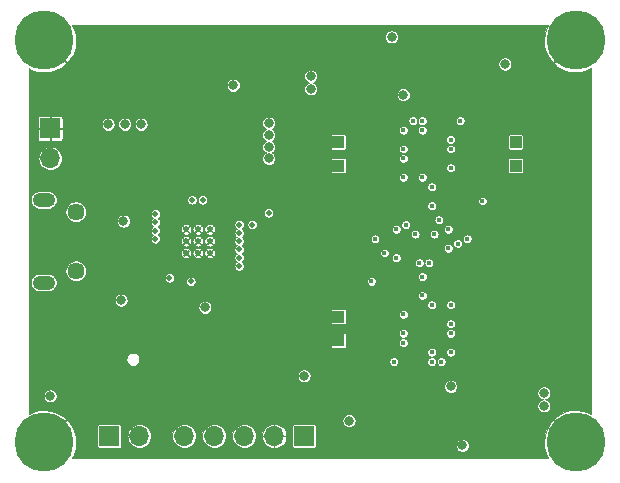
<source format=gbr>
G04 #@! TF.GenerationSoftware,KiCad,Pcbnew,(5.1.4)-1*
G04 #@! TF.CreationDate,2020-11-09T21:30:18-05:00*
G04 #@! TF.ProjectId,icepool-board,69636570-6f6f-46c2-9d62-6f6172642e6b,2020-04*
G04 #@! TF.SameCoordinates,Original*
G04 #@! TF.FileFunction,Copper,L3,Inr*
G04 #@! TF.FilePolarity,Positive*
%FSLAX46Y46*%
G04 Gerber Fmt 4.6, Leading zero omitted, Abs format (unit mm)*
G04 Created by KiCad (PCBNEW (5.1.4)-1) date 2020-11-09 21:30:18*
%MOMM*%
%LPD*%
G04 APERTURE LIST*
%ADD10R,1.000000X1.000000*%
%ADD11C,0.500000*%
%ADD12O,1.700000X1.700000*%
%ADD13R,1.700000X1.700000*%
%ADD14O,1.900000X1.200000*%
%ADD15C,1.450000*%
%ADD16C,0.800000*%
%ADD17C,5.000000*%
%ADD18C,0.450000*%
%ADD19C,0.101600*%
G04 APERTURE END LIST*
D10*
X51900000Y-76400000D03*
X66900000Y-63600000D03*
X51900000Y-63600000D03*
X51900000Y-78400000D03*
X66900000Y-61600000D03*
X51900000Y-61600000D03*
D11*
X39000000Y-69000000D03*
X40000000Y-69000000D03*
X41000000Y-69000000D03*
X39000000Y-70000000D03*
X40000000Y-70000000D03*
X41000000Y-70000000D03*
X39000000Y-71000000D03*
X40000000Y-71000000D03*
X41000000Y-71000000D03*
D12*
X38840000Y-86500000D03*
X41380000Y-86500000D03*
X43920000Y-86500000D03*
X46460000Y-86500000D03*
D13*
X49000000Y-86500000D03*
D12*
X35040000Y-86500000D03*
D13*
X32500000Y-86500000D03*
D14*
X26962500Y-73500000D03*
X26962500Y-66500000D03*
D15*
X29662500Y-72500000D03*
X29662500Y-67500000D03*
D12*
X27500000Y-63000000D03*
D13*
X27500000Y-60460000D03*
D16*
X28325825Y-85674175D03*
X27000000Y-85125000D03*
X25674175Y-85674175D03*
X25125000Y-87000000D03*
X25674175Y-88325825D03*
X27000000Y-88875000D03*
X28325825Y-88325825D03*
X28875000Y-87000000D03*
D17*
X27000000Y-87000000D03*
D16*
X73325825Y-85674175D03*
X72000000Y-85125000D03*
X70674175Y-85674175D03*
X70125000Y-87000000D03*
X70674175Y-88325825D03*
X72000000Y-88875000D03*
X73325825Y-88325825D03*
X73875000Y-87000000D03*
D17*
X72000000Y-87000000D03*
D16*
X73325825Y-51674175D03*
X72000000Y-51125000D03*
X70674175Y-51674175D03*
X70125000Y-53000000D03*
X70674175Y-54325825D03*
X72000000Y-54875000D03*
X73325825Y-54325825D03*
X73875000Y-53000000D03*
D17*
X72000000Y-53000000D03*
D16*
X28325825Y-51674175D03*
X27000000Y-51125000D03*
X25674175Y-51674175D03*
X25125000Y-53000000D03*
X25674175Y-54325825D03*
X27000000Y-54875000D03*
X28325825Y-54325825D03*
X28875000Y-53000000D03*
D17*
X27000000Y-53000000D03*
D16*
X32400000Y-54700000D03*
X35200000Y-54700000D03*
X33800000Y-54700000D03*
X41500000Y-61400000D03*
X41500000Y-59400000D03*
X41500000Y-60400000D03*
X53600000Y-56200000D03*
X53600000Y-54200000D03*
X53600000Y-55200000D03*
X65200000Y-85800000D03*
X65200000Y-84800000D03*
X65200000Y-83800000D03*
X27100000Y-77400000D03*
X27100000Y-78500000D03*
X31000000Y-77400000D03*
X39000000Y-79100000D03*
X53800000Y-87200000D03*
X62400000Y-86200000D03*
X59000000Y-87200000D03*
X68000000Y-86200000D03*
X59800000Y-52800000D03*
X56400000Y-53800000D03*
X50800000Y-53800000D03*
X65000000Y-52800000D03*
X44500000Y-59000000D03*
X41000000Y-63500000D03*
X36000000Y-63500000D03*
X42500000Y-64100000D03*
X49800000Y-64000000D03*
X34700000Y-66400000D03*
X31200000Y-71300000D03*
X38500000Y-59000000D03*
X34500000Y-82900000D03*
X36400000Y-77000000D03*
D18*
X59000000Y-62200000D03*
X59800000Y-62200000D03*
X59800000Y-63000000D03*
X59000000Y-63000000D03*
X59800000Y-77800000D03*
X59800000Y-77000000D03*
X59000000Y-77000000D03*
X59000000Y-77800000D03*
X59000000Y-63800000D03*
X59800000Y-76200000D03*
X59000000Y-76200000D03*
X59800000Y-63800000D03*
D16*
X66200000Y-70000000D03*
X42400000Y-74800000D03*
X37600000Y-74500000D03*
X46400000Y-84900000D03*
D11*
X44600000Y-69600000D03*
D16*
X32400000Y-60100000D03*
X27500000Y-83100000D03*
X33700000Y-68300000D03*
X33800000Y-60100000D03*
X35200000Y-60100000D03*
X69300000Y-82850000D03*
X69300000Y-83950000D03*
X49550000Y-56050000D03*
X49550000Y-57100000D03*
X56400000Y-52700000D03*
X62400000Y-87300000D03*
X43000000Y-56800000D03*
X33500000Y-75000000D03*
D18*
X54700000Y-73400001D03*
X57400000Y-77800000D03*
X61399999Y-77000000D03*
X61400000Y-77800000D03*
X59800000Y-79400000D03*
X59800000Y-75400001D03*
D16*
X46000000Y-60000000D03*
X46000000Y-61000000D03*
X46000000Y-62000000D03*
X46000000Y-63000000D03*
X40600000Y-75600000D03*
D18*
X64100000Y-66600000D03*
X61400000Y-62200000D03*
D16*
X66000000Y-55000000D03*
X52800000Y-85200000D03*
D18*
X59000000Y-64600000D03*
X57400000Y-63000000D03*
X57400000Y-62200000D03*
X59000000Y-60600000D03*
D16*
X49000000Y-81400000D03*
D18*
X59800000Y-65400000D03*
X59800000Y-67000000D03*
X59000000Y-59800000D03*
X59000000Y-74600000D03*
X59000000Y-73000000D03*
X59800000Y-80200000D03*
X62200000Y-59800000D03*
X56600000Y-80200000D03*
D11*
X36400000Y-68400000D03*
D18*
X60000000Y-69400000D03*
X58400000Y-69400000D03*
D11*
X36400000Y-67700000D03*
X46000000Y-67600000D03*
D18*
X61200000Y-69000000D03*
X56800000Y-69000000D03*
X62800000Y-69800000D03*
D11*
X36400000Y-69100000D03*
D18*
X55000000Y-69800000D03*
D11*
X44600000Y-68600000D03*
X36400000Y-69800000D03*
X43500000Y-68600000D03*
X43500000Y-69300000D03*
D18*
X58200000Y-59800000D03*
X60600000Y-80200000D03*
D11*
X37600000Y-73100000D03*
X43500000Y-70000000D03*
D18*
X62000000Y-70200000D03*
D11*
X43500000Y-71400000D03*
D18*
X55800000Y-71000000D03*
X61400000Y-63800000D03*
D16*
X57400000Y-57600000D03*
D18*
X57400000Y-64600000D03*
X57400000Y-60600000D03*
X61400000Y-61400000D03*
X57400000Y-76200000D03*
X57400000Y-78600000D03*
X61400000Y-79400000D03*
X61400000Y-75400001D03*
D16*
X61400000Y-82300000D03*
D11*
X39400000Y-73400000D03*
D18*
X59558690Y-71841310D03*
X58758690Y-71841310D03*
D11*
X39500002Y-66500000D03*
D18*
X60400000Y-68200000D03*
D11*
X40399978Y-66500000D03*
D18*
X57600000Y-68600000D03*
D11*
X43500000Y-70700000D03*
D18*
X61200000Y-70600000D03*
D11*
X43500000Y-72100000D03*
D18*
X56800000Y-71400000D03*
D19*
G36*
X69522704Y-51885919D02*
G01*
X69352958Y-52390623D01*
X69284936Y-52918745D01*
X69321253Y-53449989D01*
X69460513Y-53963940D01*
X69697363Y-54440847D01*
X69787650Y-54575971D01*
X70097346Y-54866733D01*
X71964079Y-53000000D01*
X71949937Y-52985858D01*
X71985858Y-52949937D01*
X72000000Y-52964079D01*
X72014143Y-52949937D01*
X72050064Y-52985858D01*
X72035921Y-53000000D01*
X72050064Y-53014143D01*
X72014143Y-53050064D01*
X72000000Y-53035921D01*
X70133267Y-54902654D01*
X70424029Y-55212350D01*
X70885919Y-55477296D01*
X71390623Y-55647042D01*
X71918745Y-55715064D01*
X72449989Y-55678747D01*
X72963940Y-55539487D01*
X73322600Y-55361363D01*
X73322601Y-84642314D01*
X73114081Y-84522704D01*
X72609377Y-84352958D01*
X72081255Y-84284936D01*
X71550011Y-84321253D01*
X71036060Y-84460513D01*
X70559153Y-84697363D01*
X70424029Y-84787650D01*
X70133267Y-85097346D01*
X72000000Y-86964079D01*
X72014143Y-86949937D01*
X72050064Y-86985858D01*
X72035921Y-87000000D01*
X72050064Y-87014143D01*
X72014143Y-87050064D01*
X72000000Y-87035921D01*
X71985858Y-87050064D01*
X71949937Y-87014143D01*
X71964079Y-87000000D01*
X70097346Y-85133267D01*
X69787650Y-85424029D01*
X69522704Y-85885919D01*
X69352958Y-86390623D01*
X69284936Y-86918745D01*
X69321253Y-87449989D01*
X69460513Y-87963940D01*
X69638637Y-88322600D01*
X29357687Y-88322600D01*
X29477296Y-88114081D01*
X29647042Y-87609377D01*
X29715064Y-87081255D01*
X29678747Y-86550011D01*
X29539487Y-86036060D01*
X29347756Y-85650000D01*
X31496863Y-85650000D01*
X31496863Y-87350000D01*
X31499805Y-87379876D01*
X31508520Y-87408603D01*
X31522671Y-87435078D01*
X31541716Y-87458284D01*
X31564922Y-87477329D01*
X31591397Y-87491480D01*
X31620124Y-87500195D01*
X31650000Y-87503137D01*
X33350000Y-87503137D01*
X33379876Y-87500195D01*
X33408603Y-87491480D01*
X33435078Y-87477329D01*
X33458284Y-87458284D01*
X33477329Y-87435078D01*
X33491480Y-87408603D01*
X33500195Y-87379876D01*
X33503137Y-87350000D01*
X33503137Y-86500000D01*
X34032750Y-86500000D01*
X34052104Y-86696505D01*
X34109422Y-86885458D01*
X34202502Y-87059598D01*
X34327767Y-87212233D01*
X34480402Y-87337498D01*
X34654542Y-87430578D01*
X34843495Y-87487896D01*
X34990757Y-87502400D01*
X35089243Y-87502400D01*
X35236505Y-87487896D01*
X35425458Y-87430578D01*
X35599598Y-87337498D01*
X35752233Y-87212233D01*
X35877498Y-87059598D01*
X35970578Y-86885458D01*
X36027896Y-86696505D01*
X36047250Y-86500000D01*
X37832750Y-86500000D01*
X37852104Y-86696505D01*
X37909422Y-86885458D01*
X38002502Y-87059598D01*
X38127767Y-87212233D01*
X38280402Y-87337498D01*
X38454542Y-87430578D01*
X38643495Y-87487896D01*
X38790757Y-87502400D01*
X38889243Y-87502400D01*
X39036505Y-87487896D01*
X39225458Y-87430578D01*
X39399598Y-87337498D01*
X39552233Y-87212233D01*
X39677498Y-87059598D01*
X39770578Y-86885458D01*
X39827896Y-86696505D01*
X39847250Y-86500000D01*
X40372750Y-86500000D01*
X40392104Y-86696505D01*
X40449422Y-86885458D01*
X40542502Y-87059598D01*
X40667767Y-87212233D01*
X40820402Y-87337498D01*
X40994542Y-87430578D01*
X41183495Y-87487896D01*
X41330757Y-87502400D01*
X41429243Y-87502400D01*
X41576505Y-87487896D01*
X41765458Y-87430578D01*
X41939598Y-87337498D01*
X42092233Y-87212233D01*
X42217498Y-87059598D01*
X42310578Y-86885458D01*
X42367896Y-86696505D01*
X42387250Y-86500000D01*
X42912750Y-86500000D01*
X42932104Y-86696505D01*
X42989422Y-86885458D01*
X43082502Y-87059598D01*
X43207767Y-87212233D01*
X43360402Y-87337498D01*
X43534542Y-87430578D01*
X43723495Y-87487896D01*
X43870757Y-87502400D01*
X43969243Y-87502400D01*
X44116505Y-87487896D01*
X44305458Y-87430578D01*
X44479598Y-87337498D01*
X44632233Y-87212233D01*
X44757498Y-87059598D01*
X44850578Y-86885458D01*
X44907896Y-86696505D01*
X44908556Y-86689796D01*
X45424041Y-86689796D01*
X45480974Y-86888255D01*
X45575531Y-87071793D01*
X45704077Y-87233357D01*
X45861673Y-87366739D01*
X46042262Y-87466813D01*
X46238905Y-87529733D01*
X46270204Y-87535958D01*
X46434600Y-87502078D01*
X46434600Y-86525400D01*
X46485400Y-86525400D01*
X46485400Y-87502078D01*
X46649796Y-87535958D01*
X46681095Y-87529733D01*
X46877738Y-87466813D01*
X47058327Y-87366739D01*
X47215923Y-87233357D01*
X47344469Y-87071793D01*
X47439026Y-86888255D01*
X47495959Y-86689796D01*
X47462095Y-86525400D01*
X46485400Y-86525400D01*
X46434600Y-86525400D01*
X45457905Y-86525400D01*
X45424041Y-86689796D01*
X44908556Y-86689796D01*
X44927250Y-86500000D01*
X44908557Y-86310204D01*
X45424041Y-86310204D01*
X45457905Y-86474600D01*
X46434600Y-86474600D01*
X46434600Y-85497922D01*
X46485400Y-85497922D01*
X46485400Y-86474600D01*
X47462095Y-86474600D01*
X47495959Y-86310204D01*
X47439026Y-86111745D01*
X47344469Y-85928207D01*
X47215923Y-85766643D01*
X47078105Y-85650000D01*
X47996863Y-85650000D01*
X47996863Y-87350000D01*
X47999805Y-87379876D01*
X48008520Y-87408603D01*
X48022671Y-87435078D01*
X48041716Y-87458284D01*
X48064922Y-87477329D01*
X48091397Y-87491480D01*
X48120124Y-87500195D01*
X48150000Y-87503137D01*
X49850000Y-87503137D01*
X49879876Y-87500195D01*
X49908603Y-87491480D01*
X49935078Y-87477329D01*
X49958284Y-87458284D01*
X49977329Y-87435078D01*
X49991480Y-87408603D01*
X50000195Y-87379876D01*
X50003137Y-87350000D01*
X50003137Y-87245593D01*
X61847600Y-87245593D01*
X61847600Y-87354407D01*
X61868828Y-87461129D01*
X61910469Y-87561660D01*
X61970923Y-87652135D01*
X62047865Y-87729077D01*
X62138340Y-87789531D01*
X62238871Y-87831172D01*
X62345593Y-87852400D01*
X62454407Y-87852400D01*
X62561129Y-87831172D01*
X62661660Y-87789531D01*
X62752135Y-87729077D01*
X62829077Y-87652135D01*
X62889531Y-87561660D01*
X62931172Y-87461129D01*
X62952400Y-87354407D01*
X62952400Y-87245593D01*
X62931172Y-87138871D01*
X62889531Y-87038340D01*
X62829077Y-86947865D01*
X62752135Y-86870923D01*
X62661660Y-86810469D01*
X62561129Y-86768828D01*
X62454407Y-86747600D01*
X62345593Y-86747600D01*
X62238871Y-86768828D01*
X62138340Y-86810469D01*
X62047865Y-86870923D01*
X61970923Y-86947865D01*
X61910469Y-87038340D01*
X61868828Y-87138871D01*
X61847600Y-87245593D01*
X50003137Y-87245593D01*
X50003137Y-85650000D01*
X50000195Y-85620124D01*
X49991480Y-85591397D01*
X49977329Y-85564922D01*
X49958284Y-85541716D01*
X49935078Y-85522671D01*
X49908603Y-85508520D01*
X49879876Y-85499805D01*
X49850000Y-85496863D01*
X48150000Y-85496863D01*
X48120124Y-85499805D01*
X48091397Y-85508520D01*
X48064922Y-85522671D01*
X48041716Y-85541716D01*
X48022671Y-85564922D01*
X48008520Y-85591397D01*
X47999805Y-85620124D01*
X47996863Y-85650000D01*
X47078105Y-85650000D01*
X47058327Y-85633261D01*
X46877738Y-85533187D01*
X46681095Y-85470267D01*
X46649796Y-85464042D01*
X46485400Y-85497922D01*
X46434600Y-85497922D01*
X46270204Y-85464042D01*
X46238905Y-85470267D01*
X46042262Y-85533187D01*
X45861673Y-85633261D01*
X45704077Y-85766643D01*
X45575531Y-85928207D01*
X45480974Y-86111745D01*
X45424041Y-86310204D01*
X44908557Y-86310204D01*
X44907896Y-86303495D01*
X44850578Y-86114542D01*
X44757498Y-85940402D01*
X44632233Y-85787767D01*
X44479598Y-85662502D01*
X44305458Y-85569422D01*
X44116505Y-85512104D01*
X43969243Y-85497600D01*
X43870757Y-85497600D01*
X43723495Y-85512104D01*
X43534542Y-85569422D01*
X43360402Y-85662502D01*
X43207767Y-85787767D01*
X43082502Y-85940402D01*
X42989422Y-86114542D01*
X42932104Y-86303495D01*
X42912750Y-86500000D01*
X42387250Y-86500000D01*
X42367896Y-86303495D01*
X42310578Y-86114542D01*
X42217498Y-85940402D01*
X42092233Y-85787767D01*
X41939598Y-85662502D01*
X41765458Y-85569422D01*
X41576505Y-85512104D01*
X41429243Y-85497600D01*
X41330757Y-85497600D01*
X41183495Y-85512104D01*
X40994542Y-85569422D01*
X40820402Y-85662502D01*
X40667767Y-85787767D01*
X40542502Y-85940402D01*
X40449422Y-86114542D01*
X40392104Y-86303495D01*
X40372750Y-86500000D01*
X39847250Y-86500000D01*
X39827896Y-86303495D01*
X39770578Y-86114542D01*
X39677498Y-85940402D01*
X39552233Y-85787767D01*
X39399598Y-85662502D01*
X39225458Y-85569422D01*
X39036505Y-85512104D01*
X38889243Y-85497600D01*
X38790757Y-85497600D01*
X38643495Y-85512104D01*
X38454542Y-85569422D01*
X38280402Y-85662502D01*
X38127767Y-85787767D01*
X38002502Y-85940402D01*
X37909422Y-86114542D01*
X37852104Y-86303495D01*
X37832750Y-86500000D01*
X36047250Y-86500000D01*
X36027896Y-86303495D01*
X35970578Y-86114542D01*
X35877498Y-85940402D01*
X35752233Y-85787767D01*
X35599598Y-85662502D01*
X35425458Y-85569422D01*
X35236505Y-85512104D01*
X35089243Y-85497600D01*
X34990757Y-85497600D01*
X34843495Y-85512104D01*
X34654542Y-85569422D01*
X34480402Y-85662502D01*
X34327767Y-85787767D01*
X34202502Y-85940402D01*
X34109422Y-86114542D01*
X34052104Y-86303495D01*
X34032750Y-86500000D01*
X33503137Y-86500000D01*
X33503137Y-85650000D01*
X33500195Y-85620124D01*
X33491480Y-85591397D01*
X33477329Y-85564922D01*
X33458284Y-85541716D01*
X33435078Y-85522671D01*
X33408603Y-85508520D01*
X33379876Y-85499805D01*
X33350000Y-85496863D01*
X31650000Y-85496863D01*
X31620124Y-85499805D01*
X31591397Y-85508520D01*
X31564922Y-85522671D01*
X31541716Y-85541716D01*
X31522671Y-85564922D01*
X31508520Y-85591397D01*
X31499805Y-85620124D01*
X31496863Y-85650000D01*
X29347756Y-85650000D01*
X29302637Y-85559153D01*
X29212350Y-85424029D01*
X28915783Y-85145593D01*
X52247600Y-85145593D01*
X52247600Y-85254407D01*
X52268828Y-85361129D01*
X52310469Y-85461660D01*
X52370923Y-85552135D01*
X52447865Y-85629077D01*
X52538340Y-85689531D01*
X52638871Y-85731172D01*
X52745593Y-85752400D01*
X52854407Y-85752400D01*
X52961129Y-85731172D01*
X53061660Y-85689531D01*
X53152135Y-85629077D01*
X53229077Y-85552135D01*
X53289531Y-85461660D01*
X53331172Y-85361129D01*
X53352400Y-85254407D01*
X53352400Y-85145593D01*
X53331172Y-85038871D01*
X53289531Y-84938340D01*
X53229077Y-84847865D01*
X53152135Y-84770923D01*
X53061660Y-84710469D01*
X52961129Y-84668828D01*
X52854407Y-84647600D01*
X52745593Y-84647600D01*
X52638871Y-84668828D01*
X52538340Y-84710469D01*
X52447865Y-84770923D01*
X52370923Y-84847865D01*
X52310469Y-84938340D01*
X52268828Y-85038871D01*
X52247600Y-85145593D01*
X28915783Y-85145593D01*
X28902654Y-85133267D01*
X27035921Y-87000000D01*
X27050064Y-87014143D01*
X27014143Y-87050064D01*
X27000000Y-87035921D01*
X26985858Y-87050064D01*
X26949937Y-87014143D01*
X26964079Y-87000000D01*
X26949937Y-86985858D01*
X26985858Y-86949937D01*
X27000000Y-86964079D01*
X28866733Y-85097346D01*
X28575971Y-84787650D01*
X28114081Y-84522704D01*
X27609377Y-84352958D01*
X27081255Y-84284936D01*
X26550011Y-84321253D01*
X26036060Y-84460513D01*
X25677400Y-84638637D01*
X25677400Y-83045593D01*
X26947600Y-83045593D01*
X26947600Y-83154407D01*
X26968828Y-83261129D01*
X27010469Y-83361660D01*
X27070923Y-83452135D01*
X27147865Y-83529077D01*
X27238340Y-83589531D01*
X27338871Y-83631172D01*
X27445593Y-83652400D01*
X27554407Y-83652400D01*
X27661129Y-83631172D01*
X27761660Y-83589531D01*
X27852135Y-83529077D01*
X27929077Y-83452135D01*
X27989531Y-83361660D01*
X28031172Y-83261129D01*
X28052400Y-83154407D01*
X28052400Y-83045593D01*
X28031172Y-82938871D01*
X27989531Y-82838340D01*
X27929077Y-82747865D01*
X27852135Y-82670923D01*
X27761660Y-82610469D01*
X27661129Y-82568828D01*
X27554407Y-82547600D01*
X27445593Y-82547600D01*
X27338871Y-82568828D01*
X27238340Y-82610469D01*
X27147865Y-82670923D01*
X27070923Y-82747865D01*
X27010469Y-82838340D01*
X26968828Y-82938871D01*
X26947600Y-83045593D01*
X25677400Y-83045593D01*
X25677400Y-82245593D01*
X60847600Y-82245593D01*
X60847600Y-82354407D01*
X60868828Y-82461129D01*
X60910469Y-82561660D01*
X60970923Y-82652135D01*
X61047865Y-82729077D01*
X61138340Y-82789531D01*
X61238871Y-82831172D01*
X61345593Y-82852400D01*
X61454407Y-82852400D01*
X61561129Y-82831172D01*
X61647024Y-82795593D01*
X68747600Y-82795593D01*
X68747600Y-82904407D01*
X68768828Y-83011129D01*
X68810469Y-83111660D01*
X68870923Y-83202135D01*
X68947865Y-83279077D01*
X69038340Y-83339531D01*
X69138871Y-83381172D01*
X69233527Y-83400000D01*
X69138871Y-83418828D01*
X69038340Y-83460469D01*
X68947865Y-83520923D01*
X68870923Y-83597865D01*
X68810469Y-83688340D01*
X68768828Y-83788871D01*
X68747600Y-83895593D01*
X68747600Y-84004407D01*
X68768828Y-84111129D01*
X68810469Y-84211660D01*
X68870923Y-84302135D01*
X68947865Y-84379077D01*
X69038340Y-84439531D01*
X69138871Y-84481172D01*
X69245593Y-84502400D01*
X69354407Y-84502400D01*
X69461129Y-84481172D01*
X69561660Y-84439531D01*
X69652135Y-84379077D01*
X69729077Y-84302135D01*
X69789531Y-84211660D01*
X69831172Y-84111129D01*
X69852400Y-84004407D01*
X69852400Y-83895593D01*
X69831172Y-83788871D01*
X69789531Y-83688340D01*
X69729077Y-83597865D01*
X69652135Y-83520923D01*
X69561660Y-83460469D01*
X69461129Y-83418828D01*
X69366473Y-83400000D01*
X69461129Y-83381172D01*
X69561660Y-83339531D01*
X69652135Y-83279077D01*
X69729077Y-83202135D01*
X69789531Y-83111660D01*
X69831172Y-83011129D01*
X69852400Y-82904407D01*
X69852400Y-82795593D01*
X69831172Y-82688871D01*
X69789531Y-82588340D01*
X69729077Y-82497865D01*
X69652135Y-82420923D01*
X69561660Y-82360469D01*
X69461129Y-82318828D01*
X69354407Y-82297600D01*
X69245593Y-82297600D01*
X69138871Y-82318828D01*
X69038340Y-82360469D01*
X68947865Y-82420923D01*
X68870923Y-82497865D01*
X68810469Y-82588340D01*
X68768828Y-82688871D01*
X68747600Y-82795593D01*
X61647024Y-82795593D01*
X61661660Y-82789531D01*
X61752135Y-82729077D01*
X61829077Y-82652135D01*
X61889531Y-82561660D01*
X61931172Y-82461129D01*
X61952400Y-82354407D01*
X61952400Y-82245593D01*
X61931172Y-82138871D01*
X61889531Y-82038340D01*
X61829077Y-81947865D01*
X61752135Y-81870923D01*
X61661660Y-81810469D01*
X61561129Y-81768828D01*
X61454407Y-81747600D01*
X61345593Y-81747600D01*
X61238871Y-81768828D01*
X61138340Y-81810469D01*
X61047865Y-81870923D01*
X60970923Y-81947865D01*
X60910469Y-82038340D01*
X60868828Y-82138871D01*
X60847600Y-82245593D01*
X25677400Y-82245593D01*
X25677400Y-81345593D01*
X48447600Y-81345593D01*
X48447600Y-81454407D01*
X48468828Y-81561129D01*
X48510469Y-81661660D01*
X48570923Y-81752135D01*
X48647865Y-81829077D01*
X48738340Y-81889531D01*
X48838871Y-81931172D01*
X48945593Y-81952400D01*
X49054407Y-81952400D01*
X49161129Y-81931172D01*
X49261660Y-81889531D01*
X49352135Y-81829077D01*
X49429077Y-81752135D01*
X49489531Y-81661660D01*
X49531172Y-81561129D01*
X49552400Y-81454407D01*
X49552400Y-81345593D01*
X49531172Y-81238871D01*
X49489531Y-81138340D01*
X49429077Y-81047865D01*
X49352135Y-80970923D01*
X49261660Y-80910469D01*
X49161129Y-80868828D01*
X49054407Y-80847600D01*
X48945593Y-80847600D01*
X48838871Y-80868828D01*
X48738340Y-80910469D01*
X48647865Y-80970923D01*
X48570923Y-81047865D01*
X48510469Y-81138340D01*
X48468828Y-81238871D01*
X48447600Y-81345593D01*
X25677400Y-81345593D01*
X25677400Y-79945593D01*
X33947600Y-79945593D01*
X33947600Y-80054407D01*
X33968828Y-80161129D01*
X34010469Y-80261660D01*
X34070923Y-80352135D01*
X34147865Y-80429077D01*
X34238340Y-80489531D01*
X34338871Y-80531172D01*
X34445593Y-80552400D01*
X34554407Y-80552400D01*
X34661129Y-80531172D01*
X34761660Y-80489531D01*
X34852135Y-80429077D01*
X34929077Y-80352135D01*
X34989531Y-80261660D01*
X35030467Y-80162829D01*
X56222600Y-80162829D01*
X56222600Y-80237171D01*
X56237103Y-80310083D01*
X56265553Y-80378766D01*
X56306854Y-80440578D01*
X56359422Y-80493146D01*
X56421234Y-80534447D01*
X56489917Y-80562897D01*
X56562829Y-80577400D01*
X56637171Y-80577400D01*
X56710083Y-80562897D01*
X56778766Y-80534447D01*
X56840578Y-80493146D01*
X56893146Y-80440578D01*
X56934447Y-80378766D01*
X56962897Y-80310083D01*
X56977400Y-80237171D01*
X56977400Y-80162829D01*
X59422600Y-80162829D01*
X59422600Y-80237171D01*
X59437103Y-80310083D01*
X59465553Y-80378766D01*
X59506854Y-80440578D01*
X59559422Y-80493146D01*
X59621234Y-80534447D01*
X59689917Y-80562897D01*
X59762829Y-80577400D01*
X59837171Y-80577400D01*
X59910083Y-80562897D01*
X59978766Y-80534447D01*
X60040578Y-80493146D01*
X60093146Y-80440578D01*
X60134447Y-80378766D01*
X60162897Y-80310083D01*
X60177400Y-80237171D01*
X60177400Y-80162829D01*
X60222600Y-80162829D01*
X60222600Y-80237171D01*
X60237103Y-80310083D01*
X60265553Y-80378766D01*
X60306854Y-80440578D01*
X60359422Y-80493146D01*
X60421234Y-80534447D01*
X60489917Y-80562897D01*
X60562829Y-80577400D01*
X60637171Y-80577400D01*
X60710083Y-80562897D01*
X60778766Y-80534447D01*
X60840578Y-80493146D01*
X60893146Y-80440578D01*
X60934447Y-80378766D01*
X60962897Y-80310083D01*
X60977400Y-80237171D01*
X60977400Y-80162829D01*
X60962897Y-80089917D01*
X60934447Y-80021234D01*
X60893146Y-79959422D01*
X60840578Y-79906854D01*
X60778766Y-79865553D01*
X60710083Y-79837103D01*
X60637171Y-79822600D01*
X60562829Y-79822600D01*
X60489917Y-79837103D01*
X60421234Y-79865553D01*
X60359422Y-79906854D01*
X60306854Y-79959422D01*
X60265553Y-80021234D01*
X60237103Y-80089917D01*
X60222600Y-80162829D01*
X60177400Y-80162829D01*
X60162897Y-80089917D01*
X60134447Y-80021234D01*
X60093146Y-79959422D01*
X60040578Y-79906854D01*
X59978766Y-79865553D01*
X59910083Y-79837103D01*
X59837171Y-79822600D01*
X59762829Y-79822600D01*
X59689917Y-79837103D01*
X59621234Y-79865553D01*
X59559422Y-79906854D01*
X59506854Y-79959422D01*
X59465553Y-80021234D01*
X59437103Y-80089917D01*
X59422600Y-80162829D01*
X56977400Y-80162829D01*
X56962897Y-80089917D01*
X56934447Y-80021234D01*
X56893146Y-79959422D01*
X56840578Y-79906854D01*
X56778766Y-79865553D01*
X56710083Y-79837103D01*
X56637171Y-79822600D01*
X56562829Y-79822600D01*
X56489917Y-79837103D01*
X56421234Y-79865553D01*
X56359422Y-79906854D01*
X56306854Y-79959422D01*
X56265553Y-80021234D01*
X56237103Y-80089917D01*
X56222600Y-80162829D01*
X35030467Y-80162829D01*
X35031172Y-80161129D01*
X35052400Y-80054407D01*
X35052400Y-79945593D01*
X35031172Y-79838871D01*
X34989531Y-79738340D01*
X34929077Y-79647865D01*
X34852135Y-79570923D01*
X34761660Y-79510469D01*
X34661129Y-79468828D01*
X34554407Y-79447600D01*
X34445593Y-79447600D01*
X34338871Y-79468828D01*
X34238340Y-79510469D01*
X34147865Y-79570923D01*
X34070923Y-79647865D01*
X34010469Y-79738340D01*
X33968828Y-79838871D01*
X33947600Y-79945593D01*
X25677400Y-79945593D01*
X25677400Y-79362829D01*
X59422600Y-79362829D01*
X59422600Y-79437171D01*
X59437103Y-79510083D01*
X59465553Y-79578766D01*
X59506854Y-79640578D01*
X59559422Y-79693146D01*
X59621234Y-79734447D01*
X59689917Y-79762897D01*
X59762829Y-79777400D01*
X59837171Y-79777400D01*
X59910083Y-79762897D01*
X59978766Y-79734447D01*
X60040578Y-79693146D01*
X60093146Y-79640578D01*
X60134447Y-79578766D01*
X60162897Y-79510083D01*
X60177400Y-79437171D01*
X60177400Y-79362829D01*
X61022600Y-79362829D01*
X61022600Y-79437171D01*
X61037103Y-79510083D01*
X61065553Y-79578766D01*
X61106854Y-79640578D01*
X61159422Y-79693146D01*
X61221234Y-79734447D01*
X61289917Y-79762897D01*
X61362829Y-79777400D01*
X61437171Y-79777400D01*
X61510083Y-79762897D01*
X61578766Y-79734447D01*
X61640578Y-79693146D01*
X61693146Y-79640578D01*
X61734447Y-79578766D01*
X61762897Y-79510083D01*
X61777400Y-79437171D01*
X61777400Y-79362829D01*
X61762897Y-79289917D01*
X61734447Y-79221234D01*
X61693146Y-79159422D01*
X61640578Y-79106854D01*
X61578766Y-79065553D01*
X61510083Y-79037103D01*
X61437171Y-79022600D01*
X61362829Y-79022600D01*
X61289917Y-79037103D01*
X61221234Y-79065553D01*
X61159422Y-79106854D01*
X61106854Y-79159422D01*
X61065553Y-79221234D01*
X61037103Y-79289917D01*
X61022600Y-79362829D01*
X60177400Y-79362829D01*
X60162897Y-79289917D01*
X60134447Y-79221234D01*
X60093146Y-79159422D01*
X60040578Y-79106854D01*
X59978766Y-79065553D01*
X59910083Y-79037103D01*
X59837171Y-79022600D01*
X59762829Y-79022600D01*
X59689917Y-79037103D01*
X59621234Y-79065553D01*
X59559422Y-79106854D01*
X59506854Y-79159422D01*
X59465553Y-79221234D01*
X59437103Y-79289917D01*
X59422600Y-79362829D01*
X25677400Y-79362829D01*
X25677400Y-77900000D01*
X51246863Y-77900000D01*
X51246863Y-78900000D01*
X51249805Y-78929876D01*
X51258520Y-78958603D01*
X51272671Y-78985078D01*
X51291716Y-79008284D01*
X51314922Y-79027329D01*
X51341397Y-79041480D01*
X51370124Y-79050195D01*
X51400000Y-79053137D01*
X52400000Y-79053137D01*
X52429876Y-79050195D01*
X52458603Y-79041480D01*
X52485078Y-79027329D01*
X52508284Y-79008284D01*
X52527329Y-78985078D01*
X52541480Y-78958603D01*
X52550195Y-78929876D01*
X52553137Y-78900000D01*
X52553137Y-78562829D01*
X57022600Y-78562829D01*
X57022600Y-78637171D01*
X57037103Y-78710083D01*
X57065553Y-78778766D01*
X57106854Y-78840578D01*
X57159422Y-78893146D01*
X57221234Y-78934447D01*
X57289917Y-78962897D01*
X57362829Y-78977400D01*
X57437171Y-78977400D01*
X57510083Y-78962897D01*
X57578766Y-78934447D01*
X57640578Y-78893146D01*
X57693146Y-78840578D01*
X57734447Y-78778766D01*
X57762897Y-78710083D01*
X57777400Y-78637171D01*
X57777400Y-78562829D01*
X57762897Y-78489917D01*
X57734447Y-78421234D01*
X57693146Y-78359422D01*
X57640578Y-78306854D01*
X57578766Y-78265553D01*
X57510083Y-78237103D01*
X57437171Y-78222600D01*
X57362829Y-78222600D01*
X57289917Y-78237103D01*
X57221234Y-78265553D01*
X57159422Y-78306854D01*
X57106854Y-78359422D01*
X57065553Y-78421234D01*
X57037103Y-78489917D01*
X57022600Y-78562829D01*
X52553137Y-78562829D01*
X52553137Y-77900000D01*
X52550195Y-77870124D01*
X52541480Y-77841397D01*
X52527329Y-77814922D01*
X52508284Y-77791716D01*
X52485078Y-77772671D01*
X52466665Y-77762829D01*
X57022600Y-77762829D01*
X57022600Y-77837171D01*
X57037103Y-77910083D01*
X57065553Y-77978766D01*
X57106854Y-78040578D01*
X57159422Y-78093146D01*
X57221234Y-78134447D01*
X57289917Y-78162897D01*
X57362829Y-78177400D01*
X57437171Y-78177400D01*
X57510083Y-78162897D01*
X57578766Y-78134447D01*
X57640578Y-78093146D01*
X57693146Y-78040578D01*
X57734447Y-77978766D01*
X57762897Y-77910083D01*
X57777400Y-77837171D01*
X57777400Y-77762829D01*
X61022600Y-77762829D01*
X61022600Y-77837171D01*
X61037103Y-77910083D01*
X61065553Y-77978766D01*
X61106854Y-78040578D01*
X61159422Y-78093146D01*
X61221234Y-78134447D01*
X61289917Y-78162897D01*
X61362829Y-78177400D01*
X61437171Y-78177400D01*
X61510083Y-78162897D01*
X61578766Y-78134447D01*
X61640578Y-78093146D01*
X61693146Y-78040578D01*
X61734447Y-77978766D01*
X61762897Y-77910083D01*
X61777400Y-77837171D01*
X61777400Y-77762829D01*
X61762897Y-77689917D01*
X61734447Y-77621234D01*
X61693146Y-77559422D01*
X61640578Y-77506854D01*
X61578766Y-77465553D01*
X61510083Y-77437103D01*
X61437171Y-77422600D01*
X61362829Y-77422600D01*
X61289917Y-77437103D01*
X61221234Y-77465553D01*
X61159422Y-77506854D01*
X61106854Y-77559422D01*
X61065553Y-77621234D01*
X61037103Y-77689917D01*
X61022600Y-77762829D01*
X57777400Y-77762829D01*
X57762897Y-77689917D01*
X57734447Y-77621234D01*
X57693146Y-77559422D01*
X57640578Y-77506854D01*
X57578766Y-77465553D01*
X57510083Y-77437103D01*
X57437171Y-77422600D01*
X57362829Y-77422600D01*
X57289917Y-77437103D01*
X57221234Y-77465553D01*
X57159422Y-77506854D01*
X57106854Y-77559422D01*
X57065553Y-77621234D01*
X57037103Y-77689917D01*
X57022600Y-77762829D01*
X52466665Y-77762829D01*
X52458603Y-77758520D01*
X52429876Y-77749805D01*
X52400000Y-77746863D01*
X51400000Y-77746863D01*
X51370124Y-77749805D01*
X51341397Y-77758520D01*
X51314922Y-77772671D01*
X51291716Y-77791716D01*
X51272671Y-77814922D01*
X51258520Y-77841397D01*
X51249805Y-77870124D01*
X51246863Y-77900000D01*
X25677400Y-77900000D01*
X25677400Y-74945593D01*
X32947600Y-74945593D01*
X32947600Y-75054407D01*
X32968828Y-75161129D01*
X33010469Y-75261660D01*
X33070923Y-75352135D01*
X33147865Y-75429077D01*
X33238340Y-75489531D01*
X33338871Y-75531172D01*
X33445593Y-75552400D01*
X33554407Y-75552400D01*
X33588628Y-75545593D01*
X40047600Y-75545593D01*
X40047600Y-75654407D01*
X40068828Y-75761129D01*
X40110469Y-75861660D01*
X40170923Y-75952135D01*
X40247865Y-76029077D01*
X40338340Y-76089531D01*
X40438871Y-76131172D01*
X40545593Y-76152400D01*
X40654407Y-76152400D01*
X40761129Y-76131172D01*
X40861660Y-76089531D01*
X40952135Y-76029077D01*
X41029077Y-75952135D01*
X41063912Y-75900000D01*
X51246863Y-75900000D01*
X51246863Y-76900000D01*
X51249805Y-76929876D01*
X51258520Y-76958603D01*
X51272671Y-76985078D01*
X51291716Y-77008284D01*
X51314922Y-77027329D01*
X51341397Y-77041480D01*
X51370124Y-77050195D01*
X51400000Y-77053137D01*
X52400000Y-77053137D01*
X52429876Y-77050195D01*
X52458603Y-77041480D01*
X52485078Y-77027329D01*
X52508284Y-77008284D01*
X52527329Y-76985078D01*
X52539221Y-76962829D01*
X61022599Y-76962829D01*
X61022599Y-77037171D01*
X61037102Y-77110083D01*
X61065552Y-77178766D01*
X61106853Y-77240578D01*
X61159421Y-77293146D01*
X61221233Y-77334447D01*
X61289916Y-77362897D01*
X61362828Y-77377400D01*
X61437170Y-77377400D01*
X61510082Y-77362897D01*
X61578765Y-77334447D01*
X61640577Y-77293146D01*
X61693145Y-77240578D01*
X61734446Y-77178766D01*
X61762896Y-77110083D01*
X61777399Y-77037171D01*
X61777399Y-76962829D01*
X61762896Y-76889917D01*
X61734446Y-76821234D01*
X61693145Y-76759422D01*
X61640577Y-76706854D01*
X61578765Y-76665553D01*
X61510082Y-76637103D01*
X61437170Y-76622600D01*
X61362828Y-76622600D01*
X61289916Y-76637103D01*
X61221233Y-76665553D01*
X61159421Y-76706854D01*
X61106853Y-76759422D01*
X61065552Y-76821234D01*
X61037102Y-76889917D01*
X61022599Y-76962829D01*
X52539221Y-76962829D01*
X52541480Y-76958603D01*
X52550195Y-76929876D01*
X52553137Y-76900000D01*
X52553137Y-76162829D01*
X57022600Y-76162829D01*
X57022600Y-76237171D01*
X57037103Y-76310083D01*
X57065553Y-76378766D01*
X57106854Y-76440578D01*
X57159422Y-76493146D01*
X57221234Y-76534447D01*
X57289917Y-76562897D01*
X57362829Y-76577400D01*
X57437171Y-76577400D01*
X57510083Y-76562897D01*
X57578766Y-76534447D01*
X57640578Y-76493146D01*
X57693146Y-76440578D01*
X57734447Y-76378766D01*
X57762897Y-76310083D01*
X57777400Y-76237171D01*
X57777400Y-76162829D01*
X57762897Y-76089917D01*
X57734447Y-76021234D01*
X57693146Y-75959422D01*
X57640578Y-75906854D01*
X57578766Y-75865553D01*
X57510083Y-75837103D01*
X57437171Y-75822600D01*
X57362829Y-75822600D01*
X57289917Y-75837103D01*
X57221234Y-75865553D01*
X57159422Y-75906854D01*
X57106854Y-75959422D01*
X57065553Y-76021234D01*
X57037103Y-76089917D01*
X57022600Y-76162829D01*
X52553137Y-76162829D01*
X52553137Y-75900000D01*
X52550195Y-75870124D01*
X52541480Y-75841397D01*
X52527329Y-75814922D01*
X52508284Y-75791716D01*
X52485078Y-75772671D01*
X52458603Y-75758520D01*
X52429876Y-75749805D01*
X52400000Y-75746863D01*
X51400000Y-75746863D01*
X51370124Y-75749805D01*
X51341397Y-75758520D01*
X51314922Y-75772671D01*
X51291716Y-75791716D01*
X51272671Y-75814922D01*
X51258520Y-75841397D01*
X51249805Y-75870124D01*
X51246863Y-75900000D01*
X41063912Y-75900000D01*
X41089531Y-75861660D01*
X41131172Y-75761129D01*
X41152400Y-75654407D01*
X41152400Y-75545593D01*
X41131172Y-75438871D01*
X41099676Y-75362830D01*
X59422600Y-75362830D01*
X59422600Y-75437172D01*
X59437103Y-75510084D01*
X59465553Y-75578767D01*
X59506854Y-75640579D01*
X59559422Y-75693147D01*
X59621234Y-75734448D01*
X59689917Y-75762898D01*
X59762829Y-75777401D01*
X59837171Y-75777401D01*
X59910083Y-75762898D01*
X59978766Y-75734448D01*
X60040578Y-75693147D01*
X60093146Y-75640579D01*
X60134447Y-75578767D01*
X60162897Y-75510084D01*
X60177400Y-75437172D01*
X60177400Y-75362830D01*
X61022600Y-75362830D01*
X61022600Y-75437172D01*
X61037103Y-75510084D01*
X61065553Y-75578767D01*
X61106854Y-75640579D01*
X61159422Y-75693147D01*
X61221234Y-75734448D01*
X61289917Y-75762898D01*
X61362829Y-75777401D01*
X61437171Y-75777401D01*
X61510083Y-75762898D01*
X61578766Y-75734448D01*
X61640578Y-75693147D01*
X61693146Y-75640579D01*
X61734447Y-75578767D01*
X61762897Y-75510084D01*
X61777400Y-75437172D01*
X61777400Y-75362830D01*
X61762897Y-75289918D01*
X61734447Y-75221235D01*
X61693146Y-75159423D01*
X61640578Y-75106855D01*
X61578766Y-75065554D01*
X61510083Y-75037104D01*
X61437171Y-75022601D01*
X61362829Y-75022601D01*
X61289917Y-75037104D01*
X61221234Y-75065554D01*
X61159422Y-75106855D01*
X61106854Y-75159423D01*
X61065553Y-75221235D01*
X61037103Y-75289918D01*
X61022600Y-75362830D01*
X60177400Y-75362830D01*
X60162897Y-75289918D01*
X60134447Y-75221235D01*
X60093146Y-75159423D01*
X60040578Y-75106855D01*
X59978766Y-75065554D01*
X59910083Y-75037104D01*
X59837171Y-75022601D01*
X59762829Y-75022601D01*
X59689917Y-75037104D01*
X59621234Y-75065554D01*
X59559422Y-75106855D01*
X59506854Y-75159423D01*
X59465553Y-75221235D01*
X59437103Y-75289918D01*
X59422600Y-75362830D01*
X41099676Y-75362830D01*
X41089531Y-75338340D01*
X41029077Y-75247865D01*
X40952135Y-75170923D01*
X40861660Y-75110469D01*
X40761129Y-75068828D01*
X40654407Y-75047600D01*
X40545593Y-75047600D01*
X40438871Y-75068828D01*
X40338340Y-75110469D01*
X40247865Y-75170923D01*
X40170923Y-75247865D01*
X40110469Y-75338340D01*
X40068828Y-75438871D01*
X40047600Y-75545593D01*
X33588628Y-75545593D01*
X33661129Y-75531172D01*
X33761660Y-75489531D01*
X33852135Y-75429077D01*
X33929077Y-75352135D01*
X33989531Y-75261660D01*
X34031172Y-75161129D01*
X34052400Y-75054407D01*
X34052400Y-74945593D01*
X34031172Y-74838871D01*
X33989531Y-74738340D01*
X33929077Y-74647865D01*
X33852135Y-74570923D01*
X33840022Y-74562829D01*
X58622600Y-74562829D01*
X58622600Y-74637171D01*
X58637103Y-74710083D01*
X58665553Y-74778766D01*
X58706854Y-74840578D01*
X58759422Y-74893146D01*
X58821234Y-74934447D01*
X58889917Y-74962897D01*
X58962829Y-74977400D01*
X59037171Y-74977400D01*
X59110083Y-74962897D01*
X59178766Y-74934447D01*
X59240578Y-74893146D01*
X59293146Y-74840578D01*
X59334447Y-74778766D01*
X59362897Y-74710083D01*
X59377400Y-74637171D01*
X59377400Y-74562829D01*
X59362897Y-74489917D01*
X59334447Y-74421234D01*
X59293146Y-74359422D01*
X59240578Y-74306854D01*
X59178766Y-74265553D01*
X59110083Y-74237103D01*
X59037171Y-74222600D01*
X58962829Y-74222600D01*
X58889917Y-74237103D01*
X58821234Y-74265553D01*
X58759422Y-74306854D01*
X58706854Y-74359422D01*
X58665553Y-74421234D01*
X58637103Y-74489917D01*
X58622600Y-74562829D01*
X33840022Y-74562829D01*
X33761660Y-74510469D01*
X33661129Y-74468828D01*
X33554407Y-74447600D01*
X33445593Y-74447600D01*
X33338871Y-74468828D01*
X33238340Y-74510469D01*
X33147865Y-74570923D01*
X33070923Y-74647865D01*
X33010469Y-74738340D01*
X32968828Y-74838871D01*
X32947600Y-74945593D01*
X25677400Y-74945593D01*
X25677400Y-73500000D01*
X25856460Y-73500000D01*
X25870987Y-73647496D01*
X25914010Y-73789324D01*
X25983876Y-73920033D01*
X26077899Y-74034601D01*
X26192467Y-74128624D01*
X26323176Y-74198490D01*
X26465004Y-74241513D01*
X26575542Y-74252400D01*
X27349458Y-74252400D01*
X27459996Y-74241513D01*
X27601824Y-74198490D01*
X27732533Y-74128624D01*
X27847101Y-74034601D01*
X27941124Y-73920033D01*
X28010990Y-73789324D01*
X28054013Y-73647496D01*
X28068540Y-73500000D01*
X28054013Y-73352504D01*
X28010990Y-73210676D01*
X27941124Y-73079967D01*
X27847101Y-72965399D01*
X27732533Y-72871376D01*
X27601824Y-72801510D01*
X27459996Y-72758487D01*
X27349458Y-72747600D01*
X26575542Y-72747600D01*
X26465004Y-72758487D01*
X26323176Y-72801510D01*
X26192467Y-72871376D01*
X26077899Y-72965399D01*
X25983876Y-73079967D01*
X25914010Y-73210676D01*
X25870987Y-73352504D01*
X25856460Y-73500000D01*
X25677400Y-73500000D01*
X25677400Y-72413584D01*
X28785100Y-72413584D01*
X28785100Y-72586416D01*
X28818818Y-72755928D01*
X28884959Y-72915605D01*
X28980979Y-73059310D01*
X29103190Y-73181521D01*
X29246895Y-73277541D01*
X29406572Y-73343682D01*
X29576084Y-73377400D01*
X29748916Y-73377400D01*
X29918428Y-73343682D01*
X30078105Y-73277541D01*
X30221810Y-73181521D01*
X30342964Y-73060367D01*
X37197600Y-73060367D01*
X37197600Y-73139633D01*
X37213064Y-73217376D01*
X37243398Y-73290608D01*
X37287436Y-73356515D01*
X37343485Y-73412564D01*
X37409392Y-73456602D01*
X37482624Y-73486936D01*
X37560367Y-73502400D01*
X37639633Y-73502400D01*
X37717376Y-73486936D01*
X37790608Y-73456602D01*
X37856515Y-73412564D01*
X37908712Y-73360367D01*
X38997600Y-73360367D01*
X38997600Y-73439633D01*
X39013064Y-73517376D01*
X39043398Y-73590608D01*
X39087436Y-73656515D01*
X39143485Y-73712564D01*
X39209392Y-73756602D01*
X39282624Y-73786936D01*
X39360367Y-73802400D01*
X39439633Y-73802400D01*
X39517376Y-73786936D01*
X39590608Y-73756602D01*
X39656515Y-73712564D01*
X39712564Y-73656515D01*
X39756602Y-73590608D01*
X39786936Y-73517376D01*
X39802400Y-73439633D01*
X39802400Y-73362830D01*
X54322600Y-73362830D01*
X54322600Y-73437172D01*
X54337103Y-73510084D01*
X54365553Y-73578767D01*
X54406854Y-73640579D01*
X54459422Y-73693147D01*
X54521234Y-73734448D01*
X54589917Y-73762898D01*
X54662829Y-73777401D01*
X54737171Y-73777401D01*
X54810083Y-73762898D01*
X54878766Y-73734448D01*
X54940578Y-73693147D01*
X54993146Y-73640579D01*
X55034447Y-73578767D01*
X55062897Y-73510084D01*
X55077400Y-73437172D01*
X55077400Y-73362830D01*
X55062897Y-73289918D01*
X55034447Y-73221235D01*
X54993146Y-73159423D01*
X54940578Y-73106855D01*
X54878766Y-73065554D01*
X54810083Y-73037104D01*
X54737171Y-73022601D01*
X54662829Y-73022601D01*
X54589917Y-73037104D01*
X54521234Y-73065554D01*
X54459422Y-73106855D01*
X54406854Y-73159423D01*
X54365553Y-73221235D01*
X54337103Y-73289918D01*
X54322600Y-73362830D01*
X39802400Y-73362830D01*
X39802400Y-73360367D01*
X39786936Y-73282624D01*
X39756602Y-73209392D01*
X39712564Y-73143485D01*
X39656515Y-73087436D01*
X39590608Y-73043398D01*
X39517376Y-73013064D01*
X39439633Y-72997600D01*
X39360367Y-72997600D01*
X39282624Y-73013064D01*
X39209392Y-73043398D01*
X39143485Y-73087436D01*
X39087436Y-73143485D01*
X39043398Y-73209392D01*
X39013064Y-73282624D01*
X38997600Y-73360367D01*
X37908712Y-73360367D01*
X37912564Y-73356515D01*
X37956602Y-73290608D01*
X37986936Y-73217376D01*
X38002400Y-73139633D01*
X38002400Y-73060367D01*
X37986936Y-72982624D01*
X37978737Y-72962829D01*
X58622600Y-72962829D01*
X58622600Y-73037171D01*
X58637103Y-73110083D01*
X58665553Y-73178766D01*
X58706854Y-73240578D01*
X58759422Y-73293146D01*
X58821234Y-73334447D01*
X58889917Y-73362897D01*
X58962829Y-73377400D01*
X59037171Y-73377400D01*
X59110083Y-73362897D01*
X59178766Y-73334447D01*
X59240578Y-73293146D01*
X59293146Y-73240578D01*
X59334447Y-73178766D01*
X59362897Y-73110083D01*
X59377400Y-73037171D01*
X59377400Y-72962829D01*
X59362897Y-72889917D01*
X59334447Y-72821234D01*
X59293146Y-72759422D01*
X59240578Y-72706854D01*
X59178766Y-72665553D01*
X59110083Y-72637103D01*
X59037171Y-72622600D01*
X58962829Y-72622600D01*
X58889917Y-72637103D01*
X58821234Y-72665553D01*
X58759422Y-72706854D01*
X58706854Y-72759422D01*
X58665553Y-72821234D01*
X58637103Y-72889917D01*
X58622600Y-72962829D01*
X37978737Y-72962829D01*
X37956602Y-72909392D01*
X37912564Y-72843485D01*
X37856515Y-72787436D01*
X37790608Y-72743398D01*
X37717376Y-72713064D01*
X37639633Y-72697600D01*
X37560367Y-72697600D01*
X37482624Y-72713064D01*
X37409392Y-72743398D01*
X37343485Y-72787436D01*
X37287436Y-72843485D01*
X37243398Y-72909392D01*
X37213064Y-72982624D01*
X37197600Y-73060367D01*
X30342964Y-73060367D01*
X30344021Y-73059310D01*
X30440041Y-72915605D01*
X30506182Y-72755928D01*
X30539900Y-72586416D01*
X30539900Y-72413584D01*
X30506182Y-72244072D01*
X30440041Y-72084395D01*
X30344021Y-71940690D01*
X30221810Y-71818479D01*
X30078105Y-71722459D01*
X29918428Y-71656318D01*
X29748916Y-71622600D01*
X29576084Y-71622600D01*
X29406572Y-71656318D01*
X29246895Y-71722459D01*
X29103190Y-71818479D01*
X28980979Y-71940690D01*
X28884959Y-72084395D01*
X28818818Y-72244072D01*
X28785100Y-72413584D01*
X25677400Y-72413584D01*
X25677400Y-71303487D01*
X38732434Y-71303487D01*
X38753293Y-71382777D01*
X38832709Y-71423552D01*
X38918555Y-71448050D01*
X39007530Y-71455331D01*
X39096216Y-71445112D01*
X39181204Y-71417789D01*
X39246707Y-71382777D01*
X39267566Y-71303487D01*
X39732434Y-71303487D01*
X39753293Y-71382777D01*
X39832709Y-71423552D01*
X39918555Y-71448050D01*
X40007530Y-71455331D01*
X40096216Y-71445112D01*
X40181204Y-71417789D01*
X40246707Y-71382777D01*
X40267566Y-71303487D01*
X40732434Y-71303487D01*
X40753293Y-71382777D01*
X40832709Y-71423552D01*
X40918555Y-71448050D01*
X41007530Y-71455331D01*
X41096216Y-71445112D01*
X41181204Y-71417789D01*
X41246707Y-71382777D01*
X41267566Y-71303487D01*
X41000000Y-71035921D01*
X40732434Y-71303487D01*
X40267566Y-71303487D01*
X40000000Y-71035921D01*
X39732434Y-71303487D01*
X39267566Y-71303487D01*
X39000000Y-71035921D01*
X38732434Y-71303487D01*
X25677400Y-71303487D01*
X25677400Y-71007530D01*
X38544669Y-71007530D01*
X38554888Y-71096216D01*
X38582211Y-71181204D01*
X38617223Y-71246707D01*
X38696513Y-71267566D01*
X38964079Y-71000000D01*
X39035921Y-71000000D01*
X39303487Y-71267566D01*
X39382777Y-71246707D01*
X39423552Y-71167291D01*
X39448050Y-71081445D01*
X39454098Y-71007530D01*
X39544669Y-71007530D01*
X39554888Y-71096216D01*
X39582211Y-71181204D01*
X39617223Y-71246707D01*
X39696513Y-71267566D01*
X39964079Y-71000000D01*
X40035921Y-71000000D01*
X40303487Y-71267566D01*
X40382777Y-71246707D01*
X40423552Y-71167291D01*
X40448050Y-71081445D01*
X40454098Y-71007530D01*
X40544669Y-71007530D01*
X40554888Y-71096216D01*
X40582211Y-71181204D01*
X40617223Y-71246707D01*
X40696513Y-71267566D01*
X40964079Y-71000000D01*
X41035921Y-71000000D01*
X41303487Y-71267566D01*
X41382777Y-71246707D01*
X41423552Y-71167291D01*
X41448050Y-71081445D01*
X41455331Y-70992470D01*
X41445112Y-70903784D01*
X41417789Y-70818796D01*
X41382777Y-70753293D01*
X41303487Y-70732434D01*
X41035921Y-71000000D01*
X40964079Y-71000000D01*
X40696513Y-70732434D01*
X40617223Y-70753293D01*
X40576448Y-70832709D01*
X40551950Y-70918555D01*
X40544669Y-71007530D01*
X40454098Y-71007530D01*
X40455331Y-70992470D01*
X40445112Y-70903784D01*
X40417789Y-70818796D01*
X40382777Y-70753293D01*
X40303487Y-70732434D01*
X40035921Y-71000000D01*
X39964079Y-71000000D01*
X39696513Y-70732434D01*
X39617223Y-70753293D01*
X39576448Y-70832709D01*
X39551950Y-70918555D01*
X39544669Y-71007530D01*
X39454098Y-71007530D01*
X39455331Y-70992470D01*
X39445112Y-70903784D01*
X39417789Y-70818796D01*
X39382777Y-70753293D01*
X39303487Y-70732434D01*
X39035921Y-71000000D01*
X38964079Y-71000000D01*
X38696513Y-70732434D01*
X38617223Y-70753293D01*
X38576448Y-70832709D01*
X38551950Y-70918555D01*
X38544669Y-71007530D01*
X25677400Y-71007530D01*
X25677400Y-70696513D01*
X38732434Y-70696513D01*
X39000000Y-70964079D01*
X39267566Y-70696513D01*
X39732434Y-70696513D01*
X40000000Y-70964079D01*
X40267566Y-70696513D01*
X40732434Y-70696513D01*
X41000000Y-70964079D01*
X41267566Y-70696513D01*
X41246707Y-70617223D01*
X41167291Y-70576448D01*
X41081445Y-70551950D01*
X40992470Y-70544669D01*
X40903784Y-70554888D01*
X40818796Y-70582211D01*
X40753293Y-70617223D01*
X40732434Y-70696513D01*
X40267566Y-70696513D01*
X40246707Y-70617223D01*
X40167291Y-70576448D01*
X40081445Y-70551950D01*
X39992470Y-70544669D01*
X39903784Y-70554888D01*
X39818796Y-70582211D01*
X39753293Y-70617223D01*
X39732434Y-70696513D01*
X39267566Y-70696513D01*
X39246707Y-70617223D01*
X39167291Y-70576448D01*
X39081445Y-70551950D01*
X38992470Y-70544669D01*
X38903784Y-70554888D01*
X38818796Y-70582211D01*
X38753293Y-70617223D01*
X38732434Y-70696513D01*
X25677400Y-70696513D01*
X25677400Y-70303487D01*
X38732434Y-70303487D01*
X38753293Y-70382777D01*
X38832709Y-70423552D01*
X38918555Y-70448050D01*
X39007530Y-70455331D01*
X39096216Y-70445112D01*
X39181204Y-70417789D01*
X39246707Y-70382777D01*
X39267566Y-70303487D01*
X39732434Y-70303487D01*
X39753293Y-70382777D01*
X39832709Y-70423552D01*
X39918555Y-70448050D01*
X40007530Y-70455331D01*
X40096216Y-70445112D01*
X40181204Y-70417789D01*
X40246707Y-70382777D01*
X40267566Y-70303487D01*
X40732434Y-70303487D01*
X40753293Y-70382777D01*
X40832709Y-70423552D01*
X40918555Y-70448050D01*
X41007530Y-70455331D01*
X41096216Y-70445112D01*
X41181204Y-70417789D01*
X41246707Y-70382777D01*
X41267566Y-70303487D01*
X41000000Y-70035921D01*
X40732434Y-70303487D01*
X40267566Y-70303487D01*
X40000000Y-70035921D01*
X39732434Y-70303487D01*
X39267566Y-70303487D01*
X39000000Y-70035921D01*
X38732434Y-70303487D01*
X25677400Y-70303487D01*
X25677400Y-67413584D01*
X28785100Y-67413584D01*
X28785100Y-67586416D01*
X28818818Y-67755928D01*
X28884959Y-67915605D01*
X28980979Y-68059310D01*
X29103190Y-68181521D01*
X29246895Y-68277541D01*
X29406572Y-68343682D01*
X29576084Y-68377400D01*
X29748916Y-68377400D01*
X29918428Y-68343682D01*
X30078105Y-68277541D01*
X30125918Y-68245593D01*
X33147600Y-68245593D01*
X33147600Y-68354407D01*
X33168828Y-68461129D01*
X33210469Y-68561660D01*
X33270923Y-68652135D01*
X33347865Y-68729077D01*
X33438340Y-68789531D01*
X33538871Y-68831172D01*
X33645593Y-68852400D01*
X33754407Y-68852400D01*
X33861129Y-68831172D01*
X33961660Y-68789531D01*
X34052135Y-68729077D01*
X34129077Y-68652135D01*
X34189531Y-68561660D01*
X34231172Y-68461129D01*
X34252400Y-68354407D01*
X34252400Y-68245593D01*
X34231172Y-68138871D01*
X34189531Y-68038340D01*
X34129077Y-67947865D01*
X34052135Y-67870923D01*
X33961660Y-67810469D01*
X33861129Y-67768828D01*
X33754407Y-67747600D01*
X33645593Y-67747600D01*
X33538871Y-67768828D01*
X33438340Y-67810469D01*
X33347865Y-67870923D01*
X33270923Y-67947865D01*
X33210469Y-68038340D01*
X33168828Y-68138871D01*
X33147600Y-68245593D01*
X30125918Y-68245593D01*
X30221810Y-68181521D01*
X30344021Y-68059310D01*
X30440041Y-67915605D01*
X30506182Y-67755928D01*
X30525190Y-67660367D01*
X35997600Y-67660367D01*
X35997600Y-67739633D01*
X36013064Y-67817376D01*
X36043398Y-67890608D01*
X36087436Y-67956515D01*
X36143485Y-68012564D01*
X36199511Y-68050000D01*
X36143485Y-68087436D01*
X36087436Y-68143485D01*
X36043398Y-68209392D01*
X36013064Y-68282624D01*
X35997600Y-68360367D01*
X35997600Y-68439633D01*
X36013064Y-68517376D01*
X36043398Y-68590608D01*
X36087436Y-68656515D01*
X36143485Y-68712564D01*
X36199511Y-68750000D01*
X36143485Y-68787436D01*
X36087436Y-68843485D01*
X36043398Y-68909392D01*
X36013064Y-68982624D01*
X35997600Y-69060367D01*
X35997600Y-69139633D01*
X36013064Y-69217376D01*
X36043398Y-69290608D01*
X36087436Y-69356515D01*
X36143485Y-69412564D01*
X36199511Y-69450000D01*
X36143485Y-69487436D01*
X36087436Y-69543485D01*
X36043398Y-69609392D01*
X36013064Y-69682624D01*
X35997600Y-69760367D01*
X35997600Y-69839633D01*
X36013064Y-69917376D01*
X36043398Y-69990608D01*
X36087436Y-70056515D01*
X36143485Y-70112564D01*
X36209392Y-70156602D01*
X36282624Y-70186936D01*
X36360367Y-70202400D01*
X36439633Y-70202400D01*
X36517376Y-70186936D01*
X36590608Y-70156602D01*
X36656515Y-70112564D01*
X36712564Y-70056515D01*
X36745294Y-70007530D01*
X38544669Y-70007530D01*
X38554888Y-70096216D01*
X38582211Y-70181204D01*
X38617223Y-70246707D01*
X38696513Y-70267566D01*
X38964079Y-70000000D01*
X39035921Y-70000000D01*
X39303487Y-70267566D01*
X39382777Y-70246707D01*
X39423552Y-70167291D01*
X39448050Y-70081445D01*
X39454098Y-70007530D01*
X39544669Y-70007530D01*
X39554888Y-70096216D01*
X39582211Y-70181204D01*
X39617223Y-70246707D01*
X39696513Y-70267566D01*
X39964079Y-70000000D01*
X40035921Y-70000000D01*
X40303487Y-70267566D01*
X40382777Y-70246707D01*
X40423552Y-70167291D01*
X40448050Y-70081445D01*
X40454098Y-70007530D01*
X40544669Y-70007530D01*
X40554888Y-70096216D01*
X40582211Y-70181204D01*
X40617223Y-70246707D01*
X40696513Y-70267566D01*
X40964079Y-70000000D01*
X41035921Y-70000000D01*
X41303487Y-70267566D01*
X41382777Y-70246707D01*
X41423552Y-70167291D01*
X41448050Y-70081445D01*
X41455331Y-69992470D01*
X41445112Y-69903784D01*
X41417789Y-69818796D01*
X41382777Y-69753293D01*
X41303487Y-69732434D01*
X41035921Y-70000000D01*
X40964079Y-70000000D01*
X40696513Y-69732434D01*
X40617223Y-69753293D01*
X40576448Y-69832709D01*
X40551950Y-69918555D01*
X40544669Y-70007530D01*
X40454098Y-70007530D01*
X40455331Y-69992470D01*
X40445112Y-69903784D01*
X40417789Y-69818796D01*
X40382777Y-69753293D01*
X40303487Y-69732434D01*
X40035921Y-70000000D01*
X39964079Y-70000000D01*
X39696513Y-69732434D01*
X39617223Y-69753293D01*
X39576448Y-69832709D01*
X39551950Y-69918555D01*
X39544669Y-70007530D01*
X39454098Y-70007530D01*
X39455331Y-69992470D01*
X39445112Y-69903784D01*
X39417789Y-69818796D01*
X39382777Y-69753293D01*
X39303487Y-69732434D01*
X39035921Y-70000000D01*
X38964079Y-70000000D01*
X38696513Y-69732434D01*
X38617223Y-69753293D01*
X38576448Y-69832709D01*
X38551950Y-69918555D01*
X38544669Y-70007530D01*
X36745294Y-70007530D01*
X36756602Y-69990608D01*
X36786936Y-69917376D01*
X36802400Y-69839633D01*
X36802400Y-69760367D01*
X36789699Y-69696513D01*
X38732434Y-69696513D01*
X39000000Y-69964079D01*
X39267566Y-69696513D01*
X39732434Y-69696513D01*
X40000000Y-69964079D01*
X40267566Y-69696513D01*
X40732434Y-69696513D01*
X41000000Y-69964079D01*
X41267566Y-69696513D01*
X41246707Y-69617223D01*
X41167291Y-69576448D01*
X41081445Y-69551950D01*
X40992470Y-69544669D01*
X40903784Y-69554888D01*
X40818796Y-69582211D01*
X40753293Y-69617223D01*
X40732434Y-69696513D01*
X40267566Y-69696513D01*
X40246707Y-69617223D01*
X40167291Y-69576448D01*
X40081445Y-69551950D01*
X39992470Y-69544669D01*
X39903784Y-69554888D01*
X39818796Y-69582211D01*
X39753293Y-69617223D01*
X39732434Y-69696513D01*
X39267566Y-69696513D01*
X39246707Y-69617223D01*
X39167291Y-69576448D01*
X39081445Y-69551950D01*
X38992470Y-69544669D01*
X38903784Y-69554888D01*
X38818796Y-69582211D01*
X38753293Y-69617223D01*
X38732434Y-69696513D01*
X36789699Y-69696513D01*
X36786936Y-69682624D01*
X36756602Y-69609392D01*
X36712564Y-69543485D01*
X36656515Y-69487436D01*
X36600489Y-69450000D01*
X36656515Y-69412564D01*
X36712564Y-69356515D01*
X36747996Y-69303487D01*
X38732434Y-69303487D01*
X38753293Y-69382777D01*
X38832709Y-69423552D01*
X38918555Y-69448050D01*
X39007530Y-69455331D01*
X39096216Y-69445112D01*
X39181204Y-69417789D01*
X39246707Y-69382777D01*
X39267566Y-69303487D01*
X39732434Y-69303487D01*
X39753293Y-69382777D01*
X39832709Y-69423552D01*
X39918555Y-69448050D01*
X40007530Y-69455331D01*
X40096216Y-69445112D01*
X40181204Y-69417789D01*
X40246707Y-69382777D01*
X40267566Y-69303487D01*
X40732434Y-69303487D01*
X40753293Y-69382777D01*
X40832709Y-69423552D01*
X40918555Y-69448050D01*
X41007530Y-69455331D01*
X41096216Y-69445112D01*
X41181204Y-69417789D01*
X41246707Y-69382777D01*
X41267566Y-69303487D01*
X41000000Y-69035921D01*
X40732434Y-69303487D01*
X40267566Y-69303487D01*
X40000000Y-69035921D01*
X39732434Y-69303487D01*
X39267566Y-69303487D01*
X39000000Y-69035921D01*
X38732434Y-69303487D01*
X36747996Y-69303487D01*
X36756602Y-69290608D01*
X36786936Y-69217376D01*
X36802400Y-69139633D01*
X36802400Y-69060367D01*
X36791891Y-69007530D01*
X38544669Y-69007530D01*
X38554888Y-69096216D01*
X38582211Y-69181204D01*
X38617223Y-69246707D01*
X38696513Y-69267566D01*
X38964079Y-69000000D01*
X39035921Y-69000000D01*
X39303487Y-69267566D01*
X39382777Y-69246707D01*
X39423552Y-69167291D01*
X39448050Y-69081445D01*
X39454098Y-69007530D01*
X39544669Y-69007530D01*
X39554888Y-69096216D01*
X39582211Y-69181204D01*
X39617223Y-69246707D01*
X39696513Y-69267566D01*
X39964079Y-69000000D01*
X40035921Y-69000000D01*
X40303487Y-69267566D01*
X40382777Y-69246707D01*
X40423552Y-69167291D01*
X40448050Y-69081445D01*
X40454098Y-69007530D01*
X40544669Y-69007530D01*
X40554888Y-69096216D01*
X40582211Y-69181204D01*
X40617223Y-69246707D01*
X40696513Y-69267566D01*
X40964079Y-69000000D01*
X41035921Y-69000000D01*
X41303487Y-69267566D01*
X41382777Y-69246707D01*
X41423552Y-69167291D01*
X41448050Y-69081445D01*
X41455331Y-68992470D01*
X41445112Y-68903784D01*
X41417789Y-68818796D01*
X41382777Y-68753293D01*
X41303487Y-68732434D01*
X41035921Y-69000000D01*
X40964079Y-69000000D01*
X40696513Y-68732434D01*
X40617223Y-68753293D01*
X40576448Y-68832709D01*
X40551950Y-68918555D01*
X40544669Y-69007530D01*
X40454098Y-69007530D01*
X40455331Y-68992470D01*
X40445112Y-68903784D01*
X40417789Y-68818796D01*
X40382777Y-68753293D01*
X40303487Y-68732434D01*
X40035921Y-69000000D01*
X39964079Y-69000000D01*
X39696513Y-68732434D01*
X39617223Y-68753293D01*
X39576448Y-68832709D01*
X39551950Y-68918555D01*
X39544669Y-69007530D01*
X39454098Y-69007530D01*
X39455331Y-68992470D01*
X39445112Y-68903784D01*
X39417789Y-68818796D01*
X39382777Y-68753293D01*
X39303487Y-68732434D01*
X39035921Y-69000000D01*
X38964079Y-69000000D01*
X38696513Y-68732434D01*
X38617223Y-68753293D01*
X38576448Y-68832709D01*
X38551950Y-68918555D01*
X38544669Y-69007530D01*
X36791891Y-69007530D01*
X36786936Y-68982624D01*
X36756602Y-68909392D01*
X36712564Y-68843485D01*
X36656515Y-68787436D01*
X36600489Y-68750000D01*
X36656515Y-68712564D01*
X36672566Y-68696513D01*
X38732434Y-68696513D01*
X39000000Y-68964079D01*
X39267566Y-68696513D01*
X39732434Y-68696513D01*
X40000000Y-68964079D01*
X40267566Y-68696513D01*
X40732434Y-68696513D01*
X41000000Y-68964079D01*
X41267566Y-68696513D01*
X41246707Y-68617223D01*
X41167291Y-68576448D01*
X41110940Y-68560367D01*
X43097600Y-68560367D01*
X43097600Y-68639633D01*
X43113064Y-68717376D01*
X43143398Y-68790608D01*
X43187436Y-68856515D01*
X43243485Y-68912564D01*
X43299511Y-68950000D01*
X43243485Y-68987436D01*
X43187436Y-69043485D01*
X43143398Y-69109392D01*
X43113064Y-69182624D01*
X43097600Y-69260367D01*
X43097600Y-69339633D01*
X43113064Y-69417376D01*
X43143398Y-69490608D01*
X43187436Y-69556515D01*
X43243485Y-69612564D01*
X43299511Y-69650000D01*
X43243485Y-69687436D01*
X43187436Y-69743485D01*
X43143398Y-69809392D01*
X43113064Y-69882624D01*
X43097600Y-69960367D01*
X43097600Y-70039633D01*
X43113064Y-70117376D01*
X43143398Y-70190608D01*
X43187436Y-70256515D01*
X43243485Y-70312564D01*
X43299511Y-70350000D01*
X43243485Y-70387436D01*
X43187436Y-70443485D01*
X43143398Y-70509392D01*
X43113064Y-70582624D01*
X43097600Y-70660367D01*
X43097600Y-70739633D01*
X43113064Y-70817376D01*
X43143398Y-70890608D01*
X43187436Y-70956515D01*
X43243485Y-71012564D01*
X43299511Y-71050000D01*
X43243485Y-71087436D01*
X43187436Y-71143485D01*
X43143398Y-71209392D01*
X43113064Y-71282624D01*
X43097600Y-71360367D01*
X43097600Y-71439633D01*
X43113064Y-71517376D01*
X43143398Y-71590608D01*
X43187436Y-71656515D01*
X43243485Y-71712564D01*
X43299511Y-71750000D01*
X43243485Y-71787436D01*
X43187436Y-71843485D01*
X43143398Y-71909392D01*
X43113064Y-71982624D01*
X43097600Y-72060367D01*
X43097600Y-72139633D01*
X43113064Y-72217376D01*
X43143398Y-72290608D01*
X43187436Y-72356515D01*
X43243485Y-72412564D01*
X43309392Y-72456602D01*
X43382624Y-72486936D01*
X43460367Y-72502400D01*
X43539633Y-72502400D01*
X43617376Y-72486936D01*
X43690608Y-72456602D01*
X43756515Y-72412564D01*
X43812564Y-72356515D01*
X43856602Y-72290608D01*
X43886936Y-72217376D01*
X43902400Y-72139633D01*
X43902400Y-72060367D01*
X43886936Y-71982624D01*
X43856602Y-71909392D01*
X43812564Y-71843485D01*
X43773218Y-71804139D01*
X58381290Y-71804139D01*
X58381290Y-71878481D01*
X58395793Y-71951393D01*
X58424243Y-72020076D01*
X58465544Y-72081888D01*
X58518112Y-72134456D01*
X58579924Y-72175757D01*
X58648607Y-72204207D01*
X58721519Y-72218710D01*
X58795861Y-72218710D01*
X58868773Y-72204207D01*
X58937456Y-72175757D01*
X58999268Y-72134456D01*
X59051836Y-72081888D01*
X59093137Y-72020076D01*
X59121587Y-71951393D01*
X59136090Y-71878481D01*
X59136090Y-71804139D01*
X59181290Y-71804139D01*
X59181290Y-71878481D01*
X59195793Y-71951393D01*
X59224243Y-72020076D01*
X59265544Y-72081888D01*
X59318112Y-72134456D01*
X59379924Y-72175757D01*
X59448607Y-72204207D01*
X59521519Y-72218710D01*
X59595861Y-72218710D01*
X59668773Y-72204207D01*
X59737456Y-72175757D01*
X59799268Y-72134456D01*
X59851836Y-72081888D01*
X59893137Y-72020076D01*
X59921587Y-71951393D01*
X59936090Y-71878481D01*
X59936090Y-71804139D01*
X59921587Y-71731227D01*
X59893137Y-71662544D01*
X59851836Y-71600732D01*
X59799268Y-71548164D01*
X59737456Y-71506863D01*
X59668773Y-71478413D01*
X59595861Y-71463910D01*
X59521519Y-71463910D01*
X59448607Y-71478413D01*
X59379924Y-71506863D01*
X59318112Y-71548164D01*
X59265544Y-71600732D01*
X59224243Y-71662544D01*
X59195793Y-71731227D01*
X59181290Y-71804139D01*
X59136090Y-71804139D01*
X59121587Y-71731227D01*
X59093137Y-71662544D01*
X59051836Y-71600732D01*
X58999268Y-71548164D01*
X58937456Y-71506863D01*
X58868773Y-71478413D01*
X58795861Y-71463910D01*
X58721519Y-71463910D01*
X58648607Y-71478413D01*
X58579924Y-71506863D01*
X58518112Y-71548164D01*
X58465544Y-71600732D01*
X58424243Y-71662544D01*
X58395793Y-71731227D01*
X58381290Y-71804139D01*
X43773218Y-71804139D01*
X43756515Y-71787436D01*
X43700489Y-71750000D01*
X43756515Y-71712564D01*
X43812564Y-71656515D01*
X43856602Y-71590608D01*
X43886936Y-71517376D01*
X43902400Y-71439633D01*
X43902400Y-71360367D01*
X43886936Y-71282624D01*
X43856602Y-71209392D01*
X43812564Y-71143485D01*
X43756515Y-71087436D01*
X43700489Y-71050000D01*
X43756515Y-71012564D01*
X43806250Y-70962829D01*
X55422600Y-70962829D01*
X55422600Y-71037171D01*
X55437103Y-71110083D01*
X55465553Y-71178766D01*
X55506854Y-71240578D01*
X55559422Y-71293146D01*
X55621234Y-71334447D01*
X55689917Y-71362897D01*
X55762829Y-71377400D01*
X55837171Y-71377400D01*
X55910083Y-71362897D01*
X55910247Y-71362829D01*
X56422600Y-71362829D01*
X56422600Y-71437171D01*
X56437103Y-71510083D01*
X56465553Y-71578766D01*
X56506854Y-71640578D01*
X56559422Y-71693146D01*
X56621234Y-71734447D01*
X56689917Y-71762897D01*
X56762829Y-71777400D01*
X56837171Y-71777400D01*
X56910083Y-71762897D01*
X56978766Y-71734447D01*
X57040578Y-71693146D01*
X57093146Y-71640578D01*
X57134447Y-71578766D01*
X57162897Y-71510083D01*
X57177400Y-71437171D01*
X57177400Y-71362829D01*
X57162897Y-71289917D01*
X57134447Y-71221234D01*
X57093146Y-71159422D01*
X57040578Y-71106854D01*
X56978766Y-71065553D01*
X56910083Y-71037103D01*
X56837171Y-71022600D01*
X56762829Y-71022600D01*
X56689917Y-71037103D01*
X56621234Y-71065553D01*
X56559422Y-71106854D01*
X56506854Y-71159422D01*
X56465553Y-71221234D01*
X56437103Y-71289917D01*
X56422600Y-71362829D01*
X55910247Y-71362829D01*
X55978766Y-71334447D01*
X56040578Y-71293146D01*
X56093146Y-71240578D01*
X56134447Y-71178766D01*
X56162897Y-71110083D01*
X56177400Y-71037171D01*
X56177400Y-70962829D01*
X56162897Y-70889917D01*
X56134447Y-70821234D01*
X56093146Y-70759422D01*
X56040578Y-70706854D01*
X55978766Y-70665553D01*
X55910083Y-70637103D01*
X55837171Y-70622600D01*
X55762829Y-70622600D01*
X55689917Y-70637103D01*
X55621234Y-70665553D01*
X55559422Y-70706854D01*
X55506854Y-70759422D01*
X55465553Y-70821234D01*
X55437103Y-70889917D01*
X55422600Y-70962829D01*
X43806250Y-70962829D01*
X43812564Y-70956515D01*
X43856602Y-70890608D01*
X43886936Y-70817376D01*
X43902400Y-70739633D01*
X43902400Y-70660367D01*
X43886936Y-70582624D01*
X43878737Y-70562829D01*
X60822600Y-70562829D01*
X60822600Y-70637171D01*
X60837103Y-70710083D01*
X60865553Y-70778766D01*
X60906854Y-70840578D01*
X60959422Y-70893146D01*
X61021234Y-70934447D01*
X61089917Y-70962897D01*
X61162829Y-70977400D01*
X61237171Y-70977400D01*
X61310083Y-70962897D01*
X61378766Y-70934447D01*
X61440578Y-70893146D01*
X61493146Y-70840578D01*
X61534447Y-70778766D01*
X61562897Y-70710083D01*
X61577400Y-70637171D01*
X61577400Y-70562829D01*
X61562897Y-70489917D01*
X61534447Y-70421234D01*
X61493146Y-70359422D01*
X61440578Y-70306854D01*
X61378766Y-70265553D01*
X61310083Y-70237103D01*
X61237171Y-70222600D01*
X61162829Y-70222600D01*
X61089917Y-70237103D01*
X61021234Y-70265553D01*
X60959422Y-70306854D01*
X60906854Y-70359422D01*
X60865553Y-70421234D01*
X60837103Y-70489917D01*
X60822600Y-70562829D01*
X43878737Y-70562829D01*
X43856602Y-70509392D01*
X43812564Y-70443485D01*
X43756515Y-70387436D01*
X43700489Y-70350000D01*
X43756515Y-70312564D01*
X43812564Y-70256515D01*
X43856602Y-70190608D01*
X43886936Y-70117376D01*
X43902400Y-70039633D01*
X43902400Y-69960367D01*
X43886936Y-69882624D01*
X43856602Y-69809392D01*
X43825490Y-69762829D01*
X54622600Y-69762829D01*
X54622600Y-69837171D01*
X54637103Y-69910083D01*
X54665553Y-69978766D01*
X54706854Y-70040578D01*
X54759422Y-70093146D01*
X54821234Y-70134447D01*
X54889917Y-70162897D01*
X54962829Y-70177400D01*
X55037171Y-70177400D01*
X55110083Y-70162897D01*
X55110247Y-70162829D01*
X61622600Y-70162829D01*
X61622600Y-70237171D01*
X61637103Y-70310083D01*
X61665553Y-70378766D01*
X61706854Y-70440578D01*
X61759422Y-70493146D01*
X61821234Y-70534447D01*
X61889917Y-70562897D01*
X61962829Y-70577400D01*
X62037171Y-70577400D01*
X62110083Y-70562897D01*
X62178766Y-70534447D01*
X62240578Y-70493146D01*
X62293146Y-70440578D01*
X62334447Y-70378766D01*
X62362897Y-70310083D01*
X62377400Y-70237171D01*
X62377400Y-70162829D01*
X62362897Y-70089917D01*
X62334447Y-70021234D01*
X62293146Y-69959422D01*
X62240578Y-69906854D01*
X62178766Y-69865553D01*
X62110083Y-69837103D01*
X62037171Y-69822600D01*
X61962829Y-69822600D01*
X61889917Y-69837103D01*
X61821234Y-69865553D01*
X61759422Y-69906854D01*
X61706854Y-69959422D01*
X61665553Y-70021234D01*
X61637103Y-70089917D01*
X61622600Y-70162829D01*
X55110247Y-70162829D01*
X55178766Y-70134447D01*
X55240578Y-70093146D01*
X55293146Y-70040578D01*
X55334447Y-69978766D01*
X55362897Y-69910083D01*
X55377400Y-69837171D01*
X55377400Y-69762829D01*
X55362897Y-69689917D01*
X55334447Y-69621234D01*
X55293146Y-69559422D01*
X55240578Y-69506854D01*
X55178766Y-69465553D01*
X55110083Y-69437103D01*
X55037171Y-69422600D01*
X54962829Y-69422600D01*
X54889917Y-69437103D01*
X54821234Y-69465553D01*
X54759422Y-69506854D01*
X54706854Y-69559422D01*
X54665553Y-69621234D01*
X54637103Y-69689917D01*
X54622600Y-69762829D01*
X43825490Y-69762829D01*
X43812564Y-69743485D01*
X43756515Y-69687436D01*
X43700489Y-69650000D01*
X43756515Y-69612564D01*
X43812564Y-69556515D01*
X43856602Y-69490608D01*
X43886936Y-69417376D01*
X43902400Y-69339633D01*
X43902400Y-69260367D01*
X43886936Y-69182624D01*
X43856602Y-69109392D01*
X43812564Y-69043485D01*
X43756515Y-68987436D01*
X43700489Y-68950000D01*
X43756515Y-68912564D01*
X43812564Y-68856515D01*
X43856602Y-68790608D01*
X43886936Y-68717376D01*
X43902400Y-68639633D01*
X43902400Y-68560367D01*
X44197600Y-68560367D01*
X44197600Y-68639633D01*
X44213064Y-68717376D01*
X44243398Y-68790608D01*
X44287436Y-68856515D01*
X44343485Y-68912564D01*
X44409392Y-68956602D01*
X44482624Y-68986936D01*
X44560367Y-69002400D01*
X44639633Y-69002400D01*
X44717376Y-68986936D01*
X44775574Y-68962829D01*
X56422600Y-68962829D01*
X56422600Y-69037171D01*
X56437103Y-69110083D01*
X56465553Y-69178766D01*
X56506854Y-69240578D01*
X56559422Y-69293146D01*
X56621234Y-69334447D01*
X56689917Y-69362897D01*
X56762829Y-69377400D01*
X56837171Y-69377400D01*
X56910083Y-69362897D01*
X56910247Y-69362829D01*
X58022600Y-69362829D01*
X58022600Y-69437171D01*
X58037103Y-69510083D01*
X58065553Y-69578766D01*
X58106854Y-69640578D01*
X58159422Y-69693146D01*
X58221234Y-69734447D01*
X58289917Y-69762897D01*
X58362829Y-69777400D01*
X58437171Y-69777400D01*
X58510083Y-69762897D01*
X58578766Y-69734447D01*
X58640578Y-69693146D01*
X58693146Y-69640578D01*
X58734447Y-69578766D01*
X58762897Y-69510083D01*
X58777400Y-69437171D01*
X58777400Y-69362829D01*
X59622600Y-69362829D01*
X59622600Y-69437171D01*
X59637103Y-69510083D01*
X59665553Y-69578766D01*
X59706854Y-69640578D01*
X59759422Y-69693146D01*
X59821234Y-69734447D01*
X59889917Y-69762897D01*
X59962829Y-69777400D01*
X60037171Y-69777400D01*
X60110083Y-69762897D01*
X60110247Y-69762829D01*
X62422600Y-69762829D01*
X62422600Y-69837171D01*
X62437103Y-69910083D01*
X62465553Y-69978766D01*
X62506854Y-70040578D01*
X62559422Y-70093146D01*
X62621234Y-70134447D01*
X62689917Y-70162897D01*
X62762829Y-70177400D01*
X62837171Y-70177400D01*
X62910083Y-70162897D01*
X62978766Y-70134447D01*
X63040578Y-70093146D01*
X63093146Y-70040578D01*
X63134447Y-69978766D01*
X63162897Y-69910083D01*
X63177400Y-69837171D01*
X63177400Y-69762829D01*
X63162897Y-69689917D01*
X63134447Y-69621234D01*
X63093146Y-69559422D01*
X63040578Y-69506854D01*
X62978766Y-69465553D01*
X62910083Y-69437103D01*
X62837171Y-69422600D01*
X62762829Y-69422600D01*
X62689917Y-69437103D01*
X62621234Y-69465553D01*
X62559422Y-69506854D01*
X62506854Y-69559422D01*
X62465553Y-69621234D01*
X62437103Y-69689917D01*
X62422600Y-69762829D01*
X60110247Y-69762829D01*
X60178766Y-69734447D01*
X60240578Y-69693146D01*
X60293146Y-69640578D01*
X60334447Y-69578766D01*
X60362897Y-69510083D01*
X60377400Y-69437171D01*
X60377400Y-69362829D01*
X60362897Y-69289917D01*
X60334447Y-69221234D01*
X60293146Y-69159422D01*
X60240578Y-69106854D01*
X60178766Y-69065553D01*
X60110083Y-69037103D01*
X60037171Y-69022600D01*
X59962829Y-69022600D01*
X59889917Y-69037103D01*
X59821234Y-69065553D01*
X59759422Y-69106854D01*
X59706854Y-69159422D01*
X59665553Y-69221234D01*
X59637103Y-69289917D01*
X59622600Y-69362829D01*
X58777400Y-69362829D01*
X58762897Y-69289917D01*
X58734447Y-69221234D01*
X58693146Y-69159422D01*
X58640578Y-69106854D01*
X58578766Y-69065553D01*
X58510083Y-69037103D01*
X58437171Y-69022600D01*
X58362829Y-69022600D01*
X58289917Y-69037103D01*
X58221234Y-69065553D01*
X58159422Y-69106854D01*
X58106854Y-69159422D01*
X58065553Y-69221234D01*
X58037103Y-69289917D01*
X58022600Y-69362829D01*
X56910247Y-69362829D01*
X56978766Y-69334447D01*
X57040578Y-69293146D01*
X57093146Y-69240578D01*
X57134447Y-69178766D01*
X57162897Y-69110083D01*
X57177400Y-69037171D01*
X57177400Y-68962829D01*
X57162897Y-68889917D01*
X57134447Y-68821234D01*
X57093146Y-68759422D01*
X57040578Y-68706854D01*
X56978766Y-68665553D01*
X56910083Y-68637103D01*
X56837171Y-68622600D01*
X56762829Y-68622600D01*
X56689917Y-68637103D01*
X56621234Y-68665553D01*
X56559422Y-68706854D01*
X56506854Y-68759422D01*
X56465553Y-68821234D01*
X56437103Y-68889917D01*
X56422600Y-68962829D01*
X44775574Y-68962829D01*
X44790608Y-68956602D01*
X44856515Y-68912564D01*
X44912564Y-68856515D01*
X44956602Y-68790608D01*
X44986936Y-68717376D01*
X45002400Y-68639633D01*
X45002400Y-68562829D01*
X57222600Y-68562829D01*
X57222600Y-68637171D01*
X57237103Y-68710083D01*
X57265553Y-68778766D01*
X57306854Y-68840578D01*
X57359422Y-68893146D01*
X57421234Y-68934447D01*
X57489917Y-68962897D01*
X57562829Y-68977400D01*
X57637171Y-68977400D01*
X57710083Y-68962897D01*
X57710247Y-68962829D01*
X60822600Y-68962829D01*
X60822600Y-69037171D01*
X60837103Y-69110083D01*
X60865553Y-69178766D01*
X60906854Y-69240578D01*
X60959422Y-69293146D01*
X61021234Y-69334447D01*
X61089917Y-69362897D01*
X61162829Y-69377400D01*
X61237171Y-69377400D01*
X61310083Y-69362897D01*
X61378766Y-69334447D01*
X61440578Y-69293146D01*
X61493146Y-69240578D01*
X61534447Y-69178766D01*
X61562897Y-69110083D01*
X61577400Y-69037171D01*
X61577400Y-68962829D01*
X61562897Y-68889917D01*
X61534447Y-68821234D01*
X61493146Y-68759422D01*
X61440578Y-68706854D01*
X61378766Y-68665553D01*
X61310083Y-68637103D01*
X61237171Y-68622600D01*
X61162829Y-68622600D01*
X61089917Y-68637103D01*
X61021234Y-68665553D01*
X60959422Y-68706854D01*
X60906854Y-68759422D01*
X60865553Y-68821234D01*
X60837103Y-68889917D01*
X60822600Y-68962829D01*
X57710247Y-68962829D01*
X57778766Y-68934447D01*
X57840578Y-68893146D01*
X57893146Y-68840578D01*
X57934447Y-68778766D01*
X57962897Y-68710083D01*
X57977400Y-68637171D01*
X57977400Y-68562829D01*
X57962897Y-68489917D01*
X57934447Y-68421234D01*
X57893146Y-68359422D01*
X57840578Y-68306854D01*
X57778766Y-68265553D01*
X57710083Y-68237103D01*
X57637171Y-68222600D01*
X57562829Y-68222600D01*
X57489917Y-68237103D01*
X57421234Y-68265553D01*
X57359422Y-68306854D01*
X57306854Y-68359422D01*
X57265553Y-68421234D01*
X57237103Y-68489917D01*
X57222600Y-68562829D01*
X45002400Y-68562829D01*
X45002400Y-68560367D01*
X44986936Y-68482624D01*
X44956602Y-68409392D01*
X44912564Y-68343485D01*
X44856515Y-68287436D01*
X44790608Y-68243398D01*
X44717376Y-68213064D01*
X44639633Y-68197600D01*
X44560367Y-68197600D01*
X44482624Y-68213064D01*
X44409392Y-68243398D01*
X44343485Y-68287436D01*
X44287436Y-68343485D01*
X44243398Y-68409392D01*
X44213064Y-68482624D01*
X44197600Y-68560367D01*
X43902400Y-68560367D01*
X43886936Y-68482624D01*
X43856602Y-68409392D01*
X43812564Y-68343485D01*
X43756515Y-68287436D01*
X43690608Y-68243398D01*
X43617376Y-68213064D01*
X43539633Y-68197600D01*
X43460367Y-68197600D01*
X43382624Y-68213064D01*
X43309392Y-68243398D01*
X43243485Y-68287436D01*
X43187436Y-68343485D01*
X43143398Y-68409392D01*
X43113064Y-68482624D01*
X43097600Y-68560367D01*
X41110940Y-68560367D01*
X41081445Y-68551950D01*
X40992470Y-68544669D01*
X40903784Y-68554888D01*
X40818796Y-68582211D01*
X40753293Y-68617223D01*
X40732434Y-68696513D01*
X40267566Y-68696513D01*
X40246707Y-68617223D01*
X40167291Y-68576448D01*
X40081445Y-68551950D01*
X39992470Y-68544669D01*
X39903784Y-68554888D01*
X39818796Y-68582211D01*
X39753293Y-68617223D01*
X39732434Y-68696513D01*
X39267566Y-68696513D01*
X39246707Y-68617223D01*
X39167291Y-68576448D01*
X39081445Y-68551950D01*
X38992470Y-68544669D01*
X38903784Y-68554888D01*
X38818796Y-68582211D01*
X38753293Y-68617223D01*
X38732434Y-68696513D01*
X36672566Y-68696513D01*
X36712564Y-68656515D01*
X36756602Y-68590608D01*
X36786936Y-68517376D01*
X36802400Y-68439633D01*
X36802400Y-68360367D01*
X36786936Y-68282624D01*
X36756602Y-68209392D01*
X36725490Y-68162829D01*
X60022600Y-68162829D01*
X60022600Y-68237171D01*
X60037103Y-68310083D01*
X60065553Y-68378766D01*
X60106854Y-68440578D01*
X60159422Y-68493146D01*
X60221234Y-68534447D01*
X60289917Y-68562897D01*
X60362829Y-68577400D01*
X60437171Y-68577400D01*
X60510083Y-68562897D01*
X60578766Y-68534447D01*
X60640578Y-68493146D01*
X60693146Y-68440578D01*
X60734447Y-68378766D01*
X60762897Y-68310083D01*
X60777400Y-68237171D01*
X60777400Y-68162829D01*
X60762897Y-68089917D01*
X60734447Y-68021234D01*
X60693146Y-67959422D01*
X60640578Y-67906854D01*
X60578766Y-67865553D01*
X60510083Y-67837103D01*
X60437171Y-67822600D01*
X60362829Y-67822600D01*
X60289917Y-67837103D01*
X60221234Y-67865553D01*
X60159422Y-67906854D01*
X60106854Y-67959422D01*
X60065553Y-68021234D01*
X60037103Y-68089917D01*
X60022600Y-68162829D01*
X36725490Y-68162829D01*
X36712564Y-68143485D01*
X36656515Y-68087436D01*
X36600489Y-68050000D01*
X36656515Y-68012564D01*
X36712564Y-67956515D01*
X36756602Y-67890608D01*
X36786936Y-67817376D01*
X36802400Y-67739633D01*
X36802400Y-67660367D01*
X36786936Y-67582624D01*
X36777717Y-67560367D01*
X45597600Y-67560367D01*
X45597600Y-67639633D01*
X45613064Y-67717376D01*
X45643398Y-67790608D01*
X45687436Y-67856515D01*
X45743485Y-67912564D01*
X45809392Y-67956602D01*
X45882624Y-67986936D01*
X45960367Y-68002400D01*
X46039633Y-68002400D01*
X46117376Y-67986936D01*
X46190608Y-67956602D01*
X46256515Y-67912564D01*
X46312564Y-67856515D01*
X46356602Y-67790608D01*
X46386936Y-67717376D01*
X46402400Y-67639633D01*
X46402400Y-67560367D01*
X46386936Y-67482624D01*
X46356602Y-67409392D01*
X46312564Y-67343485D01*
X46256515Y-67287436D01*
X46190608Y-67243398D01*
X46117376Y-67213064D01*
X46039633Y-67197600D01*
X45960367Y-67197600D01*
X45882624Y-67213064D01*
X45809392Y-67243398D01*
X45743485Y-67287436D01*
X45687436Y-67343485D01*
X45643398Y-67409392D01*
X45613064Y-67482624D01*
X45597600Y-67560367D01*
X36777717Y-67560367D01*
X36756602Y-67509392D01*
X36712564Y-67443485D01*
X36656515Y-67387436D01*
X36590608Y-67343398D01*
X36517376Y-67313064D01*
X36439633Y-67297600D01*
X36360367Y-67297600D01*
X36282624Y-67313064D01*
X36209392Y-67343398D01*
X36143485Y-67387436D01*
X36087436Y-67443485D01*
X36043398Y-67509392D01*
X36013064Y-67582624D01*
X35997600Y-67660367D01*
X30525190Y-67660367D01*
X30539900Y-67586416D01*
X30539900Y-67413584D01*
X30506182Y-67244072D01*
X30440041Y-67084395D01*
X30358814Y-66962829D01*
X59422600Y-66962829D01*
X59422600Y-67037171D01*
X59437103Y-67110083D01*
X59465553Y-67178766D01*
X59506854Y-67240578D01*
X59559422Y-67293146D01*
X59621234Y-67334447D01*
X59689917Y-67362897D01*
X59762829Y-67377400D01*
X59837171Y-67377400D01*
X59910083Y-67362897D01*
X59978766Y-67334447D01*
X60040578Y-67293146D01*
X60093146Y-67240578D01*
X60134447Y-67178766D01*
X60162897Y-67110083D01*
X60177400Y-67037171D01*
X60177400Y-66962829D01*
X60162897Y-66889917D01*
X60134447Y-66821234D01*
X60093146Y-66759422D01*
X60040578Y-66706854D01*
X59978766Y-66665553D01*
X59910083Y-66637103D01*
X59837171Y-66622600D01*
X59762829Y-66622600D01*
X59689917Y-66637103D01*
X59621234Y-66665553D01*
X59559422Y-66706854D01*
X59506854Y-66759422D01*
X59465553Y-66821234D01*
X59437103Y-66889917D01*
X59422600Y-66962829D01*
X30358814Y-66962829D01*
X30344021Y-66940690D01*
X30221810Y-66818479D01*
X30078105Y-66722459D01*
X29918428Y-66656318D01*
X29748916Y-66622600D01*
X29576084Y-66622600D01*
X29406572Y-66656318D01*
X29246895Y-66722459D01*
X29103190Y-66818479D01*
X28980979Y-66940690D01*
X28884959Y-67084395D01*
X28818818Y-67244072D01*
X28785100Y-67413584D01*
X25677400Y-67413584D01*
X25677400Y-66500000D01*
X25856460Y-66500000D01*
X25870987Y-66647496D01*
X25914010Y-66789324D01*
X25983876Y-66920033D01*
X26077899Y-67034601D01*
X26192467Y-67128624D01*
X26323176Y-67198490D01*
X26465004Y-67241513D01*
X26575542Y-67252400D01*
X27349458Y-67252400D01*
X27459996Y-67241513D01*
X27601824Y-67198490D01*
X27732533Y-67128624D01*
X27847101Y-67034601D01*
X27941124Y-66920033D01*
X28010990Y-66789324D01*
X28054013Y-66647496D01*
X28068540Y-66500000D01*
X28064637Y-66460367D01*
X39097602Y-66460367D01*
X39097602Y-66539633D01*
X39113066Y-66617376D01*
X39143400Y-66690608D01*
X39187438Y-66756515D01*
X39243487Y-66812564D01*
X39309394Y-66856602D01*
X39382626Y-66886936D01*
X39460369Y-66902400D01*
X39539635Y-66902400D01*
X39617378Y-66886936D01*
X39690610Y-66856602D01*
X39756517Y-66812564D01*
X39812566Y-66756515D01*
X39856604Y-66690608D01*
X39886938Y-66617376D01*
X39902402Y-66539633D01*
X39902402Y-66460367D01*
X39997578Y-66460367D01*
X39997578Y-66539633D01*
X40013042Y-66617376D01*
X40043376Y-66690608D01*
X40087414Y-66756515D01*
X40143463Y-66812564D01*
X40209370Y-66856602D01*
X40282602Y-66886936D01*
X40360345Y-66902400D01*
X40439611Y-66902400D01*
X40517354Y-66886936D01*
X40590586Y-66856602D01*
X40656493Y-66812564D01*
X40712542Y-66756515D01*
X40756580Y-66690608D01*
X40786914Y-66617376D01*
X40797764Y-66562829D01*
X63722600Y-66562829D01*
X63722600Y-66637171D01*
X63737103Y-66710083D01*
X63765553Y-66778766D01*
X63806854Y-66840578D01*
X63859422Y-66893146D01*
X63921234Y-66934447D01*
X63989917Y-66962897D01*
X64062829Y-66977400D01*
X64137171Y-66977400D01*
X64210083Y-66962897D01*
X64278766Y-66934447D01*
X64340578Y-66893146D01*
X64393146Y-66840578D01*
X64434447Y-66778766D01*
X64462897Y-66710083D01*
X64477400Y-66637171D01*
X64477400Y-66562829D01*
X64462897Y-66489917D01*
X64434447Y-66421234D01*
X64393146Y-66359422D01*
X64340578Y-66306854D01*
X64278766Y-66265553D01*
X64210083Y-66237103D01*
X64137171Y-66222600D01*
X64062829Y-66222600D01*
X63989917Y-66237103D01*
X63921234Y-66265553D01*
X63859422Y-66306854D01*
X63806854Y-66359422D01*
X63765553Y-66421234D01*
X63737103Y-66489917D01*
X63722600Y-66562829D01*
X40797764Y-66562829D01*
X40802378Y-66539633D01*
X40802378Y-66460367D01*
X40786914Y-66382624D01*
X40756580Y-66309392D01*
X40712542Y-66243485D01*
X40656493Y-66187436D01*
X40590586Y-66143398D01*
X40517354Y-66113064D01*
X40439611Y-66097600D01*
X40360345Y-66097600D01*
X40282602Y-66113064D01*
X40209370Y-66143398D01*
X40143463Y-66187436D01*
X40087414Y-66243485D01*
X40043376Y-66309392D01*
X40013042Y-66382624D01*
X39997578Y-66460367D01*
X39902402Y-66460367D01*
X39886938Y-66382624D01*
X39856604Y-66309392D01*
X39812566Y-66243485D01*
X39756517Y-66187436D01*
X39690610Y-66143398D01*
X39617378Y-66113064D01*
X39539635Y-66097600D01*
X39460369Y-66097600D01*
X39382626Y-66113064D01*
X39309394Y-66143398D01*
X39243487Y-66187436D01*
X39187438Y-66243485D01*
X39143400Y-66309392D01*
X39113066Y-66382624D01*
X39097602Y-66460367D01*
X28064637Y-66460367D01*
X28054013Y-66352504D01*
X28010990Y-66210676D01*
X27941124Y-66079967D01*
X27847101Y-65965399D01*
X27732533Y-65871376D01*
X27601824Y-65801510D01*
X27459996Y-65758487D01*
X27349458Y-65747600D01*
X26575542Y-65747600D01*
X26465004Y-65758487D01*
X26323176Y-65801510D01*
X26192467Y-65871376D01*
X26077899Y-65965399D01*
X25983876Y-66079967D01*
X25914010Y-66210676D01*
X25870987Y-66352504D01*
X25856460Y-66500000D01*
X25677400Y-66500000D01*
X25677400Y-65362829D01*
X59422600Y-65362829D01*
X59422600Y-65437171D01*
X59437103Y-65510083D01*
X59465553Y-65578766D01*
X59506854Y-65640578D01*
X59559422Y-65693146D01*
X59621234Y-65734447D01*
X59689917Y-65762897D01*
X59762829Y-65777400D01*
X59837171Y-65777400D01*
X59910083Y-65762897D01*
X59978766Y-65734447D01*
X60040578Y-65693146D01*
X60093146Y-65640578D01*
X60134447Y-65578766D01*
X60162897Y-65510083D01*
X60177400Y-65437171D01*
X60177400Y-65362829D01*
X60162897Y-65289917D01*
X60134447Y-65221234D01*
X60093146Y-65159422D01*
X60040578Y-65106854D01*
X59978766Y-65065553D01*
X59910083Y-65037103D01*
X59837171Y-65022600D01*
X59762829Y-65022600D01*
X59689917Y-65037103D01*
X59621234Y-65065553D01*
X59559422Y-65106854D01*
X59506854Y-65159422D01*
X59465553Y-65221234D01*
X59437103Y-65289917D01*
X59422600Y-65362829D01*
X25677400Y-65362829D01*
X25677400Y-64562829D01*
X57022600Y-64562829D01*
X57022600Y-64637171D01*
X57037103Y-64710083D01*
X57065553Y-64778766D01*
X57106854Y-64840578D01*
X57159422Y-64893146D01*
X57221234Y-64934447D01*
X57289917Y-64962897D01*
X57362829Y-64977400D01*
X57437171Y-64977400D01*
X57510083Y-64962897D01*
X57578766Y-64934447D01*
X57640578Y-64893146D01*
X57693146Y-64840578D01*
X57734447Y-64778766D01*
X57762897Y-64710083D01*
X57777400Y-64637171D01*
X57777400Y-64562829D01*
X58622600Y-64562829D01*
X58622600Y-64637171D01*
X58637103Y-64710083D01*
X58665553Y-64778766D01*
X58706854Y-64840578D01*
X58759422Y-64893146D01*
X58821234Y-64934447D01*
X58889917Y-64962897D01*
X58962829Y-64977400D01*
X59037171Y-64977400D01*
X59110083Y-64962897D01*
X59178766Y-64934447D01*
X59240578Y-64893146D01*
X59293146Y-64840578D01*
X59334447Y-64778766D01*
X59362897Y-64710083D01*
X59377400Y-64637171D01*
X59377400Y-64562829D01*
X59362897Y-64489917D01*
X59334447Y-64421234D01*
X59293146Y-64359422D01*
X59240578Y-64306854D01*
X59178766Y-64265553D01*
X59110083Y-64237103D01*
X59037171Y-64222600D01*
X58962829Y-64222600D01*
X58889917Y-64237103D01*
X58821234Y-64265553D01*
X58759422Y-64306854D01*
X58706854Y-64359422D01*
X58665553Y-64421234D01*
X58637103Y-64489917D01*
X58622600Y-64562829D01*
X57777400Y-64562829D01*
X57762897Y-64489917D01*
X57734447Y-64421234D01*
X57693146Y-64359422D01*
X57640578Y-64306854D01*
X57578766Y-64265553D01*
X57510083Y-64237103D01*
X57437171Y-64222600D01*
X57362829Y-64222600D01*
X57289917Y-64237103D01*
X57221234Y-64265553D01*
X57159422Y-64306854D01*
X57106854Y-64359422D01*
X57065553Y-64421234D01*
X57037103Y-64489917D01*
X57022600Y-64562829D01*
X25677400Y-64562829D01*
X25677400Y-63000000D01*
X26492750Y-63000000D01*
X26512104Y-63196505D01*
X26569422Y-63385458D01*
X26662502Y-63559598D01*
X26787767Y-63712233D01*
X26940402Y-63837498D01*
X27114542Y-63930578D01*
X27303495Y-63987896D01*
X27450757Y-64002400D01*
X27549243Y-64002400D01*
X27696505Y-63987896D01*
X27885458Y-63930578D01*
X28059598Y-63837498D01*
X28212233Y-63712233D01*
X28337498Y-63559598D01*
X28430578Y-63385458D01*
X28487896Y-63196505D01*
X28507250Y-63000000D01*
X28487896Y-62803495D01*
X28430578Y-62614542D01*
X28337498Y-62440402D01*
X28212233Y-62287767D01*
X28059598Y-62162502D01*
X27885458Y-62069422D01*
X27696505Y-62012104D01*
X27549243Y-61997600D01*
X27450757Y-61997600D01*
X27303495Y-62012104D01*
X27114542Y-62069422D01*
X26940402Y-62162502D01*
X26787767Y-62287767D01*
X26662502Y-62440402D01*
X26569422Y-62614542D01*
X26512104Y-62803495D01*
X26492750Y-63000000D01*
X25677400Y-63000000D01*
X25677400Y-61310000D01*
X26445817Y-61310000D01*
X26449740Y-61349834D01*
X26461360Y-61388137D01*
X26480228Y-61423438D01*
X26505621Y-61454379D01*
X26536562Y-61479772D01*
X26571863Y-61498640D01*
X26610166Y-61510260D01*
X26650000Y-61514183D01*
X27423800Y-61513200D01*
X27474600Y-61462400D01*
X27474600Y-60485400D01*
X27525400Y-60485400D01*
X27525400Y-61462400D01*
X27576200Y-61513200D01*
X28350000Y-61514183D01*
X28389834Y-61510260D01*
X28428137Y-61498640D01*
X28463438Y-61479772D01*
X28494379Y-61454379D01*
X28519772Y-61423438D01*
X28538640Y-61388137D01*
X28550260Y-61349834D01*
X28554183Y-61310000D01*
X28553200Y-60536200D01*
X28502400Y-60485400D01*
X27525400Y-60485400D01*
X27474600Y-60485400D01*
X26497600Y-60485400D01*
X26446800Y-60536200D01*
X26445817Y-61310000D01*
X25677400Y-61310000D01*
X25677400Y-59610000D01*
X26445817Y-59610000D01*
X26446800Y-60383800D01*
X26497600Y-60434600D01*
X27474600Y-60434600D01*
X27474600Y-59457600D01*
X27525400Y-59457600D01*
X27525400Y-60434600D01*
X28502400Y-60434600D01*
X28553200Y-60383800D01*
X28553629Y-60045593D01*
X31847600Y-60045593D01*
X31847600Y-60154407D01*
X31868828Y-60261129D01*
X31910469Y-60361660D01*
X31970923Y-60452135D01*
X32047865Y-60529077D01*
X32138340Y-60589531D01*
X32238871Y-60631172D01*
X32345593Y-60652400D01*
X32454407Y-60652400D01*
X32561129Y-60631172D01*
X32661660Y-60589531D01*
X32752135Y-60529077D01*
X32829077Y-60452135D01*
X32889531Y-60361660D01*
X32931172Y-60261129D01*
X32952400Y-60154407D01*
X32952400Y-60045593D01*
X33247600Y-60045593D01*
X33247600Y-60154407D01*
X33268828Y-60261129D01*
X33310469Y-60361660D01*
X33370923Y-60452135D01*
X33447865Y-60529077D01*
X33538340Y-60589531D01*
X33638871Y-60631172D01*
X33745593Y-60652400D01*
X33854407Y-60652400D01*
X33961129Y-60631172D01*
X34061660Y-60589531D01*
X34152135Y-60529077D01*
X34229077Y-60452135D01*
X34289531Y-60361660D01*
X34331172Y-60261129D01*
X34352400Y-60154407D01*
X34352400Y-60045593D01*
X34647600Y-60045593D01*
X34647600Y-60154407D01*
X34668828Y-60261129D01*
X34710469Y-60361660D01*
X34770923Y-60452135D01*
X34847865Y-60529077D01*
X34938340Y-60589531D01*
X35038871Y-60631172D01*
X35145593Y-60652400D01*
X35254407Y-60652400D01*
X35361129Y-60631172D01*
X35461660Y-60589531D01*
X35552135Y-60529077D01*
X35629077Y-60452135D01*
X35689531Y-60361660D01*
X35731172Y-60261129D01*
X35752400Y-60154407D01*
X35752400Y-60045593D01*
X35732510Y-59945593D01*
X45447600Y-59945593D01*
X45447600Y-60054407D01*
X45468828Y-60161129D01*
X45510469Y-60261660D01*
X45570923Y-60352135D01*
X45647865Y-60429077D01*
X45738340Y-60489531D01*
X45763615Y-60500000D01*
X45738340Y-60510469D01*
X45647865Y-60570923D01*
X45570923Y-60647865D01*
X45510469Y-60738340D01*
X45468828Y-60838871D01*
X45447600Y-60945593D01*
X45447600Y-61054407D01*
X45468828Y-61161129D01*
X45510469Y-61261660D01*
X45570923Y-61352135D01*
X45647865Y-61429077D01*
X45738340Y-61489531D01*
X45763615Y-61500000D01*
X45738340Y-61510469D01*
X45647865Y-61570923D01*
X45570923Y-61647865D01*
X45510469Y-61738340D01*
X45468828Y-61838871D01*
X45447600Y-61945593D01*
X45447600Y-62054407D01*
X45468828Y-62161129D01*
X45510469Y-62261660D01*
X45570923Y-62352135D01*
X45647865Y-62429077D01*
X45738340Y-62489531D01*
X45763615Y-62500000D01*
X45738340Y-62510469D01*
X45647865Y-62570923D01*
X45570923Y-62647865D01*
X45510469Y-62738340D01*
X45468828Y-62838871D01*
X45447600Y-62945593D01*
X45447600Y-63054407D01*
X45468828Y-63161129D01*
X45510469Y-63261660D01*
X45570923Y-63352135D01*
X45647865Y-63429077D01*
X45738340Y-63489531D01*
X45838871Y-63531172D01*
X45945593Y-63552400D01*
X46054407Y-63552400D01*
X46161129Y-63531172D01*
X46261660Y-63489531D01*
X46352135Y-63429077D01*
X46429077Y-63352135D01*
X46489531Y-63261660D01*
X46531172Y-63161129D01*
X46543331Y-63100000D01*
X51246863Y-63100000D01*
X51246863Y-64100000D01*
X51249805Y-64129876D01*
X51258520Y-64158603D01*
X51272671Y-64185078D01*
X51291716Y-64208284D01*
X51314922Y-64227329D01*
X51341397Y-64241480D01*
X51370124Y-64250195D01*
X51400000Y-64253137D01*
X52400000Y-64253137D01*
X52429876Y-64250195D01*
X52458603Y-64241480D01*
X52485078Y-64227329D01*
X52508284Y-64208284D01*
X52527329Y-64185078D01*
X52541480Y-64158603D01*
X52550195Y-64129876D01*
X52553137Y-64100000D01*
X52553137Y-63762829D01*
X61022600Y-63762829D01*
X61022600Y-63837171D01*
X61037103Y-63910083D01*
X61065553Y-63978766D01*
X61106854Y-64040578D01*
X61159422Y-64093146D01*
X61221234Y-64134447D01*
X61289917Y-64162897D01*
X61362829Y-64177400D01*
X61437171Y-64177400D01*
X61510083Y-64162897D01*
X61578766Y-64134447D01*
X61640578Y-64093146D01*
X61693146Y-64040578D01*
X61734447Y-63978766D01*
X61762897Y-63910083D01*
X61777400Y-63837171D01*
X61777400Y-63762829D01*
X61762897Y-63689917D01*
X61734447Y-63621234D01*
X61693146Y-63559422D01*
X61640578Y-63506854D01*
X61578766Y-63465553D01*
X61510083Y-63437103D01*
X61437171Y-63422600D01*
X61362829Y-63422600D01*
X61289917Y-63437103D01*
X61221234Y-63465553D01*
X61159422Y-63506854D01*
X61106854Y-63559422D01*
X61065553Y-63621234D01*
X61037103Y-63689917D01*
X61022600Y-63762829D01*
X52553137Y-63762829D01*
X52553137Y-63100000D01*
X52550195Y-63070124D01*
X52541480Y-63041397D01*
X52527329Y-63014922D01*
X52508284Y-62991716D01*
X52485078Y-62972671D01*
X52466665Y-62962829D01*
X57022600Y-62962829D01*
X57022600Y-63037171D01*
X57037103Y-63110083D01*
X57065553Y-63178766D01*
X57106854Y-63240578D01*
X57159422Y-63293146D01*
X57221234Y-63334447D01*
X57289917Y-63362897D01*
X57362829Y-63377400D01*
X57437171Y-63377400D01*
X57510083Y-63362897D01*
X57578766Y-63334447D01*
X57640578Y-63293146D01*
X57693146Y-63240578D01*
X57734447Y-63178766D01*
X57762897Y-63110083D01*
X57764902Y-63100000D01*
X66246863Y-63100000D01*
X66246863Y-64100000D01*
X66249805Y-64129876D01*
X66258520Y-64158603D01*
X66272671Y-64185078D01*
X66291716Y-64208284D01*
X66314922Y-64227329D01*
X66341397Y-64241480D01*
X66370124Y-64250195D01*
X66400000Y-64253137D01*
X67400000Y-64253137D01*
X67429876Y-64250195D01*
X67458603Y-64241480D01*
X67485078Y-64227329D01*
X67508284Y-64208284D01*
X67527329Y-64185078D01*
X67541480Y-64158603D01*
X67550195Y-64129876D01*
X67553137Y-64100000D01*
X67553137Y-63100000D01*
X67550195Y-63070124D01*
X67541480Y-63041397D01*
X67527329Y-63014922D01*
X67508284Y-62991716D01*
X67485078Y-62972671D01*
X67458603Y-62958520D01*
X67429876Y-62949805D01*
X67400000Y-62946863D01*
X66400000Y-62946863D01*
X66370124Y-62949805D01*
X66341397Y-62958520D01*
X66314922Y-62972671D01*
X66291716Y-62991716D01*
X66272671Y-63014922D01*
X66258520Y-63041397D01*
X66249805Y-63070124D01*
X66246863Y-63100000D01*
X57764902Y-63100000D01*
X57777400Y-63037171D01*
X57777400Y-62962829D01*
X57762897Y-62889917D01*
X57734447Y-62821234D01*
X57693146Y-62759422D01*
X57640578Y-62706854D01*
X57578766Y-62665553D01*
X57510083Y-62637103D01*
X57437171Y-62622600D01*
X57362829Y-62622600D01*
X57289917Y-62637103D01*
X57221234Y-62665553D01*
X57159422Y-62706854D01*
X57106854Y-62759422D01*
X57065553Y-62821234D01*
X57037103Y-62889917D01*
X57022600Y-62962829D01*
X52466665Y-62962829D01*
X52458603Y-62958520D01*
X52429876Y-62949805D01*
X52400000Y-62946863D01*
X51400000Y-62946863D01*
X51370124Y-62949805D01*
X51341397Y-62958520D01*
X51314922Y-62972671D01*
X51291716Y-62991716D01*
X51272671Y-63014922D01*
X51258520Y-63041397D01*
X51249805Y-63070124D01*
X51246863Y-63100000D01*
X46543331Y-63100000D01*
X46552400Y-63054407D01*
X46552400Y-62945593D01*
X46531172Y-62838871D01*
X46489531Y-62738340D01*
X46429077Y-62647865D01*
X46352135Y-62570923D01*
X46261660Y-62510469D01*
X46236385Y-62500000D01*
X46261660Y-62489531D01*
X46352135Y-62429077D01*
X46429077Y-62352135D01*
X46489531Y-62261660D01*
X46531172Y-62161129D01*
X46552400Y-62054407D01*
X46552400Y-61945593D01*
X46531172Y-61838871D01*
X46489531Y-61738340D01*
X46429077Y-61647865D01*
X46352135Y-61570923D01*
X46261660Y-61510469D01*
X46236385Y-61500000D01*
X46261660Y-61489531D01*
X46352135Y-61429077D01*
X46429077Y-61352135D01*
X46489531Y-61261660D01*
X46531172Y-61161129D01*
X46543331Y-61100000D01*
X51246863Y-61100000D01*
X51246863Y-62100000D01*
X51249805Y-62129876D01*
X51258520Y-62158603D01*
X51272671Y-62185078D01*
X51291716Y-62208284D01*
X51314922Y-62227329D01*
X51341397Y-62241480D01*
X51370124Y-62250195D01*
X51400000Y-62253137D01*
X52400000Y-62253137D01*
X52429876Y-62250195D01*
X52458603Y-62241480D01*
X52485078Y-62227329D01*
X52508284Y-62208284D01*
X52527329Y-62185078D01*
X52539221Y-62162829D01*
X57022600Y-62162829D01*
X57022600Y-62237171D01*
X57037103Y-62310083D01*
X57065553Y-62378766D01*
X57106854Y-62440578D01*
X57159422Y-62493146D01*
X57221234Y-62534447D01*
X57289917Y-62562897D01*
X57362829Y-62577400D01*
X57437171Y-62577400D01*
X57510083Y-62562897D01*
X57578766Y-62534447D01*
X57640578Y-62493146D01*
X57693146Y-62440578D01*
X57734447Y-62378766D01*
X57762897Y-62310083D01*
X57777400Y-62237171D01*
X57777400Y-62162829D01*
X61022600Y-62162829D01*
X61022600Y-62237171D01*
X61037103Y-62310083D01*
X61065553Y-62378766D01*
X61106854Y-62440578D01*
X61159422Y-62493146D01*
X61221234Y-62534447D01*
X61289917Y-62562897D01*
X61362829Y-62577400D01*
X61437171Y-62577400D01*
X61510083Y-62562897D01*
X61578766Y-62534447D01*
X61640578Y-62493146D01*
X61693146Y-62440578D01*
X61734447Y-62378766D01*
X61762897Y-62310083D01*
X61777400Y-62237171D01*
X61777400Y-62162829D01*
X61762897Y-62089917D01*
X61734447Y-62021234D01*
X61693146Y-61959422D01*
X61640578Y-61906854D01*
X61578766Y-61865553D01*
X61510083Y-61837103D01*
X61437171Y-61822600D01*
X61362829Y-61822600D01*
X61289917Y-61837103D01*
X61221234Y-61865553D01*
X61159422Y-61906854D01*
X61106854Y-61959422D01*
X61065553Y-62021234D01*
X61037103Y-62089917D01*
X61022600Y-62162829D01*
X57777400Y-62162829D01*
X57762897Y-62089917D01*
X57734447Y-62021234D01*
X57693146Y-61959422D01*
X57640578Y-61906854D01*
X57578766Y-61865553D01*
X57510083Y-61837103D01*
X57437171Y-61822600D01*
X57362829Y-61822600D01*
X57289917Y-61837103D01*
X57221234Y-61865553D01*
X57159422Y-61906854D01*
X57106854Y-61959422D01*
X57065553Y-62021234D01*
X57037103Y-62089917D01*
X57022600Y-62162829D01*
X52539221Y-62162829D01*
X52541480Y-62158603D01*
X52550195Y-62129876D01*
X52553137Y-62100000D01*
X52553137Y-61362829D01*
X61022600Y-61362829D01*
X61022600Y-61437171D01*
X61037103Y-61510083D01*
X61065553Y-61578766D01*
X61106854Y-61640578D01*
X61159422Y-61693146D01*
X61221234Y-61734447D01*
X61289917Y-61762897D01*
X61362829Y-61777400D01*
X61437171Y-61777400D01*
X61510083Y-61762897D01*
X61578766Y-61734447D01*
X61640578Y-61693146D01*
X61693146Y-61640578D01*
X61734447Y-61578766D01*
X61762897Y-61510083D01*
X61777400Y-61437171D01*
X61777400Y-61362829D01*
X61762897Y-61289917D01*
X61734447Y-61221234D01*
X61693146Y-61159422D01*
X61640578Y-61106854D01*
X61630321Y-61100000D01*
X66246863Y-61100000D01*
X66246863Y-62100000D01*
X66249805Y-62129876D01*
X66258520Y-62158603D01*
X66272671Y-62185078D01*
X66291716Y-62208284D01*
X66314922Y-62227329D01*
X66341397Y-62241480D01*
X66370124Y-62250195D01*
X66400000Y-62253137D01*
X67400000Y-62253137D01*
X67429876Y-62250195D01*
X67458603Y-62241480D01*
X67485078Y-62227329D01*
X67508284Y-62208284D01*
X67527329Y-62185078D01*
X67541480Y-62158603D01*
X67550195Y-62129876D01*
X67553137Y-62100000D01*
X67553137Y-61100000D01*
X67550195Y-61070124D01*
X67541480Y-61041397D01*
X67527329Y-61014922D01*
X67508284Y-60991716D01*
X67485078Y-60972671D01*
X67458603Y-60958520D01*
X67429876Y-60949805D01*
X67400000Y-60946863D01*
X66400000Y-60946863D01*
X66370124Y-60949805D01*
X66341397Y-60958520D01*
X66314922Y-60972671D01*
X66291716Y-60991716D01*
X66272671Y-61014922D01*
X66258520Y-61041397D01*
X66249805Y-61070124D01*
X66246863Y-61100000D01*
X61630321Y-61100000D01*
X61578766Y-61065553D01*
X61510083Y-61037103D01*
X61437171Y-61022600D01*
X61362829Y-61022600D01*
X61289917Y-61037103D01*
X61221234Y-61065553D01*
X61159422Y-61106854D01*
X61106854Y-61159422D01*
X61065553Y-61221234D01*
X61037103Y-61289917D01*
X61022600Y-61362829D01*
X52553137Y-61362829D01*
X52553137Y-61100000D01*
X52550195Y-61070124D01*
X52541480Y-61041397D01*
X52527329Y-61014922D01*
X52508284Y-60991716D01*
X52485078Y-60972671D01*
X52458603Y-60958520D01*
X52429876Y-60949805D01*
X52400000Y-60946863D01*
X51400000Y-60946863D01*
X51370124Y-60949805D01*
X51341397Y-60958520D01*
X51314922Y-60972671D01*
X51291716Y-60991716D01*
X51272671Y-61014922D01*
X51258520Y-61041397D01*
X51249805Y-61070124D01*
X51246863Y-61100000D01*
X46543331Y-61100000D01*
X46552400Y-61054407D01*
X46552400Y-60945593D01*
X46531172Y-60838871D01*
X46489531Y-60738340D01*
X46429077Y-60647865D01*
X46352135Y-60570923D01*
X46340022Y-60562829D01*
X57022600Y-60562829D01*
X57022600Y-60637171D01*
X57037103Y-60710083D01*
X57065553Y-60778766D01*
X57106854Y-60840578D01*
X57159422Y-60893146D01*
X57221234Y-60934447D01*
X57289917Y-60962897D01*
X57362829Y-60977400D01*
X57437171Y-60977400D01*
X57510083Y-60962897D01*
X57578766Y-60934447D01*
X57640578Y-60893146D01*
X57693146Y-60840578D01*
X57734447Y-60778766D01*
X57762897Y-60710083D01*
X57777400Y-60637171D01*
X57777400Y-60562829D01*
X58622600Y-60562829D01*
X58622600Y-60637171D01*
X58637103Y-60710083D01*
X58665553Y-60778766D01*
X58706854Y-60840578D01*
X58759422Y-60893146D01*
X58821234Y-60934447D01*
X58889917Y-60962897D01*
X58962829Y-60977400D01*
X59037171Y-60977400D01*
X59110083Y-60962897D01*
X59178766Y-60934447D01*
X59240578Y-60893146D01*
X59293146Y-60840578D01*
X59334447Y-60778766D01*
X59362897Y-60710083D01*
X59377400Y-60637171D01*
X59377400Y-60562829D01*
X59362897Y-60489917D01*
X59334447Y-60421234D01*
X59293146Y-60359422D01*
X59240578Y-60306854D01*
X59178766Y-60265553D01*
X59110083Y-60237103D01*
X59037171Y-60222600D01*
X58962829Y-60222600D01*
X58889917Y-60237103D01*
X58821234Y-60265553D01*
X58759422Y-60306854D01*
X58706854Y-60359422D01*
X58665553Y-60421234D01*
X58637103Y-60489917D01*
X58622600Y-60562829D01*
X57777400Y-60562829D01*
X57762897Y-60489917D01*
X57734447Y-60421234D01*
X57693146Y-60359422D01*
X57640578Y-60306854D01*
X57578766Y-60265553D01*
X57510083Y-60237103D01*
X57437171Y-60222600D01*
X57362829Y-60222600D01*
X57289917Y-60237103D01*
X57221234Y-60265553D01*
X57159422Y-60306854D01*
X57106854Y-60359422D01*
X57065553Y-60421234D01*
X57037103Y-60489917D01*
X57022600Y-60562829D01*
X46340022Y-60562829D01*
X46261660Y-60510469D01*
X46236385Y-60500000D01*
X46261660Y-60489531D01*
X46352135Y-60429077D01*
X46429077Y-60352135D01*
X46489531Y-60261660D01*
X46531172Y-60161129D01*
X46552400Y-60054407D01*
X46552400Y-59945593D01*
X46531172Y-59838871D01*
X46499675Y-59762829D01*
X57822600Y-59762829D01*
X57822600Y-59837171D01*
X57837103Y-59910083D01*
X57865553Y-59978766D01*
X57906854Y-60040578D01*
X57959422Y-60093146D01*
X58021234Y-60134447D01*
X58089917Y-60162897D01*
X58162829Y-60177400D01*
X58237171Y-60177400D01*
X58310083Y-60162897D01*
X58378766Y-60134447D01*
X58440578Y-60093146D01*
X58493146Y-60040578D01*
X58534447Y-59978766D01*
X58562897Y-59910083D01*
X58577400Y-59837171D01*
X58577400Y-59762829D01*
X58622600Y-59762829D01*
X58622600Y-59837171D01*
X58637103Y-59910083D01*
X58665553Y-59978766D01*
X58706854Y-60040578D01*
X58759422Y-60093146D01*
X58821234Y-60134447D01*
X58889917Y-60162897D01*
X58962829Y-60177400D01*
X59037171Y-60177400D01*
X59110083Y-60162897D01*
X59178766Y-60134447D01*
X59240578Y-60093146D01*
X59293146Y-60040578D01*
X59334447Y-59978766D01*
X59362897Y-59910083D01*
X59377400Y-59837171D01*
X59377400Y-59762829D01*
X61822600Y-59762829D01*
X61822600Y-59837171D01*
X61837103Y-59910083D01*
X61865553Y-59978766D01*
X61906854Y-60040578D01*
X61959422Y-60093146D01*
X62021234Y-60134447D01*
X62089917Y-60162897D01*
X62162829Y-60177400D01*
X62237171Y-60177400D01*
X62310083Y-60162897D01*
X62378766Y-60134447D01*
X62440578Y-60093146D01*
X62493146Y-60040578D01*
X62534447Y-59978766D01*
X62562897Y-59910083D01*
X62577400Y-59837171D01*
X62577400Y-59762829D01*
X62562897Y-59689917D01*
X62534447Y-59621234D01*
X62493146Y-59559422D01*
X62440578Y-59506854D01*
X62378766Y-59465553D01*
X62310083Y-59437103D01*
X62237171Y-59422600D01*
X62162829Y-59422600D01*
X62089917Y-59437103D01*
X62021234Y-59465553D01*
X61959422Y-59506854D01*
X61906854Y-59559422D01*
X61865553Y-59621234D01*
X61837103Y-59689917D01*
X61822600Y-59762829D01*
X59377400Y-59762829D01*
X59362897Y-59689917D01*
X59334447Y-59621234D01*
X59293146Y-59559422D01*
X59240578Y-59506854D01*
X59178766Y-59465553D01*
X59110083Y-59437103D01*
X59037171Y-59422600D01*
X58962829Y-59422600D01*
X58889917Y-59437103D01*
X58821234Y-59465553D01*
X58759422Y-59506854D01*
X58706854Y-59559422D01*
X58665553Y-59621234D01*
X58637103Y-59689917D01*
X58622600Y-59762829D01*
X58577400Y-59762829D01*
X58562897Y-59689917D01*
X58534447Y-59621234D01*
X58493146Y-59559422D01*
X58440578Y-59506854D01*
X58378766Y-59465553D01*
X58310083Y-59437103D01*
X58237171Y-59422600D01*
X58162829Y-59422600D01*
X58089917Y-59437103D01*
X58021234Y-59465553D01*
X57959422Y-59506854D01*
X57906854Y-59559422D01*
X57865553Y-59621234D01*
X57837103Y-59689917D01*
X57822600Y-59762829D01*
X46499675Y-59762829D01*
X46489531Y-59738340D01*
X46429077Y-59647865D01*
X46352135Y-59570923D01*
X46261660Y-59510469D01*
X46161129Y-59468828D01*
X46054407Y-59447600D01*
X45945593Y-59447600D01*
X45838871Y-59468828D01*
X45738340Y-59510469D01*
X45647865Y-59570923D01*
X45570923Y-59647865D01*
X45510469Y-59738340D01*
X45468828Y-59838871D01*
X45447600Y-59945593D01*
X35732510Y-59945593D01*
X35731172Y-59938871D01*
X35689531Y-59838340D01*
X35629077Y-59747865D01*
X35552135Y-59670923D01*
X35461660Y-59610469D01*
X35361129Y-59568828D01*
X35254407Y-59547600D01*
X35145593Y-59547600D01*
X35038871Y-59568828D01*
X34938340Y-59610469D01*
X34847865Y-59670923D01*
X34770923Y-59747865D01*
X34710469Y-59838340D01*
X34668828Y-59938871D01*
X34647600Y-60045593D01*
X34352400Y-60045593D01*
X34331172Y-59938871D01*
X34289531Y-59838340D01*
X34229077Y-59747865D01*
X34152135Y-59670923D01*
X34061660Y-59610469D01*
X33961129Y-59568828D01*
X33854407Y-59547600D01*
X33745593Y-59547600D01*
X33638871Y-59568828D01*
X33538340Y-59610469D01*
X33447865Y-59670923D01*
X33370923Y-59747865D01*
X33310469Y-59838340D01*
X33268828Y-59938871D01*
X33247600Y-60045593D01*
X32952400Y-60045593D01*
X32931172Y-59938871D01*
X32889531Y-59838340D01*
X32829077Y-59747865D01*
X32752135Y-59670923D01*
X32661660Y-59610469D01*
X32561129Y-59568828D01*
X32454407Y-59547600D01*
X32345593Y-59547600D01*
X32238871Y-59568828D01*
X32138340Y-59610469D01*
X32047865Y-59670923D01*
X31970923Y-59747865D01*
X31910469Y-59838340D01*
X31868828Y-59938871D01*
X31847600Y-60045593D01*
X28553629Y-60045593D01*
X28554183Y-59610000D01*
X28550260Y-59570166D01*
X28538640Y-59531863D01*
X28519772Y-59496562D01*
X28494379Y-59465621D01*
X28463438Y-59440228D01*
X28428137Y-59421360D01*
X28389834Y-59409740D01*
X28350000Y-59405817D01*
X27576200Y-59406800D01*
X27525400Y-59457600D01*
X27474600Y-59457600D01*
X27423800Y-59406800D01*
X26650000Y-59405817D01*
X26610166Y-59409740D01*
X26571863Y-59421360D01*
X26536562Y-59440228D01*
X26505621Y-59465621D01*
X26480228Y-59496562D01*
X26461360Y-59531863D01*
X26449740Y-59570166D01*
X26445817Y-59610000D01*
X25677400Y-59610000D01*
X25677400Y-56745593D01*
X42447600Y-56745593D01*
X42447600Y-56854407D01*
X42468828Y-56961129D01*
X42510469Y-57061660D01*
X42570923Y-57152135D01*
X42647865Y-57229077D01*
X42738340Y-57289531D01*
X42838871Y-57331172D01*
X42945593Y-57352400D01*
X43054407Y-57352400D01*
X43161129Y-57331172D01*
X43261660Y-57289531D01*
X43352135Y-57229077D01*
X43429077Y-57152135D01*
X43489531Y-57061660D01*
X43531172Y-56961129D01*
X43552400Y-56854407D01*
X43552400Y-56745593D01*
X43531172Y-56638871D01*
X43489531Y-56538340D01*
X43429077Y-56447865D01*
X43352135Y-56370923D01*
X43261660Y-56310469D01*
X43161129Y-56268828D01*
X43054407Y-56247600D01*
X42945593Y-56247600D01*
X42838871Y-56268828D01*
X42738340Y-56310469D01*
X42647865Y-56370923D01*
X42570923Y-56447865D01*
X42510469Y-56538340D01*
X42468828Y-56638871D01*
X42447600Y-56745593D01*
X25677400Y-56745593D01*
X25677400Y-55995593D01*
X48997600Y-55995593D01*
X48997600Y-56104407D01*
X49018828Y-56211129D01*
X49060469Y-56311660D01*
X49120923Y-56402135D01*
X49197865Y-56479077D01*
X49288340Y-56539531D01*
X49373970Y-56575000D01*
X49288340Y-56610469D01*
X49197865Y-56670923D01*
X49120923Y-56747865D01*
X49060469Y-56838340D01*
X49018828Y-56938871D01*
X48997600Y-57045593D01*
X48997600Y-57154407D01*
X49018828Y-57261129D01*
X49060469Y-57361660D01*
X49120923Y-57452135D01*
X49197865Y-57529077D01*
X49288340Y-57589531D01*
X49388871Y-57631172D01*
X49495593Y-57652400D01*
X49604407Y-57652400D01*
X49711129Y-57631172D01*
X49811660Y-57589531D01*
X49877417Y-57545593D01*
X56847600Y-57545593D01*
X56847600Y-57654407D01*
X56868828Y-57761129D01*
X56910469Y-57861660D01*
X56970923Y-57952135D01*
X57047865Y-58029077D01*
X57138340Y-58089531D01*
X57238871Y-58131172D01*
X57345593Y-58152400D01*
X57454407Y-58152400D01*
X57561129Y-58131172D01*
X57661660Y-58089531D01*
X57752135Y-58029077D01*
X57829077Y-57952135D01*
X57889531Y-57861660D01*
X57931172Y-57761129D01*
X57952400Y-57654407D01*
X57952400Y-57545593D01*
X57931172Y-57438871D01*
X57889531Y-57338340D01*
X57829077Y-57247865D01*
X57752135Y-57170923D01*
X57661660Y-57110469D01*
X57561129Y-57068828D01*
X57454407Y-57047600D01*
X57345593Y-57047600D01*
X57238871Y-57068828D01*
X57138340Y-57110469D01*
X57047865Y-57170923D01*
X56970923Y-57247865D01*
X56910469Y-57338340D01*
X56868828Y-57438871D01*
X56847600Y-57545593D01*
X49877417Y-57545593D01*
X49902135Y-57529077D01*
X49979077Y-57452135D01*
X50039531Y-57361660D01*
X50081172Y-57261129D01*
X50102400Y-57154407D01*
X50102400Y-57045593D01*
X50081172Y-56938871D01*
X50039531Y-56838340D01*
X49979077Y-56747865D01*
X49902135Y-56670923D01*
X49811660Y-56610469D01*
X49726030Y-56575000D01*
X49811660Y-56539531D01*
X49902135Y-56479077D01*
X49979077Y-56402135D01*
X50039531Y-56311660D01*
X50081172Y-56211129D01*
X50102400Y-56104407D01*
X50102400Y-55995593D01*
X50081172Y-55888871D01*
X50039531Y-55788340D01*
X49979077Y-55697865D01*
X49902135Y-55620923D01*
X49811660Y-55560469D01*
X49711129Y-55518828D01*
X49604407Y-55497600D01*
X49495593Y-55497600D01*
X49388871Y-55518828D01*
X49288340Y-55560469D01*
X49197865Y-55620923D01*
X49120923Y-55697865D01*
X49060469Y-55788340D01*
X49018828Y-55888871D01*
X48997600Y-55995593D01*
X25677400Y-55995593D01*
X25677400Y-55357687D01*
X25885919Y-55477296D01*
X26390623Y-55647042D01*
X26918745Y-55715064D01*
X27449989Y-55678747D01*
X27963940Y-55539487D01*
X28440847Y-55302637D01*
X28575971Y-55212350D01*
X28826419Y-54945593D01*
X65447600Y-54945593D01*
X65447600Y-55054407D01*
X65468828Y-55161129D01*
X65510469Y-55261660D01*
X65570923Y-55352135D01*
X65647865Y-55429077D01*
X65738340Y-55489531D01*
X65838871Y-55531172D01*
X65945593Y-55552400D01*
X66054407Y-55552400D01*
X66161129Y-55531172D01*
X66261660Y-55489531D01*
X66352135Y-55429077D01*
X66429077Y-55352135D01*
X66489531Y-55261660D01*
X66531172Y-55161129D01*
X66552400Y-55054407D01*
X66552400Y-54945593D01*
X66531172Y-54838871D01*
X66489531Y-54738340D01*
X66429077Y-54647865D01*
X66352135Y-54570923D01*
X66261660Y-54510469D01*
X66161129Y-54468828D01*
X66054407Y-54447600D01*
X65945593Y-54447600D01*
X65838871Y-54468828D01*
X65738340Y-54510469D01*
X65647865Y-54570923D01*
X65570923Y-54647865D01*
X65510469Y-54738340D01*
X65468828Y-54838871D01*
X65447600Y-54945593D01*
X28826419Y-54945593D01*
X28866733Y-54902654D01*
X27000000Y-53035921D01*
X26985858Y-53050064D01*
X26949937Y-53014143D01*
X26964079Y-53000000D01*
X26949937Y-52985858D01*
X26985858Y-52949937D01*
X27000000Y-52964079D01*
X27014143Y-52949937D01*
X27050064Y-52985858D01*
X27035921Y-53000000D01*
X28902654Y-54866733D01*
X29212350Y-54575971D01*
X29477296Y-54114081D01*
X29647042Y-53609377D01*
X29715064Y-53081255D01*
X29685282Y-52645593D01*
X55847600Y-52645593D01*
X55847600Y-52754407D01*
X55868828Y-52861129D01*
X55910469Y-52961660D01*
X55970923Y-53052135D01*
X56047865Y-53129077D01*
X56138340Y-53189531D01*
X56238871Y-53231172D01*
X56345593Y-53252400D01*
X56454407Y-53252400D01*
X56561129Y-53231172D01*
X56661660Y-53189531D01*
X56752135Y-53129077D01*
X56829077Y-53052135D01*
X56889531Y-52961660D01*
X56931172Y-52861129D01*
X56952400Y-52754407D01*
X56952400Y-52645593D01*
X56931172Y-52538871D01*
X56889531Y-52438340D01*
X56829077Y-52347865D01*
X56752135Y-52270923D01*
X56661660Y-52210469D01*
X56561129Y-52168828D01*
X56454407Y-52147600D01*
X56345593Y-52147600D01*
X56238871Y-52168828D01*
X56138340Y-52210469D01*
X56047865Y-52270923D01*
X55970923Y-52347865D01*
X55910469Y-52438340D01*
X55868828Y-52538871D01*
X55847600Y-52645593D01*
X29685282Y-52645593D01*
X29678747Y-52550011D01*
X29539487Y-52036060D01*
X29361363Y-51677400D01*
X69642313Y-51677400D01*
X69522704Y-51885919D01*
X69522704Y-51885919D01*
G37*
X69522704Y-51885919D02*
X69352958Y-52390623D01*
X69284936Y-52918745D01*
X69321253Y-53449989D01*
X69460513Y-53963940D01*
X69697363Y-54440847D01*
X69787650Y-54575971D01*
X70097346Y-54866733D01*
X71964079Y-53000000D01*
X71949937Y-52985858D01*
X71985858Y-52949937D01*
X72000000Y-52964079D01*
X72014143Y-52949937D01*
X72050064Y-52985858D01*
X72035921Y-53000000D01*
X72050064Y-53014143D01*
X72014143Y-53050064D01*
X72000000Y-53035921D01*
X70133267Y-54902654D01*
X70424029Y-55212350D01*
X70885919Y-55477296D01*
X71390623Y-55647042D01*
X71918745Y-55715064D01*
X72449989Y-55678747D01*
X72963940Y-55539487D01*
X73322600Y-55361363D01*
X73322601Y-84642314D01*
X73114081Y-84522704D01*
X72609377Y-84352958D01*
X72081255Y-84284936D01*
X71550011Y-84321253D01*
X71036060Y-84460513D01*
X70559153Y-84697363D01*
X70424029Y-84787650D01*
X70133267Y-85097346D01*
X72000000Y-86964079D01*
X72014143Y-86949937D01*
X72050064Y-86985858D01*
X72035921Y-87000000D01*
X72050064Y-87014143D01*
X72014143Y-87050064D01*
X72000000Y-87035921D01*
X71985858Y-87050064D01*
X71949937Y-87014143D01*
X71964079Y-87000000D01*
X70097346Y-85133267D01*
X69787650Y-85424029D01*
X69522704Y-85885919D01*
X69352958Y-86390623D01*
X69284936Y-86918745D01*
X69321253Y-87449989D01*
X69460513Y-87963940D01*
X69638637Y-88322600D01*
X29357687Y-88322600D01*
X29477296Y-88114081D01*
X29647042Y-87609377D01*
X29715064Y-87081255D01*
X29678747Y-86550011D01*
X29539487Y-86036060D01*
X29347756Y-85650000D01*
X31496863Y-85650000D01*
X31496863Y-87350000D01*
X31499805Y-87379876D01*
X31508520Y-87408603D01*
X31522671Y-87435078D01*
X31541716Y-87458284D01*
X31564922Y-87477329D01*
X31591397Y-87491480D01*
X31620124Y-87500195D01*
X31650000Y-87503137D01*
X33350000Y-87503137D01*
X33379876Y-87500195D01*
X33408603Y-87491480D01*
X33435078Y-87477329D01*
X33458284Y-87458284D01*
X33477329Y-87435078D01*
X33491480Y-87408603D01*
X33500195Y-87379876D01*
X33503137Y-87350000D01*
X33503137Y-86500000D01*
X34032750Y-86500000D01*
X34052104Y-86696505D01*
X34109422Y-86885458D01*
X34202502Y-87059598D01*
X34327767Y-87212233D01*
X34480402Y-87337498D01*
X34654542Y-87430578D01*
X34843495Y-87487896D01*
X34990757Y-87502400D01*
X35089243Y-87502400D01*
X35236505Y-87487896D01*
X35425458Y-87430578D01*
X35599598Y-87337498D01*
X35752233Y-87212233D01*
X35877498Y-87059598D01*
X35970578Y-86885458D01*
X36027896Y-86696505D01*
X36047250Y-86500000D01*
X37832750Y-86500000D01*
X37852104Y-86696505D01*
X37909422Y-86885458D01*
X38002502Y-87059598D01*
X38127767Y-87212233D01*
X38280402Y-87337498D01*
X38454542Y-87430578D01*
X38643495Y-87487896D01*
X38790757Y-87502400D01*
X38889243Y-87502400D01*
X39036505Y-87487896D01*
X39225458Y-87430578D01*
X39399598Y-87337498D01*
X39552233Y-87212233D01*
X39677498Y-87059598D01*
X39770578Y-86885458D01*
X39827896Y-86696505D01*
X39847250Y-86500000D01*
X40372750Y-86500000D01*
X40392104Y-86696505D01*
X40449422Y-86885458D01*
X40542502Y-87059598D01*
X40667767Y-87212233D01*
X40820402Y-87337498D01*
X40994542Y-87430578D01*
X41183495Y-87487896D01*
X41330757Y-87502400D01*
X41429243Y-87502400D01*
X41576505Y-87487896D01*
X41765458Y-87430578D01*
X41939598Y-87337498D01*
X42092233Y-87212233D01*
X42217498Y-87059598D01*
X42310578Y-86885458D01*
X42367896Y-86696505D01*
X42387250Y-86500000D01*
X42912750Y-86500000D01*
X42932104Y-86696505D01*
X42989422Y-86885458D01*
X43082502Y-87059598D01*
X43207767Y-87212233D01*
X43360402Y-87337498D01*
X43534542Y-87430578D01*
X43723495Y-87487896D01*
X43870757Y-87502400D01*
X43969243Y-87502400D01*
X44116505Y-87487896D01*
X44305458Y-87430578D01*
X44479598Y-87337498D01*
X44632233Y-87212233D01*
X44757498Y-87059598D01*
X44850578Y-86885458D01*
X44907896Y-86696505D01*
X44908556Y-86689796D01*
X45424041Y-86689796D01*
X45480974Y-86888255D01*
X45575531Y-87071793D01*
X45704077Y-87233357D01*
X45861673Y-87366739D01*
X46042262Y-87466813D01*
X46238905Y-87529733D01*
X46270204Y-87535958D01*
X46434600Y-87502078D01*
X46434600Y-86525400D01*
X46485400Y-86525400D01*
X46485400Y-87502078D01*
X46649796Y-87535958D01*
X46681095Y-87529733D01*
X46877738Y-87466813D01*
X47058327Y-87366739D01*
X47215923Y-87233357D01*
X47344469Y-87071793D01*
X47439026Y-86888255D01*
X47495959Y-86689796D01*
X47462095Y-86525400D01*
X46485400Y-86525400D01*
X46434600Y-86525400D01*
X45457905Y-86525400D01*
X45424041Y-86689796D01*
X44908556Y-86689796D01*
X44927250Y-86500000D01*
X44908557Y-86310204D01*
X45424041Y-86310204D01*
X45457905Y-86474600D01*
X46434600Y-86474600D01*
X46434600Y-85497922D01*
X46485400Y-85497922D01*
X46485400Y-86474600D01*
X47462095Y-86474600D01*
X47495959Y-86310204D01*
X47439026Y-86111745D01*
X47344469Y-85928207D01*
X47215923Y-85766643D01*
X47078105Y-85650000D01*
X47996863Y-85650000D01*
X47996863Y-87350000D01*
X47999805Y-87379876D01*
X48008520Y-87408603D01*
X48022671Y-87435078D01*
X48041716Y-87458284D01*
X48064922Y-87477329D01*
X48091397Y-87491480D01*
X48120124Y-87500195D01*
X48150000Y-87503137D01*
X49850000Y-87503137D01*
X49879876Y-87500195D01*
X49908603Y-87491480D01*
X49935078Y-87477329D01*
X49958284Y-87458284D01*
X49977329Y-87435078D01*
X49991480Y-87408603D01*
X50000195Y-87379876D01*
X50003137Y-87350000D01*
X50003137Y-87245593D01*
X61847600Y-87245593D01*
X61847600Y-87354407D01*
X61868828Y-87461129D01*
X61910469Y-87561660D01*
X61970923Y-87652135D01*
X62047865Y-87729077D01*
X62138340Y-87789531D01*
X62238871Y-87831172D01*
X62345593Y-87852400D01*
X62454407Y-87852400D01*
X62561129Y-87831172D01*
X62661660Y-87789531D01*
X62752135Y-87729077D01*
X62829077Y-87652135D01*
X62889531Y-87561660D01*
X62931172Y-87461129D01*
X62952400Y-87354407D01*
X62952400Y-87245593D01*
X62931172Y-87138871D01*
X62889531Y-87038340D01*
X62829077Y-86947865D01*
X62752135Y-86870923D01*
X62661660Y-86810469D01*
X62561129Y-86768828D01*
X62454407Y-86747600D01*
X62345593Y-86747600D01*
X62238871Y-86768828D01*
X62138340Y-86810469D01*
X62047865Y-86870923D01*
X61970923Y-86947865D01*
X61910469Y-87038340D01*
X61868828Y-87138871D01*
X61847600Y-87245593D01*
X50003137Y-87245593D01*
X50003137Y-85650000D01*
X50000195Y-85620124D01*
X49991480Y-85591397D01*
X49977329Y-85564922D01*
X49958284Y-85541716D01*
X49935078Y-85522671D01*
X49908603Y-85508520D01*
X49879876Y-85499805D01*
X49850000Y-85496863D01*
X48150000Y-85496863D01*
X48120124Y-85499805D01*
X48091397Y-85508520D01*
X48064922Y-85522671D01*
X48041716Y-85541716D01*
X48022671Y-85564922D01*
X48008520Y-85591397D01*
X47999805Y-85620124D01*
X47996863Y-85650000D01*
X47078105Y-85650000D01*
X47058327Y-85633261D01*
X46877738Y-85533187D01*
X46681095Y-85470267D01*
X46649796Y-85464042D01*
X46485400Y-85497922D01*
X46434600Y-85497922D01*
X46270204Y-85464042D01*
X46238905Y-85470267D01*
X46042262Y-85533187D01*
X45861673Y-85633261D01*
X45704077Y-85766643D01*
X45575531Y-85928207D01*
X45480974Y-86111745D01*
X45424041Y-86310204D01*
X44908557Y-86310204D01*
X44907896Y-86303495D01*
X44850578Y-86114542D01*
X44757498Y-85940402D01*
X44632233Y-85787767D01*
X44479598Y-85662502D01*
X44305458Y-85569422D01*
X44116505Y-85512104D01*
X43969243Y-85497600D01*
X43870757Y-85497600D01*
X43723495Y-85512104D01*
X43534542Y-85569422D01*
X43360402Y-85662502D01*
X43207767Y-85787767D01*
X43082502Y-85940402D01*
X42989422Y-86114542D01*
X42932104Y-86303495D01*
X42912750Y-86500000D01*
X42387250Y-86500000D01*
X42367896Y-86303495D01*
X42310578Y-86114542D01*
X42217498Y-85940402D01*
X42092233Y-85787767D01*
X41939598Y-85662502D01*
X41765458Y-85569422D01*
X41576505Y-85512104D01*
X41429243Y-85497600D01*
X41330757Y-85497600D01*
X41183495Y-85512104D01*
X40994542Y-85569422D01*
X40820402Y-85662502D01*
X40667767Y-85787767D01*
X40542502Y-85940402D01*
X40449422Y-86114542D01*
X40392104Y-86303495D01*
X40372750Y-86500000D01*
X39847250Y-86500000D01*
X39827896Y-86303495D01*
X39770578Y-86114542D01*
X39677498Y-85940402D01*
X39552233Y-85787767D01*
X39399598Y-85662502D01*
X39225458Y-85569422D01*
X39036505Y-85512104D01*
X38889243Y-85497600D01*
X38790757Y-85497600D01*
X38643495Y-85512104D01*
X38454542Y-85569422D01*
X38280402Y-85662502D01*
X38127767Y-85787767D01*
X38002502Y-85940402D01*
X37909422Y-86114542D01*
X37852104Y-86303495D01*
X37832750Y-86500000D01*
X36047250Y-86500000D01*
X36027896Y-86303495D01*
X35970578Y-86114542D01*
X35877498Y-85940402D01*
X35752233Y-85787767D01*
X35599598Y-85662502D01*
X35425458Y-85569422D01*
X35236505Y-85512104D01*
X35089243Y-85497600D01*
X34990757Y-85497600D01*
X34843495Y-85512104D01*
X34654542Y-85569422D01*
X34480402Y-85662502D01*
X34327767Y-85787767D01*
X34202502Y-85940402D01*
X34109422Y-86114542D01*
X34052104Y-86303495D01*
X34032750Y-86500000D01*
X33503137Y-86500000D01*
X33503137Y-85650000D01*
X33500195Y-85620124D01*
X33491480Y-85591397D01*
X33477329Y-85564922D01*
X33458284Y-85541716D01*
X33435078Y-85522671D01*
X33408603Y-85508520D01*
X33379876Y-85499805D01*
X33350000Y-85496863D01*
X31650000Y-85496863D01*
X31620124Y-85499805D01*
X31591397Y-85508520D01*
X31564922Y-85522671D01*
X31541716Y-85541716D01*
X31522671Y-85564922D01*
X31508520Y-85591397D01*
X31499805Y-85620124D01*
X31496863Y-85650000D01*
X29347756Y-85650000D01*
X29302637Y-85559153D01*
X29212350Y-85424029D01*
X28915783Y-85145593D01*
X52247600Y-85145593D01*
X52247600Y-85254407D01*
X52268828Y-85361129D01*
X52310469Y-85461660D01*
X52370923Y-85552135D01*
X52447865Y-85629077D01*
X52538340Y-85689531D01*
X52638871Y-85731172D01*
X52745593Y-85752400D01*
X52854407Y-85752400D01*
X52961129Y-85731172D01*
X53061660Y-85689531D01*
X53152135Y-85629077D01*
X53229077Y-85552135D01*
X53289531Y-85461660D01*
X53331172Y-85361129D01*
X53352400Y-85254407D01*
X53352400Y-85145593D01*
X53331172Y-85038871D01*
X53289531Y-84938340D01*
X53229077Y-84847865D01*
X53152135Y-84770923D01*
X53061660Y-84710469D01*
X52961129Y-84668828D01*
X52854407Y-84647600D01*
X52745593Y-84647600D01*
X52638871Y-84668828D01*
X52538340Y-84710469D01*
X52447865Y-84770923D01*
X52370923Y-84847865D01*
X52310469Y-84938340D01*
X52268828Y-85038871D01*
X52247600Y-85145593D01*
X28915783Y-85145593D01*
X28902654Y-85133267D01*
X27035921Y-87000000D01*
X27050064Y-87014143D01*
X27014143Y-87050064D01*
X27000000Y-87035921D01*
X26985858Y-87050064D01*
X26949937Y-87014143D01*
X26964079Y-87000000D01*
X26949937Y-86985858D01*
X26985858Y-86949937D01*
X27000000Y-86964079D01*
X28866733Y-85097346D01*
X28575971Y-84787650D01*
X28114081Y-84522704D01*
X27609377Y-84352958D01*
X27081255Y-84284936D01*
X26550011Y-84321253D01*
X26036060Y-84460513D01*
X25677400Y-84638637D01*
X25677400Y-83045593D01*
X26947600Y-83045593D01*
X26947600Y-83154407D01*
X26968828Y-83261129D01*
X27010469Y-83361660D01*
X27070923Y-83452135D01*
X27147865Y-83529077D01*
X27238340Y-83589531D01*
X27338871Y-83631172D01*
X27445593Y-83652400D01*
X27554407Y-83652400D01*
X27661129Y-83631172D01*
X27761660Y-83589531D01*
X27852135Y-83529077D01*
X27929077Y-83452135D01*
X27989531Y-83361660D01*
X28031172Y-83261129D01*
X28052400Y-83154407D01*
X28052400Y-83045593D01*
X28031172Y-82938871D01*
X27989531Y-82838340D01*
X27929077Y-82747865D01*
X27852135Y-82670923D01*
X27761660Y-82610469D01*
X27661129Y-82568828D01*
X27554407Y-82547600D01*
X27445593Y-82547600D01*
X27338871Y-82568828D01*
X27238340Y-82610469D01*
X27147865Y-82670923D01*
X27070923Y-82747865D01*
X27010469Y-82838340D01*
X26968828Y-82938871D01*
X26947600Y-83045593D01*
X25677400Y-83045593D01*
X25677400Y-82245593D01*
X60847600Y-82245593D01*
X60847600Y-82354407D01*
X60868828Y-82461129D01*
X60910469Y-82561660D01*
X60970923Y-82652135D01*
X61047865Y-82729077D01*
X61138340Y-82789531D01*
X61238871Y-82831172D01*
X61345593Y-82852400D01*
X61454407Y-82852400D01*
X61561129Y-82831172D01*
X61647024Y-82795593D01*
X68747600Y-82795593D01*
X68747600Y-82904407D01*
X68768828Y-83011129D01*
X68810469Y-83111660D01*
X68870923Y-83202135D01*
X68947865Y-83279077D01*
X69038340Y-83339531D01*
X69138871Y-83381172D01*
X69233527Y-83400000D01*
X69138871Y-83418828D01*
X69038340Y-83460469D01*
X68947865Y-83520923D01*
X68870923Y-83597865D01*
X68810469Y-83688340D01*
X68768828Y-83788871D01*
X68747600Y-83895593D01*
X68747600Y-84004407D01*
X68768828Y-84111129D01*
X68810469Y-84211660D01*
X68870923Y-84302135D01*
X68947865Y-84379077D01*
X69038340Y-84439531D01*
X69138871Y-84481172D01*
X69245593Y-84502400D01*
X69354407Y-84502400D01*
X69461129Y-84481172D01*
X69561660Y-84439531D01*
X69652135Y-84379077D01*
X69729077Y-84302135D01*
X69789531Y-84211660D01*
X69831172Y-84111129D01*
X69852400Y-84004407D01*
X69852400Y-83895593D01*
X69831172Y-83788871D01*
X69789531Y-83688340D01*
X69729077Y-83597865D01*
X69652135Y-83520923D01*
X69561660Y-83460469D01*
X69461129Y-83418828D01*
X69366473Y-83400000D01*
X69461129Y-83381172D01*
X69561660Y-83339531D01*
X69652135Y-83279077D01*
X69729077Y-83202135D01*
X69789531Y-83111660D01*
X69831172Y-83011129D01*
X69852400Y-82904407D01*
X69852400Y-82795593D01*
X69831172Y-82688871D01*
X69789531Y-82588340D01*
X69729077Y-82497865D01*
X69652135Y-82420923D01*
X69561660Y-82360469D01*
X69461129Y-82318828D01*
X69354407Y-82297600D01*
X69245593Y-82297600D01*
X69138871Y-82318828D01*
X69038340Y-82360469D01*
X68947865Y-82420923D01*
X68870923Y-82497865D01*
X68810469Y-82588340D01*
X68768828Y-82688871D01*
X68747600Y-82795593D01*
X61647024Y-82795593D01*
X61661660Y-82789531D01*
X61752135Y-82729077D01*
X61829077Y-82652135D01*
X61889531Y-82561660D01*
X61931172Y-82461129D01*
X61952400Y-82354407D01*
X61952400Y-82245593D01*
X61931172Y-82138871D01*
X61889531Y-82038340D01*
X61829077Y-81947865D01*
X61752135Y-81870923D01*
X61661660Y-81810469D01*
X61561129Y-81768828D01*
X61454407Y-81747600D01*
X61345593Y-81747600D01*
X61238871Y-81768828D01*
X61138340Y-81810469D01*
X61047865Y-81870923D01*
X60970923Y-81947865D01*
X60910469Y-82038340D01*
X60868828Y-82138871D01*
X60847600Y-82245593D01*
X25677400Y-82245593D01*
X25677400Y-81345593D01*
X48447600Y-81345593D01*
X48447600Y-81454407D01*
X48468828Y-81561129D01*
X48510469Y-81661660D01*
X48570923Y-81752135D01*
X48647865Y-81829077D01*
X48738340Y-81889531D01*
X48838871Y-81931172D01*
X48945593Y-81952400D01*
X49054407Y-81952400D01*
X49161129Y-81931172D01*
X49261660Y-81889531D01*
X49352135Y-81829077D01*
X49429077Y-81752135D01*
X49489531Y-81661660D01*
X49531172Y-81561129D01*
X49552400Y-81454407D01*
X49552400Y-81345593D01*
X49531172Y-81238871D01*
X49489531Y-81138340D01*
X49429077Y-81047865D01*
X49352135Y-80970923D01*
X49261660Y-80910469D01*
X49161129Y-80868828D01*
X49054407Y-80847600D01*
X48945593Y-80847600D01*
X48838871Y-80868828D01*
X48738340Y-80910469D01*
X48647865Y-80970923D01*
X48570923Y-81047865D01*
X48510469Y-81138340D01*
X48468828Y-81238871D01*
X48447600Y-81345593D01*
X25677400Y-81345593D01*
X25677400Y-79945593D01*
X33947600Y-79945593D01*
X33947600Y-80054407D01*
X33968828Y-80161129D01*
X34010469Y-80261660D01*
X34070923Y-80352135D01*
X34147865Y-80429077D01*
X34238340Y-80489531D01*
X34338871Y-80531172D01*
X34445593Y-80552400D01*
X34554407Y-80552400D01*
X34661129Y-80531172D01*
X34761660Y-80489531D01*
X34852135Y-80429077D01*
X34929077Y-80352135D01*
X34989531Y-80261660D01*
X35030467Y-80162829D01*
X56222600Y-80162829D01*
X56222600Y-80237171D01*
X56237103Y-80310083D01*
X56265553Y-80378766D01*
X56306854Y-80440578D01*
X56359422Y-80493146D01*
X56421234Y-80534447D01*
X56489917Y-80562897D01*
X56562829Y-80577400D01*
X56637171Y-80577400D01*
X56710083Y-80562897D01*
X56778766Y-80534447D01*
X56840578Y-80493146D01*
X56893146Y-80440578D01*
X56934447Y-80378766D01*
X56962897Y-80310083D01*
X56977400Y-80237171D01*
X56977400Y-80162829D01*
X59422600Y-80162829D01*
X59422600Y-80237171D01*
X59437103Y-80310083D01*
X59465553Y-80378766D01*
X59506854Y-80440578D01*
X59559422Y-80493146D01*
X59621234Y-80534447D01*
X59689917Y-80562897D01*
X59762829Y-80577400D01*
X59837171Y-80577400D01*
X59910083Y-80562897D01*
X59978766Y-80534447D01*
X60040578Y-80493146D01*
X60093146Y-80440578D01*
X60134447Y-80378766D01*
X60162897Y-80310083D01*
X60177400Y-80237171D01*
X60177400Y-80162829D01*
X60222600Y-80162829D01*
X60222600Y-80237171D01*
X60237103Y-80310083D01*
X60265553Y-80378766D01*
X60306854Y-80440578D01*
X60359422Y-80493146D01*
X60421234Y-80534447D01*
X60489917Y-80562897D01*
X60562829Y-80577400D01*
X60637171Y-80577400D01*
X60710083Y-80562897D01*
X60778766Y-80534447D01*
X60840578Y-80493146D01*
X60893146Y-80440578D01*
X60934447Y-80378766D01*
X60962897Y-80310083D01*
X60977400Y-80237171D01*
X60977400Y-80162829D01*
X60962897Y-80089917D01*
X60934447Y-80021234D01*
X60893146Y-79959422D01*
X60840578Y-79906854D01*
X60778766Y-79865553D01*
X60710083Y-79837103D01*
X60637171Y-79822600D01*
X60562829Y-79822600D01*
X60489917Y-79837103D01*
X60421234Y-79865553D01*
X60359422Y-79906854D01*
X60306854Y-79959422D01*
X60265553Y-80021234D01*
X60237103Y-80089917D01*
X60222600Y-80162829D01*
X60177400Y-80162829D01*
X60162897Y-80089917D01*
X60134447Y-80021234D01*
X60093146Y-79959422D01*
X60040578Y-79906854D01*
X59978766Y-79865553D01*
X59910083Y-79837103D01*
X59837171Y-79822600D01*
X59762829Y-79822600D01*
X59689917Y-79837103D01*
X59621234Y-79865553D01*
X59559422Y-79906854D01*
X59506854Y-79959422D01*
X59465553Y-80021234D01*
X59437103Y-80089917D01*
X59422600Y-80162829D01*
X56977400Y-80162829D01*
X56962897Y-80089917D01*
X56934447Y-80021234D01*
X56893146Y-79959422D01*
X56840578Y-79906854D01*
X56778766Y-79865553D01*
X56710083Y-79837103D01*
X56637171Y-79822600D01*
X56562829Y-79822600D01*
X56489917Y-79837103D01*
X56421234Y-79865553D01*
X56359422Y-79906854D01*
X56306854Y-79959422D01*
X56265553Y-80021234D01*
X56237103Y-80089917D01*
X56222600Y-80162829D01*
X35030467Y-80162829D01*
X35031172Y-80161129D01*
X35052400Y-80054407D01*
X35052400Y-79945593D01*
X35031172Y-79838871D01*
X34989531Y-79738340D01*
X34929077Y-79647865D01*
X34852135Y-79570923D01*
X34761660Y-79510469D01*
X34661129Y-79468828D01*
X34554407Y-79447600D01*
X34445593Y-79447600D01*
X34338871Y-79468828D01*
X34238340Y-79510469D01*
X34147865Y-79570923D01*
X34070923Y-79647865D01*
X34010469Y-79738340D01*
X33968828Y-79838871D01*
X33947600Y-79945593D01*
X25677400Y-79945593D01*
X25677400Y-79362829D01*
X59422600Y-79362829D01*
X59422600Y-79437171D01*
X59437103Y-79510083D01*
X59465553Y-79578766D01*
X59506854Y-79640578D01*
X59559422Y-79693146D01*
X59621234Y-79734447D01*
X59689917Y-79762897D01*
X59762829Y-79777400D01*
X59837171Y-79777400D01*
X59910083Y-79762897D01*
X59978766Y-79734447D01*
X60040578Y-79693146D01*
X60093146Y-79640578D01*
X60134447Y-79578766D01*
X60162897Y-79510083D01*
X60177400Y-79437171D01*
X60177400Y-79362829D01*
X61022600Y-79362829D01*
X61022600Y-79437171D01*
X61037103Y-79510083D01*
X61065553Y-79578766D01*
X61106854Y-79640578D01*
X61159422Y-79693146D01*
X61221234Y-79734447D01*
X61289917Y-79762897D01*
X61362829Y-79777400D01*
X61437171Y-79777400D01*
X61510083Y-79762897D01*
X61578766Y-79734447D01*
X61640578Y-79693146D01*
X61693146Y-79640578D01*
X61734447Y-79578766D01*
X61762897Y-79510083D01*
X61777400Y-79437171D01*
X61777400Y-79362829D01*
X61762897Y-79289917D01*
X61734447Y-79221234D01*
X61693146Y-79159422D01*
X61640578Y-79106854D01*
X61578766Y-79065553D01*
X61510083Y-79037103D01*
X61437171Y-79022600D01*
X61362829Y-79022600D01*
X61289917Y-79037103D01*
X61221234Y-79065553D01*
X61159422Y-79106854D01*
X61106854Y-79159422D01*
X61065553Y-79221234D01*
X61037103Y-79289917D01*
X61022600Y-79362829D01*
X60177400Y-79362829D01*
X60162897Y-79289917D01*
X60134447Y-79221234D01*
X60093146Y-79159422D01*
X60040578Y-79106854D01*
X59978766Y-79065553D01*
X59910083Y-79037103D01*
X59837171Y-79022600D01*
X59762829Y-79022600D01*
X59689917Y-79037103D01*
X59621234Y-79065553D01*
X59559422Y-79106854D01*
X59506854Y-79159422D01*
X59465553Y-79221234D01*
X59437103Y-79289917D01*
X59422600Y-79362829D01*
X25677400Y-79362829D01*
X25677400Y-77900000D01*
X51246863Y-77900000D01*
X51246863Y-78900000D01*
X51249805Y-78929876D01*
X51258520Y-78958603D01*
X51272671Y-78985078D01*
X51291716Y-79008284D01*
X51314922Y-79027329D01*
X51341397Y-79041480D01*
X51370124Y-79050195D01*
X51400000Y-79053137D01*
X52400000Y-79053137D01*
X52429876Y-79050195D01*
X52458603Y-79041480D01*
X52485078Y-79027329D01*
X52508284Y-79008284D01*
X52527329Y-78985078D01*
X52541480Y-78958603D01*
X52550195Y-78929876D01*
X52553137Y-78900000D01*
X52553137Y-78562829D01*
X57022600Y-78562829D01*
X57022600Y-78637171D01*
X57037103Y-78710083D01*
X57065553Y-78778766D01*
X57106854Y-78840578D01*
X57159422Y-78893146D01*
X57221234Y-78934447D01*
X57289917Y-78962897D01*
X57362829Y-78977400D01*
X57437171Y-78977400D01*
X57510083Y-78962897D01*
X57578766Y-78934447D01*
X57640578Y-78893146D01*
X57693146Y-78840578D01*
X57734447Y-78778766D01*
X57762897Y-78710083D01*
X57777400Y-78637171D01*
X57777400Y-78562829D01*
X57762897Y-78489917D01*
X57734447Y-78421234D01*
X57693146Y-78359422D01*
X57640578Y-78306854D01*
X57578766Y-78265553D01*
X57510083Y-78237103D01*
X57437171Y-78222600D01*
X57362829Y-78222600D01*
X57289917Y-78237103D01*
X57221234Y-78265553D01*
X57159422Y-78306854D01*
X57106854Y-78359422D01*
X57065553Y-78421234D01*
X57037103Y-78489917D01*
X57022600Y-78562829D01*
X52553137Y-78562829D01*
X52553137Y-77900000D01*
X52550195Y-77870124D01*
X52541480Y-77841397D01*
X52527329Y-77814922D01*
X52508284Y-77791716D01*
X52485078Y-77772671D01*
X52466665Y-77762829D01*
X57022600Y-77762829D01*
X57022600Y-77837171D01*
X57037103Y-77910083D01*
X57065553Y-77978766D01*
X57106854Y-78040578D01*
X57159422Y-78093146D01*
X57221234Y-78134447D01*
X57289917Y-78162897D01*
X57362829Y-78177400D01*
X57437171Y-78177400D01*
X57510083Y-78162897D01*
X57578766Y-78134447D01*
X57640578Y-78093146D01*
X57693146Y-78040578D01*
X57734447Y-77978766D01*
X57762897Y-77910083D01*
X57777400Y-77837171D01*
X57777400Y-77762829D01*
X61022600Y-77762829D01*
X61022600Y-77837171D01*
X61037103Y-77910083D01*
X61065553Y-77978766D01*
X61106854Y-78040578D01*
X61159422Y-78093146D01*
X61221234Y-78134447D01*
X61289917Y-78162897D01*
X61362829Y-78177400D01*
X61437171Y-78177400D01*
X61510083Y-78162897D01*
X61578766Y-78134447D01*
X61640578Y-78093146D01*
X61693146Y-78040578D01*
X61734447Y-77978766D01*
X61762897Y-77910083D01*
X61777400Y-77837171D01*
X61777400Y-77762829D01*
X61762897Y-77689917D01*
X61734447Y-77621234D01*
X61693146Y-77559422D01*
X61640578Y-77506854D01*
X61578766Y-77465553D01*
X61510083Y-77437103D01*
X61437171Y-77422600D01*
X61362829Y-77422600D01*
X61289917Y-77437103D01*
X61221234Y-77465553D01*
X61159422Y-77506854D01*
X61106854Y-77559422D01*
X61065553Y-77621234D01*
X61037103Y-77689917D01*
X61022600Y-77762829D01*
X57777400Y-77762829D01*
X57762897Y-77689917D01*
X57734447Y-77621234D01*
X57693146Y-77559422D01*
X57640578Y-77506854D01*
X57578766Y-77465553D01*
X57510083Y-77437103D01*
X57437171Y-77422600D01*
X57362829Y-77422600D01*
X57289917Y-77437103D01*
X57221234Y-77465553D01*
X57159422Y-77506854D01*
X57106854Y-77559422D01*
X57065553Y-77621234D01*
X57037103Y-77689917D01*
X57022600Y-77762829D01*
X52466665Y-77762829D01*
X52458603Y-77758520D01*
X52429876Y-77749805D01*
X52400000Y-77746863D01*
X51400000Y-77746863D01*
X51370124Y-77749805D01*
X51341397Y-77758520D01*
X51314922Y-77772671D01*
X51291716Y-77791716D01*
X51272671Y-77814922D01*
X51258520Y-77841397D01*
X51249805Y-77870124D01*
X51246863Y-77900000D01*
X25677400Y-77900000D01*
X25677400Y-74945593D01*
X32947600Y-74945593D01*
X32947600Y-75054407D01*
X32968828Y-75161129D01*
X33010469Y-75261660D01*
X33070923Y-75352135D01*
X33147865Y-75429077D01*
X33238340Y-75489531D01*
X33338871Y-75531172D01*
X33445593Y-75552400D01*
X33554407Y-75552400D01*
X33588628Y-75545593D01*
X40047600Y-75545593D01*
X40047600Y-75654407D01*
X40068828Y-75761129D01*
X40110469Y-75861660D01*
X40170923Y-75952135D01*
X40247865Y-76029077D01*
X40338340Y-76089531D01*
X40438871Y-76131172D01*
X40545593Y-76152400D01*
X40654407Y-76152400D01*
X40761129Y-76131172D01*
X40861660Y-76089531D01*
X40952135Y-76029077D01*
X41029077Y-75952135D01*
X41063912Y-75900000D01*
X51246863Y-75900000D01*
X51246863Y-76900000D01*
X51249805Y-76929876D01*
X51258520Y-76958603D01*
X51272671Y-76985078D01*
X51291716Y-77008284D01*
X51314922Y-77027329D01*
X51341397Y-77041480D01*
X51370124Y-77050195D01*
X51400000Y-77053137D01*
X52400000Y-77053137D01*
X52429876Y-77050195D01*
X52458603Y-77041480D01*
X52485078Y-77027329D01*
X52508284Y-77008284D01*
X52527329Y-76985078D01*
X52539221Y-76962829D01*
X61022599Y-76962829D01*
X61022599Y-77037171D01*
X61037102Y-77110083D01*
X61065552Y-77178766D01*
X61106853Y-77240578D01*
X61159421Y-77293146D01*
X61221233Y-77334447D01*
X61289916Y-77362897D01*
X61362828Y-77377400D01*
X61437170Y-77377400D01*
X61510082Y-77362897D01*
X61578765Y-77334447D01*
X61640577Y-77293146D01*
X61693145Y-77240578D01*
X61734446Y-77178766D01*
X61762896Y-77110083D01*
X61777399Y-77037171D01*
X61777399Y-76962829D01*
X61762896Y-76889917D01*
X61734446Y-76821234D01*
X61693145Y-76759422D01*
X61640577Y-76706854D01*
X61578765Y-76665553D01*
X61510082Y-76637103D01*
X61437170Y-76622600D01*
X61362828Y-76622600D01*
X61289916Y-76637103D01*
X61221233Y-76665553D01*
X61159421Y-76706854D01*
X61106853Y-76759422D01*
X61065552Y-76821234D01*
X61037102Y-76889917D01*
X61022599Y-76962829D01*
X52539221Y-76962829D01*
X52541480Y-76958603D01*
X52550195Y-76929876D01*
X52553137Y-76900000D01*
X52553137Y-76162829D01*
X57022600Y-76162829D01*
X57022600Y-76237171D01*
X57037103Y-76310083D01*
X57065553Y-76378766D01*
X57106854Y-76440578D01*
X57159422Y-76493146D01*
X57221234Y-76534447D01*
X57289917Y-76562897D01*
X57362829Y-76577400D01*
X57437171Y-76577400D01*
X57510083Y-76562897D01*
X57578766Y-76534447D01*
X57640578Y-76493146D01*
X57693146Y-76440578D01*
X57734447Y-76378766D01*
X57762897Y-76310083D01*
X57777400Y-76237171D01*
X57777400Y-76162829D01*
X57762897Y-76089917D01*
X57734447Y-76021234D01*
X57693146Y-75959422D01*
X57640578Y-75906854D01*
X57578766Y-75865553D01*
X57510083Y-75837103D01*
X57437171Y-75822600D01*
X57362829Y-75822600D01*
X57289917Y-75837103D01*
X57221234Y-75865553D01*
X57159422Y-75906854D01*
X57106854Y-75959422D01*
X57065553Y-76021234D01*
X57037103Y-76089917D01*
X57022600Y-76162829D01*
X52553137Y-76162829D01*
X52553137Y-75900000D01*
X52550195Y-75870124D01*
X52541480Y-75841397D01*
X52527329Y-75814922D01*
X52508284Y-75791716D01*
X52485078Y-75772671D01*
X52458603Y-75758520D01*
X52429876Y-75749805D01*
X52400000Y-75746863D01*
X51400000Y-75746863D01*
X51370124Y-75749805D01*
X51341397Y-75758520D01*
X51314922Y-75772671D01*
X51291716Y-75791716D01*
X51272671Y-75814922D01*
X51258520Y-75841397D01*
X51249805Y-75870124D01*
X51246863Y-75900000D01*
X41063912Y-75900000D01*
X41089531Y-75861660D01*
X41131172Y-75761129D01*
X41152400Y-75654407D01*
X41152400Y-75545593D01*
X41131172Y-75438871D01*
X41099676Y-75362830D01*
X59422600Y-75362830D01*
X59422600Y-75437172D01*
X59437103Y-75510084D01*
X59465553Y-75578767D01*
X59506854Y-75640579D01*
X59559422Y-75693147D01*
X59621234Y-75734448D01*
X59689917Y-75762898D01*
X59762829Y-75777401D01*
X59837171Y-75777401D01*
X59910083Y-75762898D01*
X59978766Y-75734448D01*
X60040578Y-75693147D01*
X60093146Y-75640579D01*
X60134447Y-75578767D01*
X60162897Y-75510084D01*
X60177400Y-75437172D01*
X60177400Y-75362830D01*
X61022600Y-75362830D01*
X61022600Y-75437172D01*
X61037103Y-75510084D01*
X61065553Y-75578767D01*
X61106854Y-75640579D01*
X61159422Y-75693147D01*
X61221234Y-75734448D01*
X61289917Y-75762898D01*
X61362829Y-75777401D01*
X61437171Y-75777401D01*
X61510083Y-75762898D01*
X61578766Y-75734448D01*
X61640578Y-75693147D01*
X61693146Y-75640579D01*
X61734447Y-75578767D01*
X61762897Y-75510084D01*
X61777400Y-75437172D01*
X61777400Y-75362830D01*
X61762897Y-75289918D01*
X61734447Y-75221235D01*
X61693146Y-75159423D01*
X61640578Y-75106855D01*
X61578766Y-75065554D01*
X61510083Y-75037104D01*
X61437171Y-75022601D01*
X61362829Y-75022601D01*
X61289917Y-75037104D01*
X61221234Y-75065554D01*
X61159422Y-75106855D01*
X61106854Y-75159423D01*
X61065553Y-75221235D01*
X61037103Y-75289918D01*
X61022600Y-75362830D01*
X60177400Y-75362830D01*
X60162897Y-75289918D01*
X60134447Y-75221235D01*
X60093146Y-75159423D01*
X60040578Y-75106855D01*
X59978766Y-75065554D01*
X59910083Y-75037104D01*
X59837171Y-75022601D01*
X59762829Y-75022601D01*
X59689917Y-75037104D01*
X59621234Y-75065554D01*
X59559422Y-75106855D01*
X59506854Y-75159423D01*
X59465553Y-75221235D01*
X59437103Y-75289918D01*
X59422600Y-75362830D01*
X41099676Y-75362830D01*
X41089531Y-75338340D01*
X41029077Y-75247865D01*
X40952135Y-75170923D01*
X40861660Y-75110469D01*
X40761129Y-75068828D01*
X40654407Y-75047600D01*
X40545593Y-75047600D01*
X40438871Y-75068828D01*
X40338340Y-75110469D01*
X40247865Y-75170923D01*
X40170923Y-75247865D01*
X40110469Y-75338340D01*
X40068828Y-75438871D01*
X40047600Y-75545593D01*
X33588628Y-75545593D01*
X33661129Y-75531172D01*
X33761660Y-75489531D01*
X33852135Y-75429077D01*
X33929077Y-75352135D01*
X33989531Y-75261660D01*
X34031172Y-75161129D01*
X34052400Y-75054407D01*
X34052400Y-74945593D01*
X34031172Y-74838871D01*
X33989531Y-74738340D01*
X33929077Y-74647865D01*
X33852135Y-74570923D01*
X33840022Y-74562829D01*
X58622600Y-74562829D01*
X58622600Y-74637171D01*
X58637103Y-74710083D01*
X58665553Y-74778766D01*
X58706854Y-74840578D01*
X58759422Y-74893146D01*
X58821234Y-74934447D01*
X58889917Y-74962897D01*
X58962829Y-74977400D01*
X59037171Y-74977400D01*
X59110083Y-74962897D01*
X59178766Y-74934447D01*
X59240578Y-74893146D01*
X59293146Y-74840578D01*
X59334447Y-74778766D01*
X59362897Y-74710083D01*
X59377400Y-74637171D01*
X59377400Y-74562829D01*
X59362897Y-74489917D01*
X59334447Y-74421234D01*
X59293146Y-74359422D01*
X59240578Y-74306854D01*
X59178766Y-74265553D01*
X59110083Y-74237103D01*
X59037171Y-74222600D01*
X58962829Y-74222600D01*
X58889917Y-74237103D01*
X58821234Y-74265553D01*
X58759422Y-74306854D01*
X58706854Y-74359422D01*
X58665553Y-74421234D01*
X58637103Y-74489917D01*
X58622600Y-74562829D01*
X33840022Y-74562829D01*
X33761660Y-74510469D01*
X33661129Y-74468828D01*
X33554407Y-74447600D01*
X33445593Y-74447600D01*
X33338871Y-74468828D01*
X33238340Y-74510469D01*
X33147865Y-74570923D01*
X33070923Y-74647865D01*
X33010469Y-74738340D01*
X32968828Y-74838871D01*
X32947600Y-74945593D01*
X25677400Y-74945593D01*
X25677400Y-73500000D01*
X25856460Y-73500000D01*
X25870987Y-73647496D01*
X25914010Y-73789324D01*
X25983876Y-73920033D01*
X26077899Y-74034601D01*
X26192467Y-74128624D01*
X26323176Y-74198490D01*
X26465004Y-74241513D01*
X26575542Y-74252400D01*
X27349458Y-74252400D01*
X27459996Y-74241513D01*
X27601824Y-74198490D01*
X27732533Y-74128624D01*
X27847101Y-74034601D01*
X27941124Y-73920033D01*
X28010990Y-73789324D01*
X28054013Y-73647496D01*
X28068540Y-73500000D01*
X28054013Y-73352504D01*
X28010990Y-73210676D01*
X27941124Y-73079967D01*
X27847101Y-72965399D01*
X27732533Y-72871376D01*
X27601824Y-72801510D01*
X27459996Y-72758487D01*
X27349458Y-72747600D01*
X26575542Y-72747600D01*
X26465004Y-72758487D01*
X26323176Y-72801510D01*
X26192467Y-72871376D01*
X26077899Y-72965399D01*
X25983876Y-73079967D01*
X25914010Y-73210676D01*
X25870987Y-73352504D01*
X25856460Y-73500000D01*
X25677400Y-73500000D01*
X25677400Y-72413584D01*
X28785100Y-72413584D01*
X28785100Y-72586416D01*
X28818818Y-72755928D01*
X28884959Y-72915605D01*
X28980979Y-73059310D01*
X29103190Y-73181521D01*
X29246895Y-73277541D01*
X29406572Y-73343682D01*
X29576084Y-73377400D01*
X29748916Y-73377400D01*
X29918428Y-73343682D01*
X30078105Y-73277541D01*
X30221810Y-73181521D01*
X30342964Y-73060367D01*
X37197600Y-73060367D01*
X37197600Y-73139633D01*
X37213064Y-73217376D01*
X37243398Y-73290608D01*
X37287436Y-73356515D01*
X37343485Y-73412564D01*
X37409392Y-73456602D01*
X37482624Y-73486936D01*
X37560367Y-73502400D01*
X37639633Y-73502400D01*
X37717376Y-73486936D01*
X37790608Y-73456602D01*
X37856515Y-73412564D01*
X37908712Y-73360367D01*
X38997600Y-73360367D01*
X38997600Y-73439633D01*
X39013064Y-73517376D01*
X39043398Y-73590608D01*
X39087436Y-73656515D01*
X39143485Y-73712564D01*
X39209392Y-73756602D01*
X39282624Y-73786936D01*
X39360367Y-73802400D01*
X39439633Y-73802400D01*
X39517376Y-73786936D01*
X39590608Y-73756602D01*
X39656515Y-73712564D01*
X39712564Y-73656515D01*
X39756602Y-73590608D01*
X39786936Y-73517376D01*
X39802400Y-73439633D01*
X39802400Y-73362830D01*
X54322600Y-73362830D01*
X54322600Y-73437172D01*
X54337103Y-73510084D01*
X54365553Y-73578767D01*
X54406854Y-73640579D01*
X54459422Y-73693147D01*
X54521234Y-73734448D01*
X54589917Y-73762898D01*
X54662829Y-73777401D01*
X54737171Y-73777401D01*
X54810083Y-73762898D01*
X54878766Y-73734448D01*
X54940578Y-73693147D01*
X54993146Y-73640579D01*
X55034447Y-73578767D01*
X55062897Y-73510084D01*
X55077400Y-73437172D01*
X55077400Y-73362830D01*
X55062897Y-73289918D01*
X55034447Y-73221235D01*
X54993146Y-73159423D01*
X54940578Y-73106855D01*
X54878766Y-73065554D01*
X54810083Y-73037104D01*
X54737171Y-73022601D01*
X54662829Y-73022601D01*
X54589917Y-73037104D01*
X54521234Y-73065554D01*
X54459422Y-73106855D01*
X54406854Y-73159423D01*
X54365553Y-73221235D01*
X54337103Y-73289918D01*
X54322600Y-73362830D01*
X39802400Y-73362830D01*
X39802400Y-73360367D01*
X39786936Y-73282624D01*
X39756602Y-73209392D01*
X39712564Y-73143485D01*
X39656515Y-73087436D01*
X39590608Y-73043398D01*
X39517376Y-73013064D01*
X39439633Y-72997600D01*
X39360367Y-72997600D01*
X39282624Y-73013064D01*
X39209392Y-73043398D01*
X39143485Y-73087436D01*
X39087436Y-73143485D01*
X39043398Y-73209392D01*
X39013064Y-73282624D01*
X38997600Y-73360367D01*
X37908712Y-73360367D01*
X37912564Y-73356515D01*
X37956602Y-73290608D01*
X37986936Y-73217376D01*
X38002400Y-73139633D01*
X38002400Y-73060367D01*
X37986936Y-72982624D01*
X37978737Y-72962829D01*
X58622600Y-72962829D01*
X58622600Y-73037171D01*
X58637103Y-73110083D01*
X58665553Y-73178766D01*
X58706854Y-73240578D01*
X58759422Y-73293146D01*
X58821234Y-73334447D01*
X58889917Y-73362897D01*
X58962829Y-73377400D01*
X59037171Y-73377400D01*
X59110083Y-73362897D01*
X59178766Y-73334447D01*
X59240578Y-73293146D01*
X59293146Y-73240578D01*
X59334447Y-73178766D01*
X59362897Y-73110083D01*
X59377400Y-73037171D01*
X59377400Y-72962829D01*
X59362897Y-72889917D01*
X59334447Y-72821234D01*
X59293146Y-72759422D01*
X59240578Y-72706854D01*
X59178766Y-72665553D01*
X59110083Y-72637103D01*
X59037171Y-72622600D01*
X58962829Y-72622600D01*
X58889917Y-72637103D01*
X58821234Y-72665553D01*
X58759422Y-72706854D01*
X58706854Y-72759422D01*
X58665553Y-72821234D01*
X58637103Y-72889917D01*
X58622600Y-72962829D01*
X37978737Y-72962829D01*
X37956602Y-72909392D01*
X37912564Y-72843485D01*
X37856515Y-72787436D01*
X37790608Y-72743398D01*
X37717376Y-72713064D01*
X37639633Y-72697600D01*
X37560367Y-72697600D01*
X37482624Y-72713064D01*
X37409392Y-72743398D01*
X37343485Y-72787436D01*
X37287436Y-72843485D01*
X37243398Y-72909392D01*
X37213064Y-72982624D01*
X37197600Y-73060367D01*
X30342964Y-73060367D01*
X30344021Y-73059310D01*
X30440041Y-72915605D01*
X30506182Y-72755928D01*
X30539900Y-72586416D01*
X30539900Y-72413584D01*
X30506182Y-72244072D01*
X30440041Y-72084395D01*
X30344021Y-71940690D01*
X30221810Y-71818479D01*
X30078105Y-71722459D01*
X29918428Y-71656318D01*
X29748916Y-71622600D01*
X29576084Y-71622600D01*
X29406572Y-71656318D01*
X29246895Y-71722459D01*
X29103190Y-71818479D01*
X28980979Y-71940690D01*
X28884959Y-72084395D01*
X28818818Y-72244072D01*
X28785100Y-72413584D01*
X25677400Y-72413584D01*
X25677400Y-71303487D01*
X38732434Y-71303487D01*
X38753293Y-71382777D01*
X38832709Y-71423552D01*
X38918555Y-71448050D01*
X39007530Y-71455331D01*
X39096216Y-71445112D01*
X39181204Y-71417789D01*
X39246707Y-71382777D01*
X39267566Y-71303487D01*
X39732434Y-71303487D01*
X39753293Y-71382777D01*
X39832709Y-71423552D01*
X39918555Y-71448050D01*
X40007530Y-71455331D01*
X40096216Y-71445112D01*
X40181204Y-71417789D01*
X40246707Y-71382777D01*
X40267566Y-71303487D01*
X40732434Y-71303487D01*
X40753293Y-71382777D01*
X40832709Y-71423552D01*
X40918555Y-71448050D01*
X41007530Y-71455331D01*
X41096216Y-71445112D01*
X41181204Y-71417789D01*
X41246707Y-71382777D01*
X41267566Y-71303487D01*
X41000000Y-71035921D01*
X40732434Y-71303487D01*
X40267566Y-71303487D01*
X40000000Y-71035921D01*
X39732434Y-71303487D01*
X39267566Y-71303487D01*
X39000000Y-71035921D01*
X38732434Y-71303487D01*
X25677400Y-71303487D01*
X25677400Y-71007530D01*
X38544669Y-71007530D01*
X38554888Y-71096216D01*
X38582211Y-71181204D01*
X38617223Y-71246707D01*
X38696513Y-71267566D01*
X38964079Y-71000000D01*
X39035921Y-71000000D01*
X39303487Y-71267566D01*
X39382777Y-71246707D01*
X39423552Y-71167291D01*
X39448050Y-71081445D01*
X39454098Y-71007530D01*
X39544669Y-71007530D01*
X39554888Y-71096216D01*
X39582211Y-71181204D01*
X39617223Y-71246707D01*
X39696513Y-71267566D01*
X39964079Y-71000000D01*
X40035921Y-71000000D01*
X40303487Y-71267566D01*
X40382777Y-71246707D01*
X40423552Y-71167291D01*
X40448050Y-71081445D01*
X40454098Y-71007530D01*
X40544669Y-71007530D01*
X40554888Y-71096216D01*
X40582211Y-71181204D01*
X40617223Y-71246707D01*
X40696513Y-71267566D01*
X40964079Y-71000000D01*
X41035921Y-71000000D01*
X41303487Y-71267566D01*
X41382777Y-71246707D01*
X41423552Y-71167291D01*
X41448050Y-71081445D01*
X41455331Y-70992470D01*
X41445112Y-70903784D01*
X41417789Y-70818796D01*
X41382777Y-70753293D01*
X41303487Y-70732434D01*
X41035921Y-71000000D01*
X40964079Y-71000000D01*
X40696513Y-70732434D01*
X40617223Y-70753293D01*
X40576448Y-70832709D01*
X40551950Y-70918555D01*
X40544669Y-71007530D01*
X40454098Y-71007530D01*
X40455331Y-70992470D01*
X40445112Y-70903784D01*
X40417789Y-70818796D01*
X40382777Y-70753293D01*
X40303487Y-70732434D01*
X40035921Y-71000000D01*
X39964079Y-71000000D01*
X39696513Y-70732434D01*
X39617223Y-70753293D01*
X39576448Y-70832709D01*
X39551950Y-70918555D01*
X39544669Y-71007530D01*
X39454098Y-71007530D01*
X39455331Y-70992470D01*
X39445112Y-70903784D01*
X39417789Y-70818796D01*
X39382777Y-70753293D01*
X39303487Y-70732434D01*
X39035921Y-71000000D01*
X38964079Y-71000000D01*
X38696513Y-70732434D01*
X38617223Y-70753293D01*
X38576448Y-70832709D01*
X38551950Y-70918555D01*
X38544669Y-71007530D01*
X25677400Y-71007530D01*
X25677400Y-70696513D01*
X38732434Y-70696513D01*
X39000000Y-70964079D01*
X39267566Y-70696513D01*
X39732434Y-70696513D01*
X40000000Y-70964079D01*
X40267566Y-70696513D01*
X40732434Y-70696513D01*
X41000000Y-70964079D01*
X41267566Y-70696513D01*
X41246707Y-70617223D01*
X41167291Y-70576448D01*
X41081445Y-70551950D01*
X40992470Y-70544669D01*
X40903784Y-70554888D01*
X40818796Y-70582211D01*
X40753293Y-70617223D01*
X40732434Y-70696513D01*
X40267566Y-70696513D01*
X40246707Y-70617223D01*
X40167291Y-70576448D01*
X40081445Y-70551950D01*
X39992470Y-70544669D01*
X39903784Y-70554888D01*
X39818796Y-70582211D01*
X39753293Y-70617223D01*
X39732434Y-70696513D01*
X39267566Y-70696513D01*
X39246707Y-70617223D01*
X39167291Y-70576448D01*
X39081445Y-70551950D01*
X38992470Y-70544669D01*
X38903784Y-70554888D01*
X38818796Y-70582211D01*
X38753293Y-70617223D01*
X38732434Y-70696513D01*
X25677400Y-70696513D01*
X25677400Y-70303487D01*
X38732434Y-70303487D01*
X38753293Y-70382777D01*
X38832709Y-70423552D01*
X38918555Y-70448050D01*
X39007530Y-70455331D01*
X39096216Y-70445112D01*
X39181204Y-70417789D01*
X39246707Y-70382777D01*
X39267566Y-70303487D01*
X39732434Y-70303487D01*
X39753293Y-70382777D01*
X39832709Y-70423552D01*
X39918555Y-70448050D01*
X40007530Y-70455331D01*
X40096216Y-70445112D01*
X40181204Y-70417789D01*
X40246707Y-70382777D01*
X40267566Y-70303487D01*
X40732434Y-70303487D01*
X40753293Y-70382777D01*
X40832709Y-70423552D01*
X40918555Y-70448050D01*
X41007530Y-70455331D01*
X41096216Y-70445112D01*
X41181204Y-70417789D01*
X41246707Y-70382777D01*
X41267566Y-70303487D01*
X41000000Y-70035921D01*
X40732434Y-70303487D01*
X40267566Y-70303487D01*
X40000000Y-70035921D01*
X39732434Y-70303487D01*
X39267566Y-70303487D01*
X39000000Y-70035921D01*
X38732434Y-70303487D01*
X25677400Y-70303487D01*
X25677400Y-67413584D01*
X28785100Y-67413584D01*
X28785100Y-67586416D01*
X28818818Y-67755928D01*
X28884959Y-67915605D01*
X28980979Y-68059310D01*
X29103190Y-68181521D01*
X29246895Y-68277541D01*
X29406572Y-68343682D01*
X29576084Y-68377400D01*
X29748916Y-68377400D01*
X29918428Y-68343682D01*
X30078105Y-68277541D01*
X30125918Y-68245593D01*
X33147600Y-68245593D01*
X33147600Y-68354407D01*
X33168828Y-68461129D01*
X33210469Y-68561660D01*
X33270923Y-68652135D01*
X33347865Y-68729077D01*
X33438340Y-68789531D01*
X33538871Y-68831172D01*
X33645593Y-68852400D01*
X33754407Y-68852400D01*
X33861129Y-68831172D01*
X33961660Y-68789531D01*
X34052135Y-68729077D01*
X34129077Y-68652135D01*
X34189531Y-68561660D01*
X34231172Y-68461129D01*
X34252400Y-68354407D01*
X34252400Y-68245593D01*
X34231172Y-68138871D01*
X34189531Y-68038340D01*
X34129077Y-67947865D01*
X34052135Y-67870923D01*
X33961660Y-67810469D01*
X33861129Y-67768828D01*
X33754407Y-67747600D01*
X33645593Y-67747600D01*
X33538871Y-67768828D01*
X33438340Y-67810469D01*
X33347865Y-67870923D01*
X33270923Y-67947865D01*
X33210469Y-68038340D01*
X33168828Y-68138871D01*
X33147600Y-68245593D01*
X30125918Y-68245593D01*
X30221810Y-68181521D01*
X30344021Y-68059310D01*
X30440041Y-67915605D01*
X30506182Y-67755928D01*
X30525190Y-67660367D01*
X35997600Y-67660367D01*
X35997600Y-67739633D01*
X36013064Y-67817376D01*
X36043398Y-67890608D01*
X36087436Y-67956515D01*
X36143485Y-68012564D01*
X36199511Y-68050000D01*
X36143485Y-68087436D01*
X36087436Y-68143485D01*
X36043398Y-68209392D01*
X36013064Y-68282624D01*
X35997600Y-68360367D01*
X35997600Y-68439633D01*
X36013064Y-68517376D01*
X36043398Y-68590608D01*
X36087436Y-68656515D01*
X36143485Y-68712564D01*
X36199511Y-68750000D01*
X36143485Y-68787436D01*
X36087436Y-68843485D01*
X36043398Y-68909392D01*
X36013064Y-68982624D01*
X35997600Y-69060367D01*
X35997600Y-69139633D01*
X36013064Y-69217376D01*
X36043398Y-69290608D01*
X36087436Y-69356515D01*
X36143485Y-69412564D01*
X36199511Y-69450000D01*
X36143485Y-69487436D01*
X36087436Y-69543485D01*
X36043398Y-69609392D01*
X36013064Y-69682624D01*
X35997600Y-69760367D01*
X35997600Y-69839633D01*
X36013064Y-69917376D01*
X36043398Y-69990608D01*
X36087436Y-70056515D01*
X36143485Y-70112564D01*
X36209392Y-70156602D01*
X36282624Y-70186936D01*
X36360367Y-70202400D01*
X36439633Y-70202400D01*
X36517376Y-70186936D01*
X36590608Y-70156602D01*
X36656515Y-70112564D01*
X36712564Y-70056515D01*
X36745294Y-70007530D01*
X38544669Y-70007530D01*
X38554888Y-70096216D01*
X38582211Y-70181204D01*
X38617223Y-70246707D01*
X38696513Y-70267566D01*
X38964079Y-70000000D01*
X39035921Y-70000000D01*
X39303487Y-70267566D01*
X39382777Y-70246707D01*
X39423552Y-70167291D01*
X39448050Y-70081445D01*
X39454098Y-70007530D01*
X39544669Y-70007530D01*
X39554888Y-70096216D01*
X39582211Y-70181204D01*
X39617223Y-70246707D01*
X39696513Y-70267566D01*
X39964079Y-70000000D01*
X40035921Y-70000000D01*
X40303487Y-70267566D01*
X40382777Y-70246707D01*
X40423552Y-70167291D01*
X40448050Y-70081445D01*
X40454098Y-70007530D01*
X40544669Y-70007530D01*
X40554888Y-70096216D01*
X40582211Y-70181204D01*
X40617223Y-70246707D01*
X40696513Y-70267566D01*
X40964079Y-70000000D01*
X41035921Y-70000000D01*
X41303487Y-70267566D01*
X41382777Y-70246707D01*
X41423552Y-70167291D01*
X41448050Y-70081445D01*
X41455331Y-69992470D01*
X41445112Y-69903784D01*
X41417789Y-69818796D01*
X41382777Y-69753293D01*
X41303487Y-69732434D01*
X41035921Y-70000000D01*
X40964079Y-70000000D01*
X40696513Y-69732434D01*
X40617223Y-69753293D01*
X40576448Y-69832709D01*
X40551950Y-69918555D01*
X40544669Y-70007530D01*
X40454098Y-70007530D01*
X40455331Y-69992470D01*
X40445112Y-69903784D01*
X40417789Y-69818796D01*
X40382777Y-69753293D01*
X40303487Y-69732434D01*
X40035921Y-70000000D01*
X39964079Y-70000000D01*
X39696513Y-69732434D01*
X39617223Y-69753293D01*
X39576448Y-69832709D01*
X39551950Y-69918555D01*
X39544669Y-70007530D01*
X39454098Y-70007530D01*
X39455331Y-69992470D01*
X39445112Y-69903784D01*
X39417789Y-69818796D01*
X39382777Y-69753293D01*
X39303487Y-69732434D01*
X39035921Y-70000000D01*
X38964079Y-70000000D01*
X38696513Y-69732434D01*
X38617223Y-69753293D01*
X38576448Y-69832709D01*
X38551950Y-69918555D01*
X38544669Y-70007530D01*
X36745294Y-70007530D01*
X36756602Y-69990608D01*
X36786936Y-69917376D01*
X36802400Y-69839633D01*
X36802400Y-69760367D01*
X36789699Y-69696513D01*
X38732434Y-69696513D01*
X39000000Y-69964079D01*
X39267566Y-69696513D01*
X39732434Y-69696513D01*
X40000000Y-69964079D01*
X40267566Y-69696513D01*
X40732434Y-69696513D01*
X41000000Y-69964079D01*
X41267566Y-69696513D01*
X41246707Y-69617223D01*
X41167291Y-69576448D01*
X41081445Y-69551950D01*
X40992470Y-69544669D01*
X40903784Y-69554888D01*
X40818796Y-69582211D01*
X40753293Y-69617223D01*
X40732434Y-69696513D01*
X40267566Y-69696513D01*
X40246707Y-69617223D01*
X40167291Y-69576448D01*
X40081445Y-69551950D01*
X39992470Y-69544669D01*
X39903784Y-69554888D01*
X39818796Y-69582211D01*
X39753293Y-69617223D01*
X39732434Y-69696513D01*
X39267566Y-69696513D01*
X39246707Y-69617223D01*
X39167291Y-69576448D01*
X39081445Y-69551950D01*
X38992470Y-69544669D01*
X38903784Y-69554888D01*
X38818796Y-69582211D01*
X38753293Y-69617223D01*
X38732434Y-69696513D01*
X36789699Y-69696513D01*
X36786936Y-69682624D01*
X36756602Y-69609392D01*
X36712564Y-69543485D01*
X36656515Y-69487436D01*
X36600489Y-69450000D01*
X36656515Y-69412564D01*
X36712564Y-69356515D01*
X36747996Y-69303487D01*
X38732434Y-69303487D01*
X38753293Y-69382777D01*
X38832709Y-69423552D01*
X38918555Y-69448050D01*
X39007530Y-69455331D01*
X39096216Y-69445112D01*
X39181204Y-69417789D01*
X39246707Y-69382777D01*
X39267566Y-69303487D01*
X39732434Y-69303487D01*
X39753293Y-69382777D01*
X39832709Y-69423552D01*
X39918555Y-69448050D01*
X40007530Y-69455331D01*
X40096216Y-69445112D01*
X40181204Y-69417789D01*
X40246707Y-69382777D01*
X40267566Y-69303487D01*
X40732434Y-69303487D01*
X40753293Y-69382777D01*
X40832709Y-69423552D01*
X40918555Y-69448050D01*
X41007530Y-69455331D01*
X41096216Y-69445112D01*
X41181204Y-69417789D01*
X41246707Y-69382777D01*
X41267566Y-69303487D01*
X41000000Y-69035921D01*
X40732434Y-69303487D01*
X40267566Y-69303487D01*
X40000000Y-69035921D01*
X39732434Y-69303487D01*
X39267566Y-69303487D01*
X39000000Y-69035921D01*
X38732434Y-69303487D01*
X36747996Y-69303487D01*
X36756602Y-69290608D01*
X36786936Y-69217376D01*
X36802400Y-69139633D01*
X36802400Y-69060367D01*
X36791891Y-69007530D01*
X38544669Y-69007530D01*
X38554888Y-69096216D01*
X38582211Y-69181204D01*
X38617223Y-69246707D01*
X38696513Y-69267566D01*
X38964079Y-69000000D01*
X39035921Y-69000000D01*
X39303487Y-69267566D01*
X39382777Y-69246707D01*
X39423552Y-69167291D01*
X39448050Y-69081445D01*
X39454098Y-69007530D01*
X39544669Y-69007530D01*
X39554888Y-69096216D01*
X39582211Y-69181204D01*
X39617223Y-69246707D01*
X39696513Y-69267566D01*
X39964079Y-69000000D01*
X40035921Y-69000000D01*
X40303487Y-69267566D01*
X40382777Y-69246707D01*
X40423552Y-69167291D01*
X40448050Y-69081445D01*
X40454098Y-69007530D01*
X40544669Y-69007530D01*
X40554888Y-69096216D01*
X40582211Y-69181204D01*
X40617223Y-69246707D01*
X40696513Y-69267566D01*
X40964079Y-69000000D01*
X41035921Y-69000000D01*
X41303487Y-69267566D01*
X41382777Y-69246707D01*
X41423552Y-69167291D01*
X41448050Y-69081445D01*
X41455331Y-68992470D01*
X41445112Y-68903784D01*
X41417789Y-68818796D01*
X41382777Y-68753293D01*
X41303487Y-68732434D01*
X41035921Y-69000000D01*
X40964079Y-69000000D01*
X40696513Y-68732434D01*
X40617223Y-68753293D01*
X40576448Y-68832709D01*
X40551950Y-68918555D01*
X40544669Y-69007530D01*
X40454098Y-69007530D01*
X40455331Y-68992470D01*
X40445112Y-68903784D01*
X40417789Y-68818796D01*
X40382777Y-68753293D01*
X40303487Y-68732434D01*
X40035921Y-69000000D01*
X39964079Y-69000000D01*
X39696513Y-68732434D01*
X39617223Y-68753293D01*
X39576448Y-68832709D01*
X39551950Y-68918555D01*
X39544669Y-69007530D01*
X39454098Y-69007530D01*
X39455331Y-68992470D01*
X39445112Y-68903784D01*
X39417789Y-68818796D01*
X39382777Y-68753293D01*
X39303487Y-68732434D01*
X39035921Y-69000000D01*
X38964079Y-69000000D01*
X38696513Y-68732434D01*
X38617223Y-68753293D01*
X38576448Y-68832709D01*
X38551950Y-68918555D01*
X38544669Y-69007530D01*
X36791891Y-69007530D01*
X36786936Y-68982624D01*
X36756602Y-68909392D01*
X36712564Y-68843485D01*
X36656515Y-68787436D01*
X36600489Y-68750000D01*
X36656515Y-68712564D01*
X36672566Y-68696513D01*
X38732434Y-68696513D01*
X39000000Y-68964079D01*
X39267566Y-68696513D01*
X39732434Y-68696513D01*
X40000000Y-68964079D01*
X40267566Y-68696513D01*
X40732434Y-68696513D01*
X41000000Y-68964079D01*
X41267566Y-68696513D01*
X41246707Y-68617223D01*
X41167291Y-68576448D01*
X41110940Y-68560367D01*
X43097600Y-68560367D01*
X43097600Y-68639633D01*
X43113064Y-68717376D01*
X43143398Y-68790608D01*
X43187436Y-68856515D01*
X43243485Y-68912564D01*
X43299511Y-68950000D01*
X43243485Y-68987436D01*
X43187436Y-69043485D01*
X43143398Y-69109392D01*
X43113064Y-69182624D01*
X43097600Y-69260367D01*
X43097600Y-69339633D01*
X43113064Y-69417376D01*
X43143398Y-69490608D01*
X43187436Y-69556515D01*
X43243485Y-69612564D01*
X43299511Y-69650000D01*
X43243485Y-69687436D01*
X43187436Y-69743485D01*
X43143398Y-69809392D01*
X43113064Y-69882624D01*
X43097600Y-69960367D01*
X43097600Y-70039633D01*
X43113064Y-70117376D01*
X43143398Y-70190608D01*
X43187436Y-70256515D01*
X43243485Y-70312564D01*
X43299511Y-70350000D01*
X43243485Y-70387436D01*
X43187436Y-70443485D01*
X43143398Y-70509392D01*
X43113064Y-70582624D01*
X43097600Y-70660367D01*
X43097600Y-70739633D01*
X43113064Y-70817376D01*
X43143398Y-70890608D01*
X43187436Y-70956515D01*
X43243485Y-71012564D01*
X43299511Y-71050000D01*
X43243485Y-71087436D01*
X43187436Y-71143485D01*
X43143398Y-71209392D01*
X43113064Y-71282624D01*
X43097600Y-71360367D01*
X43097600Y-71439633D01*
X43113064Y-71517376D01*
X43143398Y-71590608D01*
X43187436Y-71656515D01*
X43243485Y-71712564D01*
X43299511Y-71750000D01*
X43243485Y-71787436D01*
X43187436Y-71843485D01*
X43143398Y-71909392D01*
X43113064Y-71982624D01*
X43097600Y-72060367D01*
X43097600Y-72139633D01*
X43113064Y-72217376D01*
X43143398Y-72290608D01*
X43187436Y-72356515D01*
X43243485Y-72412564D01*
X43309392Y-72456602D01*
X43382624Y-72486936D01*
X43460367Y-72502400D01*
X43539633Y-72502400D01*
X43617376Y-72486936D01*
X43690608Y-72456602D01*
X43756515Y-72412564D01*
X43812564Y-72356515D01*
X43856602Y-72290608D01*
X43886936Y-72217376D01*
X43902400Y-72139633D01*
X43902400Y-72060367D01*
X43886936Y-71982624D01*
X43856602Y-71909392D01*
X43812564Y-71843485D01*
X43773218Y-71804139D01*
X58381290Y-71804139D01*
X58381290Y-71878481D01*
X58395793Y-71951393D01*
X58424243Y-72020076D01*
X58465544Y-72081888D01*
X58518112Y-72134456D01*
X58579924Y-72175757D01*
X58648607Y-72204207D01*
X58721519Y-72218710D01*
X58795861Y-72218710D01*
X58868773Y-72204207D01*
X58937456Y-72175757D01*
X58999268Y-72134456D01*
X59051836Y-72081888D01*
X59093137Y-72020076D01*
X59121587Y-71951393D01*
X59136090Y-71878481D01*
X59136090Y-71804139D01*
X59181290Y-71804139D01*
X59181290Y-71878481D01*
X59195793Y-71951393D01*
X59224243Y-72020076D01*
X59265544Y-72081888D01*
X59318112Y-72134456D01*
X59379924Y-72175757D01*
X59448607Y-72204207D01*
X59521519Y-72218710D01*
X59595861Y-72218710D01*
X59668773Y-72204207D01*
X59737456Y-72175757D01*
X59799268Y-72134456D01*
X59851836Y-72081888D01*
X59893137Y-72020076D01*
X59921587Y-71951393D01*
X59936090Y-71878481D01*
X59936090Y-71804139D01*
X59921587Y-71731227D01*
X59893137Y-71662544D01*
X59851836Y-71600732D01*
X59799268Y-71548164D01*
X59737456Y-71506863D01*
X59668773Y-71478413D01*
X59595861Y-71463910D01*
X59521519Y-71463910D01*
X59448607Y-71478413D01*
X59379924Y-71506863D01*
X59318112Y-71548164D01*
X59265544Y-71600732D01*
X59224243Y-71662544D01*
X59195793Y-71731227D01*
X59181290Y-71804139D01*
X59136090Y-71804139D01*
X59121587Y-71731227D01*
X59093137Y-71662544D01*
X59051836Y-71600732D01*
X58999268Y-71548164D01*
X58937456Y-71506863D01*
X58868773Y-71478413D01*
X58795861Y-71463910D01*
X58721519Y-71463910D01*
X58648607Y-71478413D01*
X58579924Y-71506863D01*
X58518112Y-71548164D01*
X58465544Y-71600732D01*
X58424243Y-71662544D01*
X58395793Y-71731227D01*
X58381290Y-71804139D01*
X43773218Y-71804139D01*
X43756515Y-71787436D01*
X43700489Y-71750000D01*
X43756515Y-71712564D01*
X43812564Y-71656515D01*
X43856602Y-71590608D01*
X43886936Y-71517376D01*
X43902400Y-71439633D01*
X43902400Y-71360367D01*
X43886936Y-71282624D01*
X43856602Y-71209392D01*
X43812564Y-71143485D01*
X43756515Y-71087436D01*
X43700489Y-71050000D01*
X43756515Y-71012564D01*
X43806250Y-70962829D01*
X55422600Y-70962829D01*
X55422600Y-71037171D01*
X55437103Y-71110083D01*
X55465553Y-71178766D01*
X55506854Y-71240578D01*
X55559422Y-71293146D01*
X55621234Y-71334447D01*
X55689917Y-71362897D01*
X55762829Y-71377400D01*
X55837171Y-71377400D01*
X55910083Y-71362897D01*
X55910247Y-71362829D01*
X56422600Y-71362829D01*
X56422600Y-71437171D01*
X56437103Y-71510083D01*
X56465553Y-71578766D01*
X56506854Y-71640578D01*
X56559422Y-71693146D01*
X56621234Y-71734447D01*
X56689917Y-71762897D01*
X56762829Y-71777400D01*
X56837171Y-71777400D01*
X56910083Y-71762897D01*
X56978766Y-71734447D01*
X57040578Y-71693146D01*
X57093146Y-71640578D01*
X57134447Y-71578766D01*
X57162897Y-71510083D01*
X57177400Y-71437171D01*
X57177400Y-71362829D01*
X57162897Y-71289917D01*
X57134447Y-71221234D01*
X57093146Y-71159422D01*
X57040578Y-71106854D01*
X56978766Y-71065553D01*
X56910083Y-71037103D01*
X56837171Y-71022600D01*
X56762829Y-71022600D01*
X56689917Y-71037103D01*
X56621234Y-71065553D01*
X56559422Y-71106854D01*
X56506854Y-71159422D01*
X56465553Y-71221234D01*
X56437103Y-71289917D01*
X56422600Y-71362829D01*
X55910247Y-71362829D01*
X55978766Y-71334447D01*
X56040578Y-71293146D01*
X56093146Y-71240578D01*
X56134447Y-71178766D01*
X56162897Y-71110083D01*
X56177400Y-71037171D01*
X56177400Y-70962829D01*
X56162897Y-70889917D01*
X56134447Y-70821234D01*
X56093146Y-70759422D01*
X56040578Y-70706854D01*
X55978766Y-70665553D01*
X55910083Y-70637103D01*
X55837171Y-70622600D01*
X55762829Y-70622600D01*
X55689917Y-70637103D01*
X55621234Y-70665553D01*
X55559422Y-70706854D01*
X55506854Y-70759422D01*
X55465553Y-70821234D01*
X55437103Y-70889917D01*
X55422600Y-70962829D01*
X43806250Y-70962829D01*
X43812564Y-70956515D01*
X43856602Y-70890608D01*
X43886936Y-70817376D01*
X43902400Y-70739633D01*
X43902400Y-70660367D01*
X43886936Y-70582624D01*
X43878737Y-70562829D01*
X60822600Y-70562829D01*
X60822600Y-70637171D01*
X60837103Y-70710083D01*
X60865553Y-70778766D01*
X60906854Y-70840578D01*
X60959422Y-70893146D01*
X61021234Y-70934447D01*
X61089917Y-70962897D01*
X61162829Y-70977400D01*
X61237171Y-70977400D01*
X61310083Y-70962897D01*
X61378766Y-70934447D01*
X61440578Y-70893146D01*
X61493146Y-70840578D01*
X61534447Y-70778766D01*
X61562897Y-70710083D01*
X61577400Y-70637171D01*
X61577400Y-70562829D01*
X61562897Y-70489917D01*
X61534447Y-70421234D01*
X61493146Y-70359422D01*
X61440578Y-70306854D01*
X61378766Y-70265553D01*
X61310083Y-70237103D01*
X61237171Y-70222600D01*
X61162829Y-70222600D01*
X61089917Y-70237103D01*
X61021234Y-70265553D01*
X60959422Y-70306854D01*
X60906854Y-70359422D01*
X60865553Y-70421234D01*
X60837103Y-70489917D01*
X60822600Y-70562829D01*
X43878737Y-70562829D01*
X43856602Y-70509392D01*
X43812564Y-70443485D01*
X43756515Y-70387436D01*
X43700489Y-70350000D01*
X43756515Y-70312564D01*
X43812564Y-70256515D01*
X43856602Y-70190608D01*
X43886936Y-70117376D01*
X43902400Y-70039633D01*
X43902400Y-69960367D01*
X43886936Y-69882624D01*
X43856602Y-69809392D01*
X43825490Y-69762829D01*
X54622600Y-69762829D01*
X54622600Y-69837171D01*
X54637103Y-69910083D01*
X54665553Y-69978766D01*
X54706854Y-70040578D01*
X54759422Y-70093146D01*
X54821234Y-70134447D01*
X54889917Y-70162897D01*
X54962829Y-70177400D01*
X55037171Y-70177400D01*
X55110083Y-70162897D01*
X55110247Y-70162829D01*
X61622600Y-70162829D01*
X61622600Y-70237171D01*
X61637103Y-70310083D01*
X61665553Y-70378766D01*
X61706854Y-70440578D01*
X61759422Y-70493146D01*
X61821234Y-70534447D01*
X61889917Y-70562897D01*
X61962829Y-70577400D01*
X62037171Y-70577400D01*
X62110083Y-70562897D01*
X62178766Y-70534447D01*
X62240578Y-70493146D01*
X62293146Y-70440578D01*
X62334447Y-70378766D01*
X62362897Y-70310083D01*
X62377400Y-70237171D01*
X62377400Y-70162829D01*
X62362897Y-70089917D01*
X62334447Y-70021234D01*
X62293146Y-69959422D01*
X62240578Y-69906854D01*
X62178766Y-69865553D01*
X62110083Y-69837103D01*
X62037171Y-69822600D01*
X61962829Y-69822600D01*
X61889917Y-69837103D01*
X61821234Y-69865553D01*
X61759422Y-69906854D01*
X61706854Y-69959422D01*
X61665553Y-70021234D01*
X61637103Y-70089917D01*
X61622600Y-70162829D01*
X55110247Y-70162829D01*
X55178766Y-70134447D01*
X55240578Y-70093146D01*
X55293146Y-70040578D01*
X55334447Y-69978766D01*
X55362897Y-69910083D01*
X55377400Y-69837171D01*
X55377400Y-69762829D01*
X55362897Y-69689917D01*
X55334447Y-69621234D01*
X55293146Y-69559422D01*
X55240578Y-69506854D01*
X55178766Y-69465553D01*
X55110083Y-69437103D01*
X55037171Y-69422600D01*
X54962829Y-69422600D01*
X54889917Y-69437103D01*
X54821234Y-69465553D01*
X54759422Y-69506854D01*
X54706854Y-69559422D01*
X54665553Y-69621234D01*
X54637103Y-69689917D01*
X54622600Y-69762829D01*
X43825490Y-69762829D01*
X43812564Y-69743485D01*
X43756515Y-69687436D01*
X43700489Y-69650000D01*
X43756515Y-69612564D01*
X43812564Y-69556515D01*
X43856602Y-69490608D01*
X43886936Y-69417376D01*
X43902400Y-69339633D01*
X43902400Y-69260367D01*
X43886936Y-69182624D01*
X43856602Y-69109392D01*
X43812564Y-69043485D01*
X43756515Y-68987436D01*
X43700489Y-68950000D01*
X43756515Y-68912564D01*
X43812564Y-68856515D01*
X43856602Y-68790608D01*
X43886936Y-68717376D01*
X43902400Y-68639633D01*
X43902400Y-68560367D01*
X44197600Y-68560367D01*
X44197600Y-68639633D01*
X44213064Y-68717376D01*
X44243398Y-68790608D01*
X44287436Y-68856515D01*
X44343485Y-68912564D01*
X44409392Y-68956602D01*
X44482624Y-68986936D01*
X44560367Y-69002400D01*
X44639633Y-69002400D01*
X44717376Y-68986936D01*
X44775574Y-68962829D01*
X56422600Y-68962829D01*
X56422600Y-69037171D01*
X56437103Y-69110083D01*
X56465553Y-69178766D01*
X56506854Y-69240578D01*
X56559422Y-69293146D01*
X56621234Y-69334447D01*
X56689917Y-69362897D01*
X56762829Y-69377400D01*
X56837171Y-69377400D01*
X56910083Y-69362897D01*
X56910247Y-69362829D01*
X58022600Y-69362829D01*
X58022600Y-69437171D01*
X58037103Y-69510083D01*
X58065553Y-69578766D01*
X58106854Y-69640578D01*
X58159422Y-69693146D01*
X58221234Y-69734447D01*
X58289917Y-69762897D01*
X58362829Y-69777400D01*
X58437171Y-69777400D01*
X58510083Y-69762897D01*
X58578766Y-69734447D01*
X58640578Y-69693146D01*
X58693146Y-69640578D01*
X58734447Y-69578766D01*
X58762897Y-69510083D01*
X58777400Y-69437171D01*
X58777400Y-69362829D01*
X59622600Y-69362829D01*
X59622600Y-69437171D01*
X59637103Y-69510083D01*
X59665553Y-69578766D01*
X59706854Y-69640578D01*
X59759422Y-69693146D01*
X59821234Y-69734447D01*
X59889917Y-69762897D01*
X59962829Y-69777400D01*
X60037171Y-69777400D01*
X60110083Y-69762897D01*
X60110247Y-69762829D01*
X62422600Y-69762829D01*
X62422600Y-69837171D01*
X62437103Y-69910083D01*
X62465553Y-69978766D01*
X62506854Y-70040578D01*
X62559422Y-70093146D01*
X62621234Y-70134447D01*
X62689917Y-70162897D01*
X62762829Y-70177400D01*
X62837171Y-70177400D01*
X62910083Y-70162897D01*
X62978766Y-70134447D01*
X63040578Y-70093146D01*
X63093146Y-70040578D01*
X63134447Y-69978766D01*
X63162897Y-69910083D01*
X63177400Y-69837171D01*
X63177400Y-69762829D01*
X63162897Y-69689917D01*
X63134447Y-69621234D01*
X63093146Y-69559422D01*
X63040578Y-69506854D01*
X62978766Y-69465553D01*
X62910083Y-69437103D01*
X62837171Y-69422600D01*
X62762829Y-69422600D01*
X62689917Y-69437103D01*
X62621234Y-69465553D01*
X62559422Y-69506854D01*
X62506854Y-69559422D01*
X62465553Y-69621234D01*
X62437103Y-69689917D01*
X62422600Y-69762829D01*
X60110247Y-69762829D01*
X60178766Y-69734447D01*
X60240578Y-69693146D01*
X60293146Y-69640578D01*
X60334447Y-69578766D01*
X60362897Y-69510083D01*
X60377400Y-69437171D01*
X60377400Y-69362829D01*
X60362897Y-69289917D01*
X60334447Y-69221234D01*
X60293146Y-69159422D01*
X60240578Y-69106854D01*
X60178766Y-69065553D01*
X60110083Y-69037103D01*
X60037171Y-69022600D01*
X59962829Y-69022600D01*
X59889917Y-69037103D01*
X59821234Y-69065553D01*
X59759422Y-69106854D01*
X59706854Y-69159422D01*
X59665553Y-69221234D01*
X59637103Y-69289917D01*
X59622600Y-69362829D01*
X58777400Y-69362829D01*
X58762897Y-69289917D01*
X58734447Y-69221234D01*
X58693146Y-69159422D01*
X58640578Y-69106854D01*
X58578766Y-69065553D01*
X58510083Y-69037103D01*
X58437171Y-69022600D01*
X58362829Y-69022600D01*
X58289917Y-69037103D01*
X58221234Y-69065553D01*
X58159422Y-69106854D01*
X58106854Y-69159422D01*
X58065553Y-69221234D01*
X58037103Y-69289917D01*
X58022600Y-69362829D01*
X56910247Y-69362829D01*
X56978766Y-69334447D01*
X57040578Y-69293146D01*
X57093146Y-69240578D01*
X57134447Y-69178766D01*
X57162897Y-69110083D01*
X57177400Y-69037171D01*
X57177400Y-68962829D01*
X57162897Y-68889917D01*
X57134447Y-68821234D01*
X57093146Y-68759422D01*
X57040578Y-68706854D01*
X56978766Y-68665553D01*
X56910083Y-68637103D01*
X56837171Y-68622600D01*
X56762829Y-68622600D01*
X56689917Y-68637103D01*
X56621234Y-68665553D01*
X56559422Y-68706854D01*
X56506854Y-68759422D01*
X56465553Y-68821234D01*
X56437103Y-68889917D01*
X56422600Y-68962829D01*
X44775574Y-68962829D01*
X44790608Y-68956602D01*
X44856515Y-68912564D01*
X44912564Y-68856515D01*
X44956602Y-68790608D01*
X44986936Y-68717376D01*
X45002400Y-68639633D01*
X45002400Y-68562829D01*
X57222600Y-68562829D01*
X57222600Y-68637171D01*
X57237103Y-68710083D01*
X57265553Y-68778766D01*
X57306854Y-68840578D01*
X57359422Y-68893146D01*
X57421234Y-68934447D01*
X57489917Y-68962897D01*
X57562829Y-68977400D01*
X57637171Y-68977400D01*
X57710083Y-68962897D01*
X57710247Y-68962829D01*
X60822600Y-68962829D01*
X60822600Y-69037171D01*
X60837103Y-69110083D01*
X60865553Y-69178766D01*
X60906854Y-69240578D01*
X60959422Y-69293146D01*
X61021234Y-69334447D01*
X61089917Y-69362897D01*
X61162829Y-69377400D01*
X61237171Y-69377400D01*
X61310083Y-69362897D01*
X61378766Y-69334447D01*
X61440578Y-69293146D01*
X61493146Y-69240578D01*
X61534447Y-69178766D01*
X61562897Y-69110083D01*
X61577400Y-69037171D01*
X61577400Y-68962829D01*
X61562897Y-68889917D01*
X61534447Y-68821234D01*
X61493146Y-68759422D01*
X61440578Y-68706854D01*
X61378766Y-68665553D01*
X61310083Y-68637103D01*
X61237171Y-68622600D01*
X61162829Y-68622600D01*
X61089917Y-68637103D01*
X61021234Y-68665553D01*
X60959422Y-68706854D01*
X60906854Y-68759422D01*
X60865553Y-68821234D01*
X60837103Y-68889917D01*
X60822600Y-68962829D01*
X57710247Y-68962829D01*
X57778766Y-68934447D01*
X57840578Y-68893146D01*
X57893146Y-68840578D01*
X57934447Y-68778766D01*
X57962897Y-68710083D01*
X57977400Y-68637171D01*
X57977400Y-68562829D01*
X57962897Y-68489917D01*
X57934447Y-68421234D01*
X57893146Y-68359422D01*
X57840578Y-68306854D01*
X57778766Y-68265553D01*
X57710083Y-68237103D01*
X57637171Y-68222600D01*
X57562829Y-68222600D01*
X57489917Y-68237103D01*
X57421234Y-68265553D01*
X57359422Y-68306854D01*
X57306854Y-68359422D01*
X57265553Y-68421234D01*
X57237103Y-68489917D01*
X57222600Y-68562829D01*
X45002400Y-68562829D01*
X45002400Y-68560367D01*
X44986936Y-68482624D01*
X44956602Y-68409392D01*
X44912564Y-68343485D01*
X44856515Y-68287436D01*
X44790608Y-68243398D01*
X44717376Y-68213064D01*
X44639633Y-68197600D01*
X44560367Y-68197600D01*
X44482624Y-68213064D01*
X44409392Y-68243398D01*
X44343485Y-68287436D01*
X44287436Y-68343485D01*
X44243398Y-68409392D01*
X44213064Y-68482624D01*
X44197600Y-68560367D01*
X43902400Y-68560367D01*
X43886936Y-68482624D01*
X43856602Y-68409392D01*
X43812564Y-68343485D01*
X43756515Y-68287436D01*
X43690608Y-68243398D01*
X43617376Y-68213064D01*
X43539633Y-68197600D01*
X43460367Y-68197600D01*
X43382624Y-68213064D01*
X43309392Y-68243398D01*
X43243485Y-68287436D01*
X43187436Y-68343485D01*
X43143398Y-68409392D01*
X43113064Y-68482624D01*
X43097600Y-68560367D01*
X41110940Y-68560367D01*
X41081445Y-68551950D01*
X40992470Y-68544669D01*
X40903784Y-68554888D01*
X40818796Y-68582211D01*
X40753293Y-68617223D01*
X40732434Y-68696513D01*
X40267566Y-68696513D01*
X40246707Y-68617223D01*
X40167291Y-68576448D01*
X40081445Y-68551950D01*
X39992470Y-68544669D01*
X39903784Y-68554888D01*
X39818796Y-68582211D01*
X39753293Y-68617223D01*
X39732434Y-68696513D01*
X39267566Y-68696513D01*
X39246707Y-68617223D01*
X39167291Y-68576448D01*
X39081445Y-68551950D01*
X38992470Y-68544669D01*
X38903784Y-68554888D01*
X38818796Y-68582211D01*
X38753293Y-68617223D01*
X38732434Y-68696513D01*
X36672566Y-68696513D01*
X36712564Y-68656515D01*
X36756602Y-68590608D01*
X36786936Y-68517376D01*
X36802400Y-68439633D01*
X36802400Y-68360367D01*
X36786936Y-68282624D01*
X36756602Y-68209392D01*
X36725490Y-68162829D01*
X60022600Y-68162829D01*
X60022600Y-68237171D01*
X60037103Y-68310083D01*
X60065553Y-68378766D01*
X60106854Y-68440578D01*
X60159422Y-68493146D01*
X60221234Y-68534447D01*
X60289917Y-68562897D01*
X60362829Y-68577400D01*
X60437171Y-68577400D01*
X60510083Y-68562897D01*
X60578766Y-68534447D01*
X60640578Y-68493146D01*
X60693146Y-68440578D01*
X60734447Y-68378766D01*
X60762897Y-68310083D01*
X60777400Y-68237171D01*
X60777400Y-68162829D01*
X60762897Y-68089917D01*
X60734447Y-68021234D01*
X60693146Y-67959422D01*
X60640578Y-67906854D01*
X60578766Y-67865553D01*
X60510083Y-67837103D01*
X60437171Y-67822600D01*
X60362829Y-67822600D01*
X60289917Y-67837103D01*
X60221234Y-67865553D01*
X60159422Y-67906854D01*
X60106854Y-67959422D01*
X60065553Y-68021234D01*
X60037103Y-68089917D01*
X60022600Y-68162829D01*
X36725490Y-68162829D01*
X36712564Y-68143485D01*
X36656515Y-68087436D01*
X36600489Y-68050000D01*
X36656515Y-68012564D01*
X36712564Y-67956515D01*
X36756602Y-67890608D01*
X36786936Y-67817376D01*
X36802400Y-67739633D01*
X36802400Y-67660367D01*
X36786936Y-67582624D01*
X36777717Y-67560367D01*
X45597600Y-67560367D01*
X45597600Y-67639633D01*
X45613064Y-67717376D01*
X45643398Y-67790608D01*
X45687436Y-67856515D01*
X45743485Y-67912564D01*
X45809392Y-67956602D01*
X45882624Y-67986936D01*
X45960367Y-68002400D01*
X46039633Y-68002400D01*
X46117376Y-67986936D01*
X46190608Y-67956602D01*
X46256515Y-67912564D01*
X46312564Y-67856515D01*
X46356602Y-67790608D01*
X46386936Y-67717376D01*
X46402400Y-67639633D01*
X46402400Y-67560367D01*
X46386936Y-67482624D01*
X46356602Y-67409392D01*
X46312564Y-67343485D01*
X46256515Y-67287436D01*
X46190608Y-67243398D01*
X46117376Y-67213064D01*
X46039633Y-67197600D01*
X45960367Y-67197600D01*
X45882624Y-67213064D01*
X45809392Y-67243398D01*
X45743485Y-67287436D01*
X45687436Y-67343485D01*
X45643398Y-67409392D01*
X45613064Y-67482624D01*
X45597600Y-67560367D01*
X36777717Y-67560367D01*
X36756602Y-67509392D01*
X36712564Y-67443485D01*
X36656515Y-67387436D01*
X36590608Y-67343398D01*
X36517376Y-67313064D01*
X36439633Y-67297600D01*
X36360367Y-67297600D01*
X36282624Y-67313064D01*
X36209392Y-67343398D01*
X36143485Y-67387436D01*
X36087436Y-67443485D01*
X36043398Y-67509392D01*
X36013064Y-67582624D01*
X35997600Y-67660367D01*
X30525190Y-67660367D01*
X30539900Y-67586416D01*
X30539900Y-67413584D01*
X30506182Y-67244072D01*
X30440041Y-67084395D01*
X30358814Y-66962829D01*
X59422600Y-66962829D01*
X59422600Y-67037171D01*
X59437103Y-67110083D01*
X59465553Y-67178766D01*
X59506854Y-67240578D01*
X59559422Y-67293146D01*
X59621234Y-67334447D01*
X59689917Y-67362897D01*
X59762829Y-67377400D01*
X59837171Y-67377400D01*
X59910083Y-67362897D01*
X59978766Y-67334447D01*
X60040578Y-67293146D01*
X60093146Y-67240578D01*
X60134447Y-67178766D01*
X60162897Y-67110083D01*
X60177400Y-67037171D01*
X60177400Y-66962829D01*
X60162897Y-66889917D01*
X60134447Y-66821234D01*
X60093146Y-66759422D01*
X60040578Y-66706854D01*
X59978766Y-66665553D01*
X59910083Y-66637103D01*
X59837171Y-66622600D01*
X59762829Y-66622600D01*
X59689917Y-66637103D01*
X59621234Y-66665553D01*
X59559422Y-66706854D01*
X59506854Y-66759422D01*
X59465553Y-66821234D01*
X59437103Y-66889917D01*
X59422600Y-66962829D01*
X30358814Y-66962829D01*
X30344021Y-66940690D01*
X30221810Y-66818479D01*
X30078105Y-66722459D01*
X29918428Y-66656318D01*
X29748916Y-66622600D01*
X29576084Y-66622600D01*
X29406572Y-66656318D01*
X29246895Y-66722459D01*
X29103190Y-66818479D01*
X28980979Y-66940690D01*
X28884959Y-67084395D01*
X28818818Y-67244072D01*
X28785100Y-67413584D01*
X25677400Y-67413584D01*
X25677400Y-66500000D01*
X25856460Y-66500000D01*
X25870987Y-66647496D01*
X25914010Y-66789324D01*
X25983876Y-66920033D01*
X26077899Y-67034601D01*
X26192467Y-67128624D01*
X26323176Y-67198490D01*
X26465004Y-67241513D01*
X26575542Y-67252400D01*
X27349458Y-67252400D01*
X27459996Y-67241513D01*
X27601824Y-67198490D01*
X27732533Y-67128624D01*
X27847101Y-67034601D01*
X27941124Y-66920033D01*
X28010990Y-66789324D01*
X28054013Y-66647496D01*
X28068540Y-66500000D01*
X28064637Y-66460367D01*
X39097602Y-66460367D01*
X39097602Y-66539633D01*
X39113066Y-66617376D01*
X39143400Y-66690608D01*
X39187438Y-66756515D01*
X39243487Y-66812564D01*
X39309394Y-66856602D01*
X39382626Y-66886936D01*
X39460369Y-66902400D01*
X39539635Y-66902400D01*
X39617378Y-66886936D01*
X39690610Y-66856602D01*
X39756517Y-66812564D01*
X39812566Y-66756515D01*
X39856604Y-66690608D01*
X39886938Y-66617376D01*
X39902402Y-66539633D01*
X39902402Y-66460367D01*
X39997578Y-66460367D01*
X39997578Y-66539633D01*
X40013042Y-66617376D01*
X40043376Y-66690608D01*
X40087414Y-66756515D01*
X40143463Y-66812564D01*
X40209370Y-66856602D01*
X40282602Y-66886936D01*
X40360345Y-66902400D01*
X40439611Y-66902400D01*
X40517354Y-66886936D01*
X40590586Y-66856602D01*
X40656493Y-66812564D01*
X40712542Y-66756515D01*
X40756580Y-66690608D01*
X40786914Y-66617376D01*
X40797764Y-66562829D01*
X63722600Y-66562829D01*
X63722600Y-66637171D01*
X63737103Y-66710083D01*
X63765553Y-66778766D01*
X63806854Y-66840578D01*
X63859422Y-66893146D01*
X63921234Y-66934447D01*
X63989917Y-66962897D01*
X64062829Y-66977400D01*
X64137171Y-66977400D01*
X64210083Y-66962897D01*
X64278766Y-66934447D01*
X64340578Y-66893146D01*
X64393146Y-66840578D01*
X64434447Y-66778766D01*
X64462897Y-66710083D01*
X64477400Y-66637171D01*
X64477400Y-66562829D01*
X64462897Y-66489917D01*
X64434447Y-66421234D01*
X64393146Y-66359422D01*
X64340578Y-66306854D01*
X64278766Y-66265553D01*
X64210083Y-66237103D01*
X64137171Y-66222600D01*
X64062829Y-66222600D01*
X63989917Y-66237103D01*
X63921234Y-66265553D01*
X63859422Y-66306854D01*
X63806854Y-66359422D01*
X63765553Y-66421234D01*
X63737103Y-66489917D01*
X63722600Y-66562829D01*
X40797764Y-66562829D01*
X40802378Y-66539633D01*
X40802378Y-66460367D01*
X40786914Y-66382624D01*
X40756580Y-66309392D01*
X40712542Y-66243485D01*
X40656493Y-66187436D01*
X40590586Y-66143398D01*
X40517354Y-66113064D01*
X40439611Y-66097600D01*
X40360345Y-66097600D01*
X40282602Y-66113064D01*
X40209370Y-66143398D01*
X40143463Y-66187436D01*
X40087414Y-66243485D01*
X40043376Y-66309392D01*
X40013042Y-66382624D01*
X39997578Y-66460367D01*
X39902402Y-66460367D01*
X39886938Y-66382624D01*
X39856604Y-66309392D01*
X39812566Y-66243485D01*
X39756517Y-66187436D01*
X39690610Y-66143398D01*
X39617378Y-66113064D01*
X39539635Y-66097600D01*
X39460369Y-66097600D01*
X39382626Y-66113064D01*
X39309394Y-66143398D01*
X39243487Y-66187436D01*
X39187438Y-66243485D01*
X39143400Y-66309392D01*
X39113066Y-66382624D01*
X39097602Y-66460367D01*
X28064637Y-66460367D01*
X28054013Y-66352504D01*
X28010990Y-66210676D01*
X27941124Y-66079967D01*
X27847101Y-65965399D01*
X27732533Y-65871376D01*
X27601824Y-65801510D01*
X27459996Y-65758487D01*
X27349458Y-65747600D01*
X26575542Y-65747600D01*
X26465004Y-65758487D01*
X26323176Y-65801510D01*
X26192467Y-65871376D01*
X26077899Y-65965399D01*
X25983876Y-66079967D01*
X25914010Y-66210676D01*
X25870987Y-66352504D01*
X25856460Y-66500000D01*
X25677400Y-66500000D01*
X25677400Y-65362829D01*
X59422600Y-65362829D01*
X59422600Y-65437171D01*
X59437103Y-65510083D01*
X59465553Y-65578766D01*
X59506854Y-65640578D01*
X59559422Y-65693146D01*
X59621234Y-65734447D01*
X59689917Y-65762897D01*
X59762829Y-65777400D01*
X59837171Y-65777400D01*
X59910083Y-65762897D01*
X59978766Y-65734447D01*
X60040578Y-65693146D01*
X60093146Y-65640578D01*
X60134447Y-65578766D01*
X60162897Y-65510083D01*
X60177400Y-65437171D01*
X60177400Y-65362829D01*
X60162897Y-65289917D01*
X60134447Y-65221234D01*
X60093146Y-65159422D01*
X60040578Y-65106854D01*
X59978766Y-65065553D01*
X59910083Y-65037103D01*
X59837171Y-65022600D01*
X59762829Y-65022600D01*
X59689917Y-65037103D01*
X59621234Y-65065553D01*
X59559422Y-65106854D01*
X59506854Y-65159422D01*
X59465553Y-65221234D01*
X59437103Y-65289917D01*
X59422600Y-65362829D01*
X25677400Y-65362829D01*
X25677400Y-64562829D01*
X57022600Y-64562829D01*
X57022600Y-64637171D01*
X57037103Y-64710083D01*
X57065553Y-64778766D01*
X57106854Y-64840578D01*
X57159422Y-64893146D01*
X57221234Y-64934447D01*
X57289917Y-64962897D01*
X57362829Y-64977400D01*
X57437171Y-64977400D01*
X57510083Y-64962897D01*
X57578766Y-64934447D01*
X57640578Y-64893146D01*
X57693146Y-64840578D01*
X57734447Y-64778766D01*
X57762897Y-64710083D01*
X57777400Y-64637171D01*
X57777400Y-64562829D01*
X58622600Y-64562829D01*
X58622600Y-64637171D01*
X58637103Y-64710083D01*
X58665553Y-64778766D01*
X58706854Y-64840578D01*
X58759422Y-64893146D01*
X58821234Y-64934447D01*
X58889917Y-64962897D01*
X58962829Y-64977400D01*
X59037171Y-64977400D01*
X59110083Y-64962897D01*
X59178766Y-64934447D01*
X59240578Y-64893146D01*
X59293146Y-64840578D01*
X59334447Y-64778766D01*
X59362897Y-64710083D01*
X59377400Y-64637171D01*
X59377400Y-64562829D01*
X59362897Y-64489917D01*
X59334447Y-64421234D01*
X59293146Y-64359422D01*
X59240578Y-64306854D01*
X59178766Y-64265553D01*
X59110083Y-64237103D01*
X59037171Y-64222600D01*
X58962829Y-64222600D01*
X58889917Y-64237103D01*
X58821234Y-64265553D01*
X58759422Y-64306854D01*
X58706854Y-64359422D01*
X58665553Y-64421234D01*
X58637103Y-64489917D01*
X58622600Y-64562829D01*
X57777400Y-64562829D01*
X57762897Y-64489917D01*
X57734447Y-64421234D01*
X57693146Y-64359422D01*
X57640578Y-64306854D01*
X57578766Y-64265553D01*
X57510083Y-64237103D01*
X57437171Y-64222600D01*
X57362829Y-64222600D01*
X57289917Y-64237103D01*
X57221234Y-64265553D01*
X57159422Y-64306854D01*
X57106854Y-64359422D01*
X57065553Y-64421234D01*
X57037103Y-64489917D01*
X57022600Y-64562829D01*
X25677400Y-64562829D01*
X25677400Y-63000000D01*
X26492750Y-63000000D01*
X26512104Y-63196505D01*
X26569422Y-63385458D01*
X26662502Y-63559598D01*
X26787767Y-63712233D01*
X26940402Y-63837498D01*
X27114542Y-63930578D01*
X27303495Y-63987896D01*
X27450757Y-64002400D01*
X27549243Y-64002400D01*
X27696505Y-63987896D01*
X27885458Y-63930578D01*
X28059598Y-63837498D01*
X28212233Y-63712233D01*
X28337498Y-63559598D01*
X28430578Y-63385458D01*
X28487896Y-63196505D01*
X28507250Y-63000000D01*
X28487896Y-62803495D01*
X28430578Y-62614542D01*
X28337498Y-62440402D01*
X28212233Y-62287767D01*
X28059598Y-62162502D01*
X27885458Y-62069422D01*
X27696505Y-62012104D01*
X27549243Y-61997600D01*
X27450757Y-61997600D01*
X27303495Y-62012104D01*
X27114542Y-62069422D01*
X26940402Y-62162502D01*
X26787767Y-62287767D01*
X26662502Y-62440402D01*
X26569422Y-62614542D01*
X26512104Y-62803495D01*
X26492750Y-63000000D01*
X25677400Y-63000000D01*
X25677400Y-61310000D01*
X26445817Y-61310000D01*
X26449740Y-61349834D01*
X26461360Y-61388137D01*
X26480228Y-61423438D01*
X26505621Y-61454379D01*
X26536562Y-61479772D01*
X26571863Y-61498640D01*
X26610166Y-61510260D01*
X26650000Y-61514183D01*
X27423800Y-61513200D01*
X27474600Y-61462400D01*
X27474600Y-60485400D01*
X27525400Y-60485400D01*
X27525400Y-61462400D01*
X27576200Y-61513200D01*
X28350000Y-61514183D01*
X28389834Y-61510260D01*
X28428137Y-61498640D01*
X28463438Y-61479772D01*
X28494379Y-61454379D01*
X28519772Y-61423438D01*
X28538640Y-61388137D01*
X28550260Y-61349834D01*
X28554183Y-61310000D01*
X28553200Y-60536200D01*
X28502400Y-60485400D01*
X27525400Y-60485400D01*
X27474600Y-60485400D01*
X26497600Y-60485400D01*
X26446800Y-60536200D01*
X26445817Y-61310000D01*
X25677400Y-61310000D01*
X25677400Y-59610000D01*
X26445817Y-59610000D01*
X26446800Y-60383800D01*
X26497600Y-60434600D01*
X27474600Y-60434600D01*
X27474600Y-59457600D01*
X27525400Y-59457600D01*
X27525400Y-60434600D01*
X28502400Y-60434600D01*
X28553200Y-60383800D01*
X28553629Y-60045593D01*
X31847600Y-60045593D01*
X31847600Y-60154407D01*
X31868828Y-60261129D01*
X31910469Y-60361660D01*
X31970923Y-60452135D01*
X32047865Y-60529077D01*
X32138340Y-60589531D01*
X32238871Y-60631172D01*
X32345593Y-60652400D01*
X32454407Y-60652400D01*
X32561129Y-60631172D01*
X32661660Y-60589531D01*
X32752135Y-60529077D01*
X32829077Y-60452135D01*
X32889531Y-60361660D01*
X32931172Y-60261129D01*
X32952400Y-60154407D01*
X32952400Y-60045593D01*
X33247600Y-60045593D01*
X33247600Y-60154407D01*
X33268828Y-60261129D01*
X33310469Y-60361660D01*
X33370923Y-60452135D01*
X33447865Y-60529077D01*
X33538340Y-60589531D01*
X33638871Y-60631172D01*
X33745593Y-60652400D01*
X33854407Y-60652400D01*
X33961129Y-60631172D01*
X34061660Y-60589531D01*
X34152135Y-60529077D01*
X34229077Y-60452135D01*
X34289531Y-60361660D01*
X34331172Y-60261129D01*
X34352400Y-60154407D01*
X34352400Y-60045593D01*
X34647600Y-60045593D01*
X34647600Y-60154407D01*
X34668828Y-60261129D01*
X34710469Y-60361660D01*
X34770923Y-60452135D01*
X34847865Y-60529077D01*
X34938340Y-60589531D01*
X35038871Y-60631172D01*
X35145593Y-60652400D01*
X35254407Y-60652400D01*
X35361129Y-60631172D01*
X35461660Y-60589531D01*
X35552135Y-60529077D01*
X35629077Y-60452135D01*
X35689531Y-60361660D01*
X35731172Y-60261129D01*
X35752400Y-60154407D01*
X35752400Y-60045593D01*
X35732510Y-59945593D01*
X45447600Y-59945593D01*
X45447600Y-60054407D01*
X45468828Y-60161129D01*
X45510469Y-60261660D01*
X45570923Y-60352135D01*
X45647865Y-60429077D01*
X45738340Y-60489531D01*
X45763615Y-60500000D01*
X45738340Y-60510469D01*
X45647865Y-60570923D01*
X45570923Y-60647865D01*
X45510469Y-60738340D01*
X45468828Y-60838871D01*
X45447600Y-60945593D01*
X45447600Y-61054407D01*
X45468828Y-61161129D01*
X45510469Y-61261660D01*
X45570923Y-61352135D01*
X45647865Y-61429077D01*
X45738340Y-61489531D01*
X45763615Y-61500000D01*
X45738340Y-61510469D01*
X45647865Y-61570923D01*
X45570923Y-61647865D01*
X45510469Y-61738340D01*
X45468828Y-61838871D01*
X45447600Y-61945593D01*
X45447600Y-62054407D01*
X45468828Y-62161129D01*
X45510469Y-62261660D01*
X45570923Y-62352135D01*
X45647865Y-62429077D01*
X45738340Y-62489531D01*
X45763615Y-62500000D01*
X45738340Y-62510469D01*
X45647865Y-62570923D01*
X45570923Y-62647865D01*
X45510469Y-62738340D01*
X45468828Y-62838871D01*
X45447600Y-62945593D01*
X45447600Y-63054407D01*
X45468828Y-63161129D01*
X45510469Y-63261660D01*
X45570923Y-63352135D01*
X45647865Y-63429077D01*
X45738340Y-63489531D01*
X45838871Y-63531172D01*
X45945593Y-63552400D01*
X46054407Y-63552400D01*
X46161129Y-63531172D01*
X46261660Y-63489531D01*
X46352135Y-63429077D01*
X46429077Y-63352135D01*
X46489531Y-63261660D01*
X46531172Y-63161129D01*
X46543331Y-63100000D01*
X51246863Y-63100000D01*
X51246863Y-64100000D01*
X51249805Y-64129876D01*
X51258520Y-64158603D01*
X51272671Y-64185078D01*
X51291716Y-64208284D01*
X51314922Y-64227329D01*
X51341397Y-64241480D01*
X51370124Y-64250195D01*
X51400000Y-64253137D01*
X52400000Y-64253137D01*
X52429876Y-64250195D01*
X52458603Y-64241480D01*
X52485078Y-64227329D01*
X52508284Y-64208284D01*
X52527329Y-64185078D01*
X52541480Y-64158603D01*
X52550195Y-64129876D01*
X52553137Y-64100000D01*
X52553137Y-63762829D01*
X61022600Y-63762829D01*
X61022600Y-63837171D01*
X61037103Y-63910083D01*
X61065553Y-63978766D01*
X61106854Y-64040578D01*
X61159422Y-64093146D01*
X61221234Y-64134447D01*
X61289917Y-64162897D01*
X61362829Y-64177400D01*
X61437171Y-64177400D01*
X61510083Y-64162897D01*
X61578766Y-64134447D01*
X61640578Y-64093146D01*
X61693146Y-64040578D01*
X61734447Y-63978766D01*
X61762897Y-63910083D01*
X61777400Y-63837171D01*
X61777400Y-63762829D01*
X61762897Y-63689917D01*
X61734447Y-63621234D01*
X61693146Y-63559422D01*
X61640578Y-63506854D01*
X61578766Y-63465553D01*
X61510083Y-63437103D01*
X61437171Y-63422600D01*
X61362829Y-63422600D01*
X61289917Y-63437103D01*
X61221234Y-63465553D01*
X61159422Y-63506854D01*
X61106854Y-63559422D01*
X61065553Y-63621234D01*
X61037103Y-63689917D01*
X61022600Y-63762829D01*
X52553137Y-63762829D01*
X52553137Y-63100000D01*
X52550195Y-63070124D01*
X52541480Y-63041397D01*
X52527329Y-63014922D01*
X52508284Y-62991716D01*
X52485078Y-62972671D01*
X52466665Y-62962829D01*
X57022600Y-62962829D01*
X57022600Y-63037171D01*
X57037103Y-63110083D01*
X57065553Y-63178766D01*
X57106854Y-63240578D01*
X57159422Y-63293146D01*
X57221234Y-63334447D01*
X57289917Y-63362897D01*
X57362829Y-63377400D01*
X57437171Y-63377400D01*
X57510083Y-63362897D01*
X57578766Y-63334447D01*
X57640578Y-63293146D01*
X57693146Y-63240578D01*
X57734447Y-63178766D01*
X57762897Y-63110083D01*
X57764902Y-63100000D01*
X66246863Y-63100000D01*
X66246863Y-64100000D01*
X66249805Y-64129876D01*
X66258520Y-64158603D01*
X66272671Y-64185078D01*
X66291716Y-64208284D01*
X66314922Y-64227329D01*
X66341397Y-64241480D01*
X66370124Y-64250195D01*
X66400000Y-64253137D01*
X67400000Y-64253137D01*
X67429876Y-64250195D01*
X67458603Y-64241480D01*
X67485078Y-64227329D01*
X67508284Y-64208284D01*
X67527329Y-64185078D01*
X67541480Y-64158603D01*
X67550195Y-64129876D01*
X67553137Y-64100000D01*
X67553137Y-63100000D01*
X67550195Y-63070124D01*
X67541480Y-63041397D01*
X67527329Y-63014922D01*
X67508284Y-62991716D01*
X67485078Y-62972671D01*
X67458603Y-62958520D01*
X67429876Y-62949805D01*
X67400000Y-62946863D01*
X66400000Y-62946863D01*
X66370124Y-62949805D01*
X66341397Y-62958520D01*
X66314922Y-62972671D01*
X66291716Y-62991716D01*
X66272671Y-63014922D01*
X66258520Y-63041397D01*
X66249805Y-63070124D01*
X66246863Y-63100000D01*
X57764902Y-63100000D01*
X57777400Y-63037171D01*
X57777400Y-62962829D01*
X57762897Y-62889917D01*
X57734447Y-62821234D01*
X57693146Y-62759422D01*
X57640578Y-62706854D01*
X57578766Y-62665553D01*
X57510083Y-62637103D01*
X57437171Y-62622600D01*
X57362829Y-62622600D01*
X57289917Y-62637103D01*
X57221234Y-62665553D01*
X57159422Y-62706854D01*
X57106854Y-62759422D01*
X57065553Y-62821234D01*
X57037103Y-62889917D01*
X57022600Y-62962829D01*
X52466665Y-62962829D01*
X52458603Y-62958520D01*
X52429876Y-62949805D01*
X52400000Y-62946863D01*
X51400000Y-62946863D01*
X51370124Y-62949805D01*
X51341397Y-62958520D01*
X51314922Y-62972671D01*
X51291716Y-62991716D01*
X51272671Y-63014922D01*
X51258520Y-63041397D01*
X51249805Y-63070124D01*
X51246863Y-63100000D01*
X46543331Y-63100000D01*
X46552400Y-63054407D01*
X46552400Y-62945593D01*
X46531172Y-62838871D01*
X46489531Y-62738340D01*
X46429077Y-62647865D01*
X46352135Y-62570923D01*
X46261660Y-62510469D01*
X46236385Y-62500000D01*
X46261660Y-62489531D01*
X46352135Y-62429077D01*
X46429077Y-62352135D01*
X46489531Y-62261660D01*
X46531172Y-62161129D01*
X46552400Y-62054407D01*
X46552400Y-61945593D01*
X46531172Y-61838871D01*
X46489531Y-61738340D01*
X46429077Y-61647865D01*
X46352135Y-61570923D01*
X46261660Y-61510469D01*
X46236385Y-61500000D01*
X46261660Y-61489531D01*
X46352135Y-61429077D01*
X46429077Y-61352135D01*
X46489531Y-61261660D01*
X46531172Y-61161129D01*
X46543331Y-61100000D01*
X51246863Y-61100000D01*
X51246863Y-62100000D01*
X51249805Y-62129876D01*
X51258520Y-62158603D01*
X51272671Y-62185078D01*
X51291716Y-62208284D01*
X51314922Y-62227329D01*
X51341397Y-62241480D01*
X51370124Y-62250195D01*
X51400000Y-62253137D01*
X52400000Y-62253137D01*
X52429876Y-62250195D01*
X52458603Y-62241480D01*
X52485078Y-62227329D01*
X52508284Y-62208284D01*
X52527329Y-62185078D01*
X52539221Y-62162829D01*
X57022600Y-62162829D01*
X57022600Y-62237171D01*
X57037103Y-62310083D01*
X57065553Y-62378766D01*
X57106854Y-62440578D01*
X57159422Y-62493146D01*
X57221234Y-62534447D01*
X57289917Y-62562897D01*
X57362829Y-62577400D01*
X57437171Y-62577400D01*
X57510083Y-62562897D01*
X57578766Y-62534447D01*
X57640578Y-62493146D01*
X57693146Y-62440578D01*
X57734447Y-62378766D01*
X57762897Y-62310083D01*
X57777400Y-62237171D01*
X57777400Y-62162829D01*
X61022600Y-62162829D01*
X61022600Y-62237171D01*
X61037103Y-62310083D01*
X61065553Y-62378766D01*
X61106854Y-62440578D01*
X61159422Y-62493146D01*
X61221234Y-62534447D01*
X61289917Y-62562897D01*
X61362829Y-62577400D01*
X61437171Y-62577400D01*
X61510083Y-62562897D01*
X61578766Y-62534447D01*
X61640578Y-62493146D01*
X61693146Y-62440578D01*
X61734447Y-62378766D01*
X61762897Y-62310083D01*
X61777400Y-62237171D01*
X61777400Y-62162829D01*
X61762897Y-62089917D01*
X61734447Y-62021234D01*
X61693146Y-61959422D01*
X61640578Y-61906854D01*
X61578766Y-61865553D01*
X61510083Y-61837103D01*
X61437171Y-61822600D01*
X61362829Y-61822600D01*
X61289917Y-61837103D01*
X61221234Y-61865553D01*
X61159422Y-61906854D01*
X61106854Y-61959422D01*
X61065553Y-62021234D01*
X61037103Y-62089917D01*
X61022600Y-62162829D01*
X57777400Y-62162829D01*
X57762897Y-62089917D01*
X57734447Y-62021234D01*
X57693146Y-61959422D01*
X57640578Y-61906854D01*
X57578766Y-61865553D01*
X57510083Y-61837103D01*
X57437171Y-61822600D01*
X57362829Y-61822600D01*
X57289917Y-61837103D01*
X57221234Y-61865553D01*
X57159422Y-61906854D01*
X57106854Y-61959422D01*
X57065553Y-62021234D01*
X57037103Y-62089917D01*
X57022600Y-62162829D01*
X52539221Y-62162829D01*
X52541480Y-62158603D01*
X52550195Y-62129876D01*
X52553137Y-62100000D01*
X52553137Y-61362829D01*
X61022600Y-61362829D01*
X61022600Y-61437171D01*
X61037103Y-61510083D01*
X61065553Y-61578766D01*
X61106854Y-61640578D01*
X61159422Y-61693146D01*
X61221234Y-61734447D01*
X61289917Y-61762897D01*
X61362829Y-61777400D01*
X61437171Y-61777400D01*
X61510083Y-61762897D01*
X61578766Y-61734447D01*
X61640578Y-61693146D01*
X61693146Y-61640578D01*
X61734447Y-61578766D01*
X61762897Y-61510083D01*
X61777400Y-61437171D01*
X61777400Y-61362829D01*
X61762897Y-61289917D01*
X61734447Y-61221234D01*
X61693146Y-61159422D01*
X61640578Y-61106854D01*
X61630321Y-61100000D01*
X66246863Y-61100000D01*
X66246863Y-62100000D01*
X66249805Y-62129876D01*
X66258520Y-62158603D01*
X66272671Y-62185078D01*
X66291716Y-62208284D01*
X66314922Y-62227329D01*
X66341397Y-62241480D01*
X66370124Y-62250195D01*
X66400000Y-62253137D01*
X67400000Y-62253137D01*
X67429876Y-62250195D01*
X67458603Y-62241480D01*
X67485078Y-62227329D01*
X67508284Y-62208284D01*
X67527329Y-62185078D01*
X67541480Y-62158603D01*
X67550195Y-62129876D01*
X67553137Y-62100000D01*
X67553137Y-61100000D01*
X67550195Y-61070124D01*
X67541480Y-61041397D01*
X67527329Y-61014922D01*
X67508284Y-60991716D01*
X67485078Y-60972671D01*
X67458603Y-60958520D01*
X67429876Y-60949805D01*
X67400000Y-60946863D01*
X66400000Y-60946863D01*
X66370124Y-60949805D01*
X66341397Y-60958520D01*
X66314922Y-60972671D01*
X66291716Y-60991716D01*
X66272671Y-61014922D01*
X66258520Y-61041397D01*
X66249805Y-61070124D01*
X66246863Y-61100000D01*
X61630321Y-61100000D01*
X61578766Y-61065553D01*
X61510083Y-61037103D01*
X61437171Y-61022600D01*
X61362829Y-61022600D01*
X61289917Y-61037103D01*
X61221234Y-61065553D01*
X61159422Y-61106854D01*
X61106854Y-61159422D01*
X61065553Y-61221234D01*
X61037103Y-61289917D01*
X61022600Y-61362829D01*
X52553137Y-61362829D01*
X52553137Y-61100000D01*
X52550195Y-61070124D01*
X52541480Y-61041397D01*
X52527329Y-61014922D01*
X52508284Y-60991716D01*
X52485078Y-60972671D01*
X52458603Y-60958520D01*
X52429876Y-60949805D01*
X52400000Y-60946863D01*
X51400000Y-60946863D01*
X51370124Y-60949805D01*
X51341397Y-60958520D01*
X51314922Y-60972671D01*
X51291716Y-60991716D01*
X51272671Y-61014922D01*
X51258520Y-61041397D01*
X51249805Y-61070124D01*
X51246863Y-61100000D01*
X46543331Y-61100000D01*
X46552400Y-61054407D01*
X46552400Y-60945593D01*
X46531172Y-60838871D01*
X46489531Y-60738340D01*
X46429077Y-60647865D01*
X46352135Y-60570923D01*
X46340022Y-60562829D01*
X57022600Y-60562829D01*
X57022600Y-60637171D01*
X57037103Y-60710083D01*
X57065553Y-60778766D01*
X57106854Y-60840578D01*
X57159422Y-60893146D01*
X57221234Y-60934447D01*
X57289917Y-60962897D01*
X57362829Y-60977400D01*
X57437171Y-60977400D01*
X57510083Y-60962897D01*
X57578766Y-60934447D01*
X57640578Y-60893146D01*
X57693146Y-60840578D01*
X57734447Y-60778766D01*
X57762897Y-60710083D01*
X57777400Y-60637171D01*
X57777400Y-60562829D01*
X58622600Y-60562829D01*
X58622600Y-60637171D01*
X58637103Y-60710083D01*
X58665553Y-60778766D01*
X58706854Y-60840578D01*
X58759422Y-60893146D01*
X58821234Y-60934447D01*
X58889917Y-60962897D01*
X58962829Y-60977400D01*
X59037171Y-60977400D01*
X59110083Y-60962897D01*
X59178766Y-60934447D01*
X59240578Y-60893146D01*
X59293146Y-60840578D01*
X59334447Y-60778766D01*
X59362897Y-60710083D01*
X59377400Y-60637171D01*
X59377400Y-60562829D01*
X59362897Y-60489917D01*
X59334447Y-60421234D01*
X59293146Y-60359422D01*
X59240578Y-60306854D01*
X59178766Y-60265553D01*
X59110083Y-60237103D01*
X59037171Y-60222600D01*
X58962829Y-60222600D01*
X58889917Y-60237103D01*
X58821234Y-60265553D01*
X58759422Y-60306854D01*
X58706854Y-60359422D01*
X58665553Y-60421234D01*
X58637103Y-60489917D01*
X58622600Y-60562829D01*
X57777400Y-60562829D01*
X57762897Y-60489917D01*
X57734447Y-60421234D01*
X57693146Y-60359422D01*
X57640578Y-60306854D01*
X57578766Y-60265553D01*
X57510083Y-60237103D01*
X57437171Y-60222600D01*
X57362829Y-60222600D01*
X57289917Y-60237103D01*
X57221234Y-60265553D01*
X57159422Y-60306854D01*
X57106854Y-60359422D01*
X57065553Y-60421234D01*
X57037103Y-60489917D01*
X57022600Y-60562829D01*
X46340022Y-60562829D01*
X46261660Y-60510469D01*
X46236385Y-60500000D01*
X46261660Y-60489531D01*
X46352135Y-60429077D01*
X46429077Y-60352135D01*
X46489531Y-60261660D01*
X46531172Y-60161129D01*
X46552400Y-60054407D01*
X46552400Y-59945593D01*
X46531172Y-59838871D01*
X46499675Y-59762829D01*
X57822600Y-59762829D01*
X57822600Y-59837171D01*
X57837103Y-59910083D01*
X57865553Y-59978766D01*
X57906854Y-60040578D01*
X57959422Y-60093146D01*
X58021234Y-60134447D01*
X58089917Y-60162897D01*
X58162829Y-60177400D01*
X58237171Y-60177400D01*
X58310083Y-60162897D01*
X58378766Y-60134447D01*
X58440578Y-60093146D01*
X58493146Y-60040578D01*
X58534447Y-59978766D01*
X58562897Y-59910083D01*
X58577400Y-59837171D01*
X58577400Y-59762829D01*
X58622600Y-59762829D01*
X58622600Y-59837171D01*
X58637103Y-59910083D01*
X58665553Y-59978766D01*
X58706854Y-60040578D01*
X58759422Y-60093146D01*
X58821234Y-60134447D01*
X58889917Y-60162897D01*
X58962829Y-60177400D01*
X59037171Y-60177400D01*
X59110083Y-60162897D01*
X59178766Y-60134447D01*
X59240578Y-60093146D01*
X59293146Y-60040578D01*
X59334447Y-59978766D01*
X59362897Y-59910083D01*
X59377400Y-59837171D01*
X59377400Y-59762829D01*
X61822600Y-59762829D01*
X61822600Y-59837171D01*
X61837103Y-59910083D01*
X61865553Y-59978766D01*
X61906854Y-60040578D01*
X61959422Y-60093146D01*
X62021234Y-60134447D01*
X62089917Y-60162897D01*
X62162829Y-60177400D01*
X62237171Y-60177400D01*
X62310083Y-60162897D01*
X62378766Y-60134447D01*
X62440578Y-60093146D01*
X62493146Y-60040578D01*
X62534447Y-59978766D01*
X62562897Y-59910083D01*
X62577400Y-59837171D01*
X62577400Y-59762829D01*
X62562897Y-59689917D01*
X62534447Y-59621234D01*
X62493146Y-59559422D01*
X62440578Y-59506854D01*
X62378766Y-59465553D01*
X62310083Y-59437103D01*
X62237171Y-59422600D01*
X62162829Y-59422600D01*
X62089917Y-59437103D01*
X62021234Y-59465553D01*
X61959422Y-59506854D01*
X61906854Y-59559422D01*
X61865553Y-59621234D01*
X61837103Y-59689917D01*
X61822600Y-59762829D01*
X59377400Y-59762829D01*
X59362897Y-59689917D01*
X59334447Y-59621234D01*
X59293146Y-59559422D01*
X59240578Y-59506854D01*
X59178766Y-59465553D01*
X59110083Y-59437103D01*
X59037171Y-59422600D01*
X58962829Y-59422600D01*
X58889917Y-59437103D01*
X58821234Y-59465553D01*
X58759422Y-59506854D01*
X58706854Y-59559422D01*
X58665553Y-59621234D01*
X58637103Y-59689917D01*
X58622600Y-59762829D01*
X58577400Y-59762829D01*
X58562897Y-59689917D01*
X58534447Y-59621234D01*
X58493146Y-59559422D01*
X58440578Y-59506854D01*
X58378766Y-59465553D01*
X58310083Y-59437103D01*
X58237171Y-59422600D01*
X58162829Y-59422600D01*
X58089917Y-59437103D01*
X58021234Y-59465553D01*
X57959422Y-59506854D01*
X57906854Y-59559422D01*
X57865553Y-59621234D01*
X57837103Y-59689917D01*
X57822600Y-59762829D01*
X46499675Y-59762829D01*
X46489531Y-59738340D01*
X46429077Y-59647865D01*
X46352135Y-59570923D01*
X46261660Y-59510469D01*
X46161129Y-59468828D01*
X46054407Y-59447600D01*
X45945593Y-59447600D01*
X45838871Y-59468828D01*
X45738340Y-59510469D01*
X45647865Y-59570923D01*
X45570923Y-59647865D01*
X45510469Y-59738340D01*
X45468828Y-59838871D01*
X45447600Y-59945593D01*
X35732510Y-59945593D01*
X35731172Y-59938871D01*
X35689531Y-59838340D01*
X35629077Y-59747865D01*
X35552135Y-59670923D01*
X35461660Y-59610469D01*
X35361129Y-59568828D01*
X35254407Y-59547600D01*
X35145593Y-59547600D01*
X35038871Y-59568828D01*
X34938340Y-59610469D01*
X34847865Y-59670923D01*
X34770923Y-59747865D01*
X34710469Y-59838340D01*
X34668828Y-59938871D01*
X34647600Y-60045593D01*
X34352400Y-60045593D01*
X34331172Y-59938871D01*
X34289531Y-59838340D01*
X34229077Y-59747865D01*
X34152135Y-59670923D01*
X34061660Y-59610469D01*
X33961129Y-59568828D01*
X33854407Y-59547600D01*
X33745593Y-59547600D01*
X33638871Y-59568828D01*
X33538340Y-59610469D01*
X33447865Y-59670923D01*
X33370923Y-59747865D01*
X33310469Y-59838340D01*
X33268828Y-59938871D01*
X33247600Y-60045593D01*
X32952400Y-60045593D01*
X32931172Y-59938871D01*
X32889531Y-59838340D01*
X32829077Y-59747865D01*
X32752135Y-59670923D01*
X32661660Y-59610469D01*
X32561129Y-59568828D01*
X32454407Y-59547600D01*
X32345593Y-59547600D01*
X32238871Y-59568828D01*
X32138340Y-59610469D01*
X32047865Y-59670923D01*
X31970923Y-59747865D01*
X31910469Y-59838340D01*
X31868828Y-59938871D01*
X31847600Y-60045593D01*
X28553629Y-60045593D01*
X28554183Y-59610000D01*
X28550260Y-59570166D01*
X28538640Y-59531863D01*
X28519772Y-59496562D01*
X28494379Y-59465621D01*
X28463438Y-59440228D01*
X28428137Y-59421360D01*
X28389834Y-59409740D01*
X28350000Y-59405817D01*
X27576200Y-59406800D01*
X27525400Y-59457600D01*
X27474600Y-59457600D01*
X27423800Y-59406800D01*
X26650000Y-59405817D01*
X26610166Y-59409740D01*
X26571863Y-59421360D01*
X26536562Y-59440228D01*
X26505621Y-59465621D01*
X26480228Y-59496562D01*
X26461360Y-59531863D01*
X26449740Y-59570166D01*
X26445817Y-59610000D01*
X25677400Y-59610000D01*
X25677400Y-56745593D01*
X42447600Y-56745593D01*
X42447600Y-56854407D01*
X42468828Y-56961129D01*
X42510469Y-57061660D01*
X42570923Y-57152135D01*
X42647865Y-57229077D01*
X42738340Y-57289531D01*
X42838871Y-57331172D01*
X42945593Y-57352400D01*
X43054407Y-57352400D01*
X43161129Y-57331172D01*
X43261660Y-57289531D01*
X43352135Y-57229077D01*
X43429077Y-57152135D01*
X43489531Y-57061660D01*
X43531172Y-56961129D01*
X43552400Y-56854407D01*
X43552400Y-56745593D01*
X43531172Y-56638871D01*
X43489531Y-56538340D01*
X43429077Y-56447865D01*
X43352135Y-56370923D01*
X43261660Y-56310469D01*
X43161129Y-56268828D01*
X43054407Y-56247600D01*
X42945593Y-56247600D01*
X42838871Y-56268828D01*
X42738340Y-56310469D01*
X42647865Y-56370923D01*
X42570923Y-56447865D01*
X42510469Y-56538340D01*
X42468828Y-56638871D01*
X42447600Y-56745593D01*
X25677400Y-56745593D01*
X25677400Y-55995593D01*
X48997600Y-55995593D01*
X48997600Y-56104407D01*
X49018828Y-56211129D01*
X49060469Y-56311660D01*
X49120923Y-56402135D01*
X49197865Y-56479077D01*
X49288340Y-56539531D01*
X49373970Y-56575000D01*
X49288340Y-56610469D01*
X49197865Y-56670923D01*
X49120923Y-56747865D01*
X49060469Y-56838340D01*
X49018828Y-56938871D01*
X48997600Y-57045593D01*
X48997600Y-57154407D01*
X49018828Y-57261129D01*
X49060469Y-57361660D01*
X49120923Y-57452135D01*
X49197865Y-57529077D01*
X49288340Y-57589531D01*
X49388871Y-57631172D01*
X49495593Y-57652400D01*
X49604407Y-57652400D01*
X49711129Y-57631172D01*
X49811660Y-57589531D01*
X49877417Y-57545593D01*
X56847600Y-57545593D01*
X56847600Y-57654407D01*
X56868828Y-57761129D01*
X56910469Y-57861660D01*
X56970923Y-57952135D01*
X57047865Y-58029077D01*
X57138340Y-58089531D01*
X57238871Y-58131172D01*
X57345593Y-58152400D01*
X57454407Y-58152400D01*
X57561129Y-58131172D01*
X57661660Y-58089531D01*
X57752135Y-58029077D01*
X57829077Y-57952135D01*
X57889531Y-57861660D01*
X57931172Y-57761129D01*
X57952400Y-57654407D01*
X57952400Y-57545593D01*
X57931172Y-57438871D01*
X57889531Y-57338340D01*
X57829077Y-57247865D01*
X57752135Y-57170923D01*
X57661660Y-57110469D01*
X57561129Y-57068828D01*
X57454407Y-57047600D01*
X57345593Y-57047600D01*
X57238871Y-57068828D01*
X57138340Y-57110469D01*
X57047865Y-57170923D01*
X56970923Y-57247865D01*
X56910469Y-57338340D01*
X56868828Y-57438871D01*
X56847600Y-57545593D01*
X49877417Y-57545593D01*
X49902135Y-57529077D01*
X49979077Y-57452135D01*
X50039531Y-57361660D01*
X50081172Y-57261129D01*
X50102400Y-57154407D01*
X50102400Y-57045593D01*
X50081172Y-56938871D01*
X50039531Y-56838340D01*
X49979077Y-56747865D01*
X49902135Y-56670923D01*
X49811660Y-56610469D01*
X49726030Y-56575000D01*
X49811660Y-56539531D01*
X49902135Y-56479077D01*
X49979077Y-56402135D01*
X50039531Y-56311660D01*
X50081172Y-56211129D01*
X50102400Y-56104407D01*
X50102400Y-55995593D01*
X50081172Y-55888871D01*
X50039531Y-55788340D01*
X49979077Y-55697865D01*
X49902135Y-55620923D01*
X49811660Y-55560469D01*
X49711129Y-55518828D01*
X49604407Y-55497600D01*
X49495593Y-55497600D01*
X49388871Y-55518828D01*
X49288340Y-55560469D01*
X49197865Y-55620923D01*
X49120923Y-55697865D01*
X49060469Y-55788340D01*
X49018828Y-55888871D01*
X48997600Y-55995593D01*
X25677400Y-55995593D01*
X25677400Y-55357687D01*
X25885919Y-55477296D01*
X26390623Y-55647042D01*
X26918745Y-55715064D01*
X27449989Y-55678747D01
... [2263 chars truncated]
</source>
